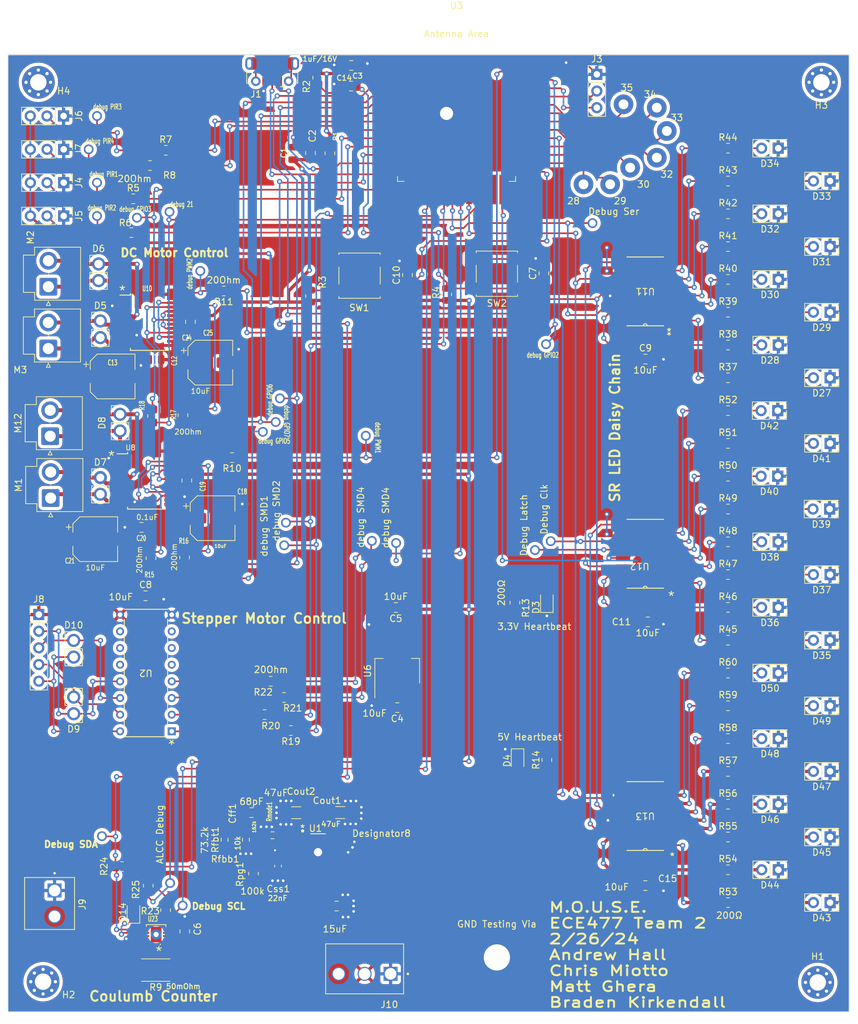
<source format=kicad_pcb>
(kicad_pcb (version 20221018) (generator pcbnew)
  (layers (0 "F.Cu" signal) (31 "B.Cu" signal) (34 "B.Paste" user) (35 "F.Paste" user) (36 "B.SilkS" user "B.Silkscreen") (37 "F.SilkS" user "F.Silkscreen") (38 "B.Mask" user) (39 "F.Mask" user) (44 "Edge.Cuts" user))
  (net 0 "")
  (net 1 "+3.3V")
  (net 2 "GND")
  (net 3 "/ESP_3V3")
  (net 4 "+5V")
  (net 5 "GPIO0")
  (net 6 "CHIP_PU")
  (net 7 "Net-(U1-FB)")
  (net 8 "Net-(U1-SS)")
  (net 9 "Net-(U1-MODE)")
  (net 10 "Net-(U1-PG)")
  (net 11 "Net-(D3-A)")
  (net 12 "Net-(D4-A)")
  (net 13 "Net-(D27-A)")
  (net 14 "Net-(D28-A)")
  (net 15 "Net-(D29-A)")
  (net 16 "Net-(D30-A)")
  (net 17 "Net-(D31-A)")
  (net 18 "Net-(D32-A)")
  (net 19 "Net-(D33-A)")
  (net 20 "Net-(D34-A)")
  (net 21 "Net-(D35-A)")
  (net 22 "Net-(D36-A)")
  (net 23 "Net-(D37-A)")
  (net 24 "Net-(D38-A)")
  (net 25 "Net-(D39-A)")
  (net 26 "Net-(D40-A)")
  (net 27 "Net-(D41-A)")
  (net 28 "Net-(D42-A)")
  (net 29 "Net-(D43-A)")
  (net 30 "Net-(D44-A)")
  (net 31 "Net-(D45-A)")
  (net 32 "Net-(D46-A)")
  (net 33 "Net-(D47-A)")
  (net 34 "Net-(D48-A)")
  (net 35 "Net-(D49-A)")
  (net 36 "Net-(D50-A)")
  (net 37 "GPIO19")
  (net 38 "GPIO20")
  (net 40 "unconnected-(J1-Shield-Pad6)")
  (net 41 "RXD")
  (net 42 "TXD")
  (net 43 "PIR1")
  (net 44 "PIR2")
  (net 45 "PIR3")
  (net 46 "PIR4")
  (net 47 "MD1-1")
  (net 48 "Net-(U8-AIN1)")
  (net 49 "MD1-2")
  (net 50 "Net-(U8-AIN2)")
  (net 51 "MD2-1")
  (net 52 "Net-(U10-AIN1)")
  (net 53 "MD2-2")
  (net 54 "Net-(U10-AIN2)")
  (net 55 "SMD1")
  (net 56 "Net-(J4-Pin_2)")
  (net 57 "SMD2")
  (net 58 "Net-(J5-Pin_2)")
  (net 59 "SMD3")
  (net 60 "Net-(J6-Pin_2)")
  (net 61 "SMD4")
  (net 62 "Net-(J7-Pin_2)")
  (net 63 "CC-2")
  (net 64 "CC-1")
  (net 65 "CC-3")
  (net 66 "Net-(U11-QB)")
  (net 67 "Net-(U11-QA)")
  (net 68 "Net-(U11-QC)")
  (net 69 "Net-(U11-QD)")
  (net 70 "Net-(U11-QE)")
  (net 71 "Net-(U11-QF)")
  (net 72 "Net-(U11-QG)")
  (net 73 "Net-(U11-QH)")
  (net 74 "Net-(U12-QB)")
  (net 75 "Net-(U12-QA)")
  (net 76 "Net-(U12-QC)")
  (net 77 "Net-(U12-QD)")
  (net 78 "Net-(U12-QE)")
  (net 79 "Net-(U12-QF)")
  (net 80 "Net-(U12-QG)")
  (net 81 "Net-(U12-QH)")
  (net 82 "Net-(U13-QB)")
  (net 83 "Net-(U13-QA)")
  (net 84 "Net-(U13-QC)")
  (net 85 "Net-(U13-QD)")
  (net 86 "Net-(U13-QE)")
  (net 87 "Net-(U13-QF)")
  (net 88 "Net-(U13-QG)")
  (net 89 "Net-(U13-QH)")
  (net 96 "LATCH")
  (net 97 "STBY")
  (net 99 "SER")
  (net 100 "CLK")
  (net 103 "unconnected-(U3-SPIIO6{slash}GPIO35{slash}FSPID{slash}SUBSPID-Pad28)")
  (net 104 "unconnected-(U3-SPIIO7{slash}GPIO36{slash}FSPICLK{slash}SUBSPICLK-Pad29)")
  (net 105 "unconnected-(U3-SPIDQS{slash}GPIO37{slash}FSPIQ{slash}SUBSPIQ-Pad30)")
  (net 106 "unconnected-(U3-MTCK{slash}GPIO39{slash}CLK_OUT3{slash}SUBSPICS1-Pad32)")
  (net 107 "unconnected-(U3-MTDO{slash}GPIO40{slash}CLK_OUT2-Pad33)")
  (net 108 "unconnected-(U3-MTDI{slash}GPIO41{slash}CLK_OUT1-Pad34)")
  (net 109 "unconnected-(U3-MTMS{slash}GPIO42-Pad35)")
  (net 110 "MD2")
  (net 111 "MD1")
  (net 112 "Net-(U11-QH')")
  (net 113 "Net-(U12-QH')")
  (net 115 "Volt_Reg_In")
  (net 116 "unconnected-(U23-EXP-Pad9)")
  (net 117 "Net-(D5-A1)")
  (net 118 "Net-(D5-A2)")
  (net 119 "Net-(D6-A1)")
  (net 120 "Net-(D6-A2)")
  (net 121 "Net-(D7-A1)")
  (net 122 "Net-(D7-A2)")
  (net 123 "Net-(D8-A1)")
  (net 124 "Net-(D8-A2)")
  (net 125 "Net-(D9-A1)")
  (net 126 "Net-(D9-A2)")
  (net 127 "Net-(D10-A2)")
  (net 128 "Net-(U2-IN1)")
  (net 129 "Net-(U2-IN2)")
  (net 130 "Net-(U2-IN3)")
  (net 131 "Net-(U2-IN4)")
  (net 132 "Net-(D14-K)")
  (net 133 "Net-(D10-A1)")
  (net 138 "Net-(U8-PWMA)")
  (net 139 "Net-(U10-PWMA)")
  (net 140 "/18V_IN")
  (footprint "Connector_USB:USB_Micro-B_Molex-105017-0001" (layer "F.Cu") (at 67.35 35.14369 180)
    (fp_text reference "J1")
    (fp_text value "USB_B_Micro" hide)
  )
  (footprint "MountingHole:MountingHole_2.5mm_Pad_Via" (layer "F.Cu") (at 31.694175 36.774175 180)
    (fp_text reference "H4")
    (fp_text value "MountingHole" hide)
  )
  (footprint "Resistor_SMD:R_0805_2012Metric_Pad1.20x1.40mm_HandSolder" (layer "F.Cu") (at 136.840901 96.821145)
    (fp_text reference "R50")
    (fp_text value "200Ω" hide)
  )
  (footprint "ULN2003APG:DIP-16L_6P35X19P18_TOS" (layer "F.Cu") (at 52.030198 135.71348 180)
    (fp_text reference "U2")
    (fp_text value "ULN2003APG" hide)
  )
  (footprint "Capacitor_SMD:C_0805_2012Metric" (layer "F.Cu") (at 70.539234 47.613416 90)
    (fp_text reference "C1")
    (fp_text value "10uF/25V")
  )
  (footprint "MountingHole:MountingHole_2.5mm_Pad_Via" (layer "F.Cu") (at 32.415 173.878341 180)
    (fp_text reference "H2")
    (fp_text value "MountingHole" hide)
  )
  (footprint "Capacitor_SMD:C_0805_2012Metric_Pad1.18x1.45mm_HandSolder" (layer "F.Cu") (at 124.233181 159.233624)
    (fp_text reference "C15")
    (fp_text value "10uF")
  )
  (footprint "Resistor_SMD:R_0805_2012Metric_Pad1.20x1.40mm_HandSolder" (layer "F.Cu") (at 66.191637 133.169948 180)
    (fp_text reference "R20")
    (fp_text value "20Ohm" hide)
  )
  (footprint "SN74HC595NSR:NS16" (layer "F.Cu") (at 124.219101 108.646145 180)
    (fp_text reference "U12")
    (fp_text value "74HC595" hide)
  )
  (footprint "Connector_PinHeader_2.54mm:PinHeader_2x01_P2.54mm_Vertical" (layer "F.Cu") (at 152.333109 101.827736 180)
    (fp_text reference "D39")
    (fp_text value "LED" hide)
  )
  (footprint "Capacitor_SMD:CP_Elec_6.3x7.7" (layer "F.Cu") (at 58.26 103.221861)
    (fp_text reference "C18")
    (fp_text value "10uF")
  )
  (footprint "Connector_PinHeader_2.54mm:PinHeader_2x01_P2.54mm_Vertical" (layer "F.Cu") (at 152.4 111.821145 180)
    (fp_text reference "D37")
    (fp_text value "LED" hide)
  )
  (footprint "Capacitor_SMD:C_0805_2012Metric" (layer "F.Cu") (at 48.041471 115.051601)
    (fp_text reference "C8")
    (fp_text value "10uF")
  )
  (footprint "Resistor_SMD:R_0603_1608Metric_Pad0.98x0.95mm_HandSolder" (layer "F.Cu") (at 63.340053 152.239701 -90)
    (fp_text reference "Rfbb1")
    (fp_text value "10k")
  )
  (footprint "Connector_PinHeader_2.54mm:PinHeader_2x01_P2.54mm_Vertical" (layer "F.Cu") (at 152.4 121.821145 180)
    (fp_text reference "D35")
    (fp_text value "LED" hide)
  )
  (footprint "Connector_PinHeader_2.54mm:PinHeader_1x02_P2.54mm_Vertical" (layer "F.Cu") (at 37.083967 121.854431)
    (fp_text reference "D10")
    (fp_text value "D_TVS")
  )
  (footprint "Capacitor_SMD:C_1206_3216Metric_Pad1.33x1.80mm_HandSolder" (layer "F.Cu") (at 71.005653 148.123035 180)
    (fp_text reference "Cout2")
    (fp_text value "47uF")
  )
  (footprint "Resistor_SMD:R_0805_2012Metric_Pad1.20x1.40mm_HandSolder" (layer "F.Cu") (at 136.840901 156.821145)
    (fp_text reference "R54")
    (fp_text value "200Ω")
  )
  (footprint "Connector_PinHeader_2.54mm:PinHeader_1x03_P2.54mm_Vertical" (layer "F.Cu") (at 35.56 52.07 -90)
    (fp_text reference "J4")
    (fp_text value "PIR 1 Header" hide)
  )
  (footprint "Connector_PinHeader_2.54mm:PinHeader_1x03_P2.54mm_Vertical" (layer "F.Cu") (at 35.545 41.91 -90)
    (fp_text reference "J6")
    (fp_text value "PIR 3 Header" hide)
  )
  (footprint "Resistor_SMD:R_2512_6332Metric_Pad1.40x3.35mm_HandSolder" (layer "F.Cu") (at 49.594327 172.107706 180)
    (fp_text reference "R9")
    (fp_text value "50mOhm")
  )
  (footprint "Connector_PinHeader_2.54mm:PinHeader_2x01_P2.54mm_Vertical" (layer "F.Cu") (at 152.4 131.821145 180)
    (fp_text reference "D49")
    (fp_text value "LED" hide)
  )
  (footprint "Connector_PinHeader_2.54mm:PinHeader_2x01_P2.54mm_Vertical" (layer "F.Cu") (at 152.4 71.821145 180)
    (fp_text reference "D29")
    (fp_text value "LED" hide)
  )
  (footprint "MountingHole:MountingHole_2.5mm_Pad_Via" (layer "F.Cu") (at 151.074175 36.774175 180)
    (fp_text reference "H3")
    (fp_text value "MountingHole" hide)
  )
  (footprint "Connector_JST:JST_VH_B2P-VH_1x02_P3.96mm_Vertical" (layer "F.Cu") (at 33.226635 67.93133 90)
    (fp_text reference "M2")
    (fp_text value "Motor_DC" hide)
  )
  (footprint "Capacitor_SMD:C_0805_2012Metric_Pad1.18x1.45mm_HandSolder" (layer "F.Cu") (at 64.194294 148.09555 180)
    (fp_text reference "Cff1")
    (fp_text value "68pF")
  )
  (footprint "Resistor_SMD:R_0805_2012Metric_Pad1.20x1.40mm_HandSolder" (layer "F.Cu") (at 136.840901 81.821145)
    (fp_text reference "R37")
    (fp_text value "200Ω" hide)
  )
  (footprint "LTC2944IDD_PBF:SON300X300X80-9N" (layer "F.Cu") (at 49.650373 166.678885 180)
    (fp_text reference "U23")
    (fp_text value "LTC2944IDD_PBF" hide)
  )
  (footprint "Resistor_SMD:R_0805_2012Metric_Pad1.20x1.40mm_HandSolder" (layer "F.Cu") (at 51.095597 162.970544 90)
    (fp_text reference "R23")
    (fp_text value "2k" hide)
  )
  (footprint "Resistor_SMD:R_0805_2012Metric_Pad1.20x1.40mm_HandSolder" (layer "F.Cu") (at 67.123671 128.084027 180)
    (fp_text reference "R22")
    (fp_text value "20Ohm")
  )
  (footprint "Resistor_SMD:R_0805_2012Metric_Pad1.20x1.40mm_HandSolder" (layer "F.Cu") (at 48.867813 109.322213 90)
    (fp_text reference "R15")
    (fp_text value "20Ohm")
  )
  (footprint "Connector_PinHeader_2.54mm:PinHeader_2x01_P2.54mm_Vertical" (layer "F.Cu") (at 144.424501 86.821145 180)
    (fp_text reference "D42")
    (fp_text value "LED" hide)
  )
  (footprint "Connector_PinHeader_2.54mm:PinHeader_2x01_P2.54mm_Vertical" (layer "F.Cu") (at 144.516193 66.821145 180)
    (fp_text reference "D30")
    (fp_text value "LED" hide)
  )
  (footprint "Connector_PinHeader_2.54mm:PinHeader_1x03_P2.54mm_Vertical" (layer "F.Cu") (at 35.56 57.15 -90)
    (fp_text reference "J5")
    (fp_text value "PIR 2 Header" hide)
  )
  (footprint "Connector_PinHeader_2.54mm:PinHeader_1x02_P2.54mm_Vertical" (layer "F.Cu") (at 37.083967 133.034611 180)
    (fp_text reference "D9")
    (fp_text value "D_TVS")
  )
  (footprint "SN74HC595NSR:NS16" (layer "F.Cu") (at 124.219101 148.626145 180)
    (fp_text reference "U13")
    (fp_text value "74HC595")
  )
  (footprint "Connector_PinHeader_2.54mm:PinHeader_2x01_P2.54mm_Vertical" (layer "F.Cu") (at 152.4 161.821145 180)
    (fp_text reference "D43")
    (fp_text value "LED" hide)
  )
  (footprint "Connector_PinHeader_2.54mm:PinHeader_2x01_P2.54mm_Vertical" (layer "F.Cu") (at 144.516193 146.821145 180)
    (fp_text reference "D46")
    (fp_text value "LED" hide)
  )
  (footprint "Resistor_SMD:R_0805_2012Metric_Pad1.20x1.40mm_HandSolder" (layer "F.Cu") (at 69.155956 130.555396 180)
    (fp_text reference "R21")
    (fp_text value "20Ohm" hide)
  )
  (footprint "Resistor_SMD:R_0805_2012Metric_Pad1.20x1.40mm_HandSolder" (layer "F.Cu") (at 136.840901 121.821145)
    (fp_text reference "R45")
    (fp_text value "200Ω" hide)
  )
  (footprint "Resistor_SMD:R_0805_2012Metric_Pad1.20x1.40mm_HandSolder" (layer "F.Cu") (at 59.96 68.58 180)
    (fp_text reference "R11")
    (fp_text value "20Ohm")
  )
  (footprint "Connector_PinHeader_2.54mm:PinHeader_2x01_P2.54mm_Vertical" (layer "F.Cu") (at 152.4 61.821145 180)
    (fp_text reference "D31")
    (fp_text value "LED" hide)
  )
  (footprint "Connector_PinHeader_2.54mm:PinHeader_1x02_P2.54mm_Vertical" (layer "F.Cu") (at 41.148 73.152)
    (fp_text reference "D5")
    (fp_text value "D_TVS" hide)
  )
  (footprint "Package_TO_SOT_SMD:SOT-223-3_TabPin2" (layer "F.Cu") (at 86.404799 126.511735 90)
    (fp_text reference "U6")
    (fp_text value "LD1117S33TR_SOT223" hide)
  )
  (footprint "Button_Switch_SMD:SW_SPST_B3S-1000" (layer "F.Cu") (at 80.666499 66.244601 180)
    (fp_text reference "SW1")
    (fp_text value "BOOT" hide)
  )
  (footprint "Capacitor_SMD:CP_Elec_6.3x7.7" (layer "F.Cu") (at 43.02 81.612317)
    (fp_text reference "C13")
    (fp_text value "10uF")
  )
  (footprint "Resistor_SMD:R_0805_2012Metric_Pad1.20x1.40mm_HandSolder" (layer "F.Cu") (at 136.840901 71.821145)
    (fp_text reference "R39")
    (fp_text value "200Ω" hide)
  )
  (footprint "Connector_PinHeader_2.54mm:PinHeader_2x01_P2.54mm_Vertical" (layer "F.Cu") (at 152.4 51.821145 180)
    (fp_text reference "D33")
    (fp_text value "LED" hide)
  )
  (footprint "Capacitor_SMD:C_0805_2012Metric" (layer "F.Cu") (at 87.967156 66.161247 90)
    (fp_text reference "C10")
    (fp_text value "0.1uF/50V" hide)
  )
  (footprint "Espressif:ESP32-S3-WROOM-1" (layer "F.Cu") (at 95.455605 42.123638)
    (fp_text reference "U3")
    (fp_text value "ESP32-S3-WROOM-1")
  )
  (footprint "Resistor_SMD:R_0805_2012Metric_Pad1.20x1.40mm_HandSolder" (layer "F.Cu") (at 49.113414 87.637822 90)
    (fp_text reference "R18")
    (fp_text value "20Ohm")
  )
  (footprint "Resistor_SMD:R_0805_2012Metric_Pad1.20x1.40mm_HandSolder" (layer "F.Cu") (at 136.840901 136.821145)
    (fp_text reference "R58")
    (fp_text value "200Ω" hide)
  )
  (footprint "Capacitor_SMD:C_0805_2012Metric" (layer "F.Cu") (at 86.2 116.84 180)
    (fp_text reference "C5")
    (fp_text value "10uF")
  )
  (footprint "Connector_PinHeader_2.54mm:PinHeader_2x01_P2.54mm_Vertical" (layer "F.Cu") (at 152.4 91.821145 180)
    (fp_text reference "D41")
    (fp_text value "LED" hide)
  )
  (footprint "Resistor_SMD:R_0805_2012Metric_Pad1.20x1.40mm_HandSolder" (layer "F.Cu") (at 53.994555 109.214103 90)
    (fp_text reference "R16")
    (fp_text value "20Ohm")
  )
  (footprint "Capacitor_SMD:C_0805_2012Metric" (layer "F.Cu") (at 54.328869 97.466387 -90)
    (fp_text reference "C19")
    (fp_text value "0.1uF")
  )
  (footprint "Connector_PinHeader_2.54mm:PinHeader_2x01_P2.54mm_Vertical" (layer "F.Cu") (at 152.4 151.821145 180)
    (fp_text reference "D45")
    (fp_text value "LED" hide)
  )
  (footprint "Resistor_SMD:R_0805_2012Metric" (layer "F.Cu") (at 73.186614 69.360923 90)
    (fp_text reference "R3")
    (fp_text value "10k" hide)
  )
  (footprint "Resistor_SMD:R_0805_2012Metric_Pad1.20x1.40mm_HandSolder" (layer "F.Cu") (at 44.448573 156.332334)
    (fp_text reference "R24")
    (fp_text value "2k")
  )
  (footprint "LED_SMD:LED_0805_2012Metric" (layer "F.Cu") (at 109.22 115.9025 90)
    (fp_text reference "D3")
    (fp_text value "LED" hide)
  )
  (footprint "Capacitor_SMD:C_0805_2012Metric" (layer "F.Cu") (at 108.765417 65.909091 90)
    (fp_text reference "C7")
    (fp_text value "0.1uF/50V")
  )
  (footprint "Resistor_SMD:R_0805_2012Metric_Pad1.20x1.40mm_HandSolder" (layer "F.Cu") (at 64.497448 157.398908 90)
    (fp_text reference "Rpg1")
    (fp_text value "100k")
  )
  (footprint "MTA_156:MTA_156" (layer "F.Cu") (at 34.170272 159.97868 -90)
    (fp_text reference "J9")
    (fp_text value "640445-2" hide)
  )
  (footprint "MountingHole:MountingHole_2.5mm_Pad_Via" (layer "F.Cu") (at 150.525 173.99 180)
    (fp_text reference "H1")
    (fp_text value "MountingHole" hide)
  )
  (footprint "Capacitor_SMD:C_0805_2012Metric" (layer "F.Cu") (at 54.016772 166.215413 -90)
    (fp_text reference "C6")
    (fp_text value "1uF" hide)
  )
  (footprint "Resistor_SMD:R_0805_2012Metric_Pad1.20x1.40mm_HandSolder" (layer "F.Cu") (at 136.840901 46.821145)
    (fp_text reference "R44")
    (fp_text value "200Ω" hide)
  )
  (footprint "Resistor_SMD:R_0805_2012Metric_Pad1.20x1.40mm_HandSolder" (layer "F.Cu") (at 136.840901 131.821145)
    (fp_text reference "R59")
    (fp_text value "200Ω" hide)
  )
  (footprint "Resistor_SMD:R_0805_2012Metric_Pad1.20x1.40mm_HandSolder" (layer "F.Cu") (at 136.840901 161.821145)
    (fp_text reference "R53")
    (fp_text value "200Ω" hide)
  )
  (footprint "Capacitor_SMD:C_0805_2012Metric" (layer "F.Cu") (at 73.17967 47.561302 90)
    (fp_text reference "C2")
    (fp_text value "1uF/50V")
  )
  (footprint "Capacitor_SMD:C_0805_2012Metric_Pad1.18x1.45mm_HandSolder" (layer "F.Cu") (at 124.252165 78.971032)
    (fp_text reference "C9")
    (fp_text value "10uF")
  )
  (footprint "Resistor_SMD:R_0805_2012Metric_Pad1.20x1.40mm_HandSolder" (layer "F.Cu") (at 48.455987 159.242442 90)
    (fp_text reference "R25")
    (fp_text value "2k" hide)
  )
  (footprint "Capacitor_SMD:C_0805_2012Metric" (layer "F.Cu") (at 79.364306 37.346009 180)
    (fp_text reference "C14")
    (fp_text value "1uf/16V" hide)
  )
  (footprint "Connector_PinHeader_2.54mm:PinHeader_2x01_P2.54mm_Vertical" (layer "F.Cu") (at 144.502713 106.821145 180)
    (fp_text reference "D38")
    (fp_text value "LED" hide)
  )
  (footprint "Capacitor_SMD:C_0805_2012Metric" (layer "F.Cu") (at 54.883303 73.280969 -90)
    (fp_text reference "C24")
    (fp_text value "0.1uF")
  )
  (footprint "Package_SO:SSOP-24_5.3x8.2mm_P0.65mm" (layer "F.Cu") (at 48.604138 73.312879)
    (fp_text reference "U10")
    (fp_text value "TB6612FNG" hide)
  )
  (footprint "Connector_PinHeader_2.54mm:PinHeader_2x01_P2.54mm_Vertical" (layer "F.Cu") (at 144.516193 136.821145 180)
    (fp_text reference "D48")
    (fp_text value "LED" hide)
  )
  (footprint "Resistor_SMD:R_0805_2012Metric_Pad1.20x1.40mm_HandSolder" (layer "F.Cu") (at 136.840901 101.821145)
    (fp_text reference "R49")
    (fp_text value "200Ω" hide)
  )
  (footprint "Button_Switch_SMD:SW_SPST_B3S-1000" (layer "F.Cu") (at 101.600692 65.952711 180)
    (fp_text reference "SW2")
    (fp_text value "RESET" hide)
  )
  (footprint "Capacitor_SMD:C_0805_2012Metric" (layer "F.Cu") (at 79.40173 34.198111 180)
    (fp_text reference "C3")
    (fp_text value "1uF/16V")
  )
  (footprint "Resistor_SMD:R_0805_2012Metric_Pad1.20x1.40mm_HandSolder" (layer "F.Cu") (at 136.840901 51.821145)
    (fp_text reference "R43")
    (fp_text value "200Ω" hide)
  )
  (footprint "Capacitor_SMD:C_0805_2012Metric" (layer "F.Cu") (at 47.427173 104.628539 180)
    (fp_text reference "C20")
    (fp_text value "0.1uF")
  )
  (footprint "Resistor_SMD:R_0805_2012Metric_Pad1.20x1.40mm_HandSolder" (layer "F.Cu") (at 136.840901 61.821145)
    (fp_text reference "R41")
    (fp_text value "200Ω" hide)
  )
  (footprint "Connector_JST:JST_VH_B2P-VH_1x02_P3.96mm_Vertical" (layer "F.Cu") (at 33.49475 90.718578 90)
    (fp_text reference "M12")
    (fp_text value "Motor_DC" hide)
  )
  (footprint "Resistor_SMD:R_0805_2012Metric_Pad1.20x1.40mm_HandSolder" (layer "F.Cu") (at 136.840901 56.821145)
    (fp_text reference "R42")
    (fp_text value "200Ω" hide)
  )
  (footprint "Connector_PinHeader_2.54mm:PinHeader_2x01_P2.54mm_Vertical" (layer "F.Cu") (at 144.49812 46.821145 180)
    (fp_text reference "D34")
    (fp_text value "LED" hide)
  )
  (footprint "Resistor_SMD:R_0805_2012Metric_Pad1.20x1.40mm_HandSolder" (layer "F.Cu") (at 70.201036 135.594908 180)
    (fp_text reference "R19")
    (fp_text value "20Ohm" hide)
  )
  (footprint "Connector_PinHeader_2.54mm:PinHeader_1x02_P2.54mm_Vertical" (layer "F.Cu") (at 44.151554 87.382399)
    (fp_text reference "D8")
    (fp_text value "D_TVS" hide)
  )
  (footprint "Resistor_SMD:R_0805_2012Metric_Pad1.20x1.40mm_HandSolder" (layer "F.Cu") (at 136.840901 151.821145)
    (fp_text reference "R55")
    (fp_text value "200Ω" hide)
  )
  (footprint "Resistor_SMD:R_0805_2012Metric_Pad1.20x1.40mm_HandSolder" (layer "F.Cu") (at 136.840901 111.821145)
    (fp_text reference "R47")
    (fp_text value "200Ω" hide)
  )
  (footprint "Connector_PinHeader_2.54mm:PinHeader_2x01_P2.54mm_Vertical" (layer "F.Cu") (at 144.516193 76.821145 180)
    (fp_text reference "D28")
    (fp_text value "LED" hide)
  )
  (footprint "Resistor_SMD:R_0805_2012Metric_Pad1.20x1.40mm_HandSolder" (layer "F.Cu") (at 136.840901 66.821145)
    (fp_text reference "R40")
    (fp_text value "200Ω" hide)
  )
  (footprint "640445-3:TE_640445-3" (layer "F.Cu") (at 85.400295 172.683852 180)
    (fp_text reference "J10")
    (fp_text value "640445-3" hide)
  )
  (footprint "Resistor_SMD:R_0805_2012Metric_Pad1.20x1.40mm_HandSolder" (layer "F.Cu") (at 45.883902 59.680813)
    (fp_text reference "R6")
    (fp_text value "20Ohm" hide)
  )
  (footprint "Resistor_SMD:R_0603_1608Metric_Pad0.98x0.95mm_HandSolder" (layer "F.Cu") (at 67.390816 151.560151)
    (fp_text reference "Rmode1")
    (fp_text value "162k")
  )
  (footprint "Resistor_SMD:R_0805_2012Metric_Pad1.20x1.40mm_HandSolder" (layer "F.Cu") (at 61.23 93.98 180)
    (fp_text reference "R10")
    (fp_text value "20Ohm")
  )
  (footprint "Connector_PinHeader_2.54mm:PinHeader_1x03_P2.54mm_Vertical" (layer "F.Cu") (at 35.56 46.99 -90)
    (fp_text reference "J7")
    (fp_text value "PIR 4 Header" hide)
  )
  (footprint "Resistor_SMD:R_0805_2012Metric_Pad1.20x1.40mm_HandSolder" (layer "F.Cu") (at 136.840901 116.821145)
    (fp_text reference "R46")
    (fp_text value "200Ω" hide)
  )
  (footprint "Resistor_SMD:R_0805_2012Metric_Pad1.20x1.40mm_HandSolder" (layer "F.Cu") (at 136.840901 91.821145)
    (fp_text reference "R51")
    (fp_text value "200Ω" hide)
  )
  (footprint "Resistor_SMD:R_0805_2012Metric_Pad1.20x1.40mm_HandSolder" (layer "F.Cu") (at 53.742908 87.524064 90)
    (fp_text reference "R17")
    (fp_text value "20Ohm")
  )
  (footprint "Capacitor_SMD:C_0805_2012Metric" (layer "F.Cu") (at 49.476284 79.048129 180)
    (fp_text reference "C12")
    (fp_text value "0.1uF")
  )
  (footprint "Capacitor_SMD:C_0805_2012Metric" (layer "F.Cu") (at 86.419064 132.099243 180)
    (fp_text reference "C4")
    (fp_text value "10uF")
  )
  (footprint "Resistor_SMD:R_0805_2012Metric_Pad1.20x1.40mm_HandSolder" (layer "F.Cu") (at 74.290232 36.051142 -90)
    (fp_text reference "R2")
    (fp_text value "10K" hide)
  )
  (footprint "Resistor_SMD:R_0805_2012Metric_Pad1.20x1.40mm_HandSolder" (layer "F.Cu") (at 136.840901 141.821145)
    (fp_text reference "R57")
    (fp_text value "200Ω" hide)
  )
  (footprint "Connector_PinHeader_2.54mm:PinHeader_1x02_P2.54mm_Vertical" (layer "F.Cu") (at 41.148 97.028)
    (fp_text reference "D7")
    (fp_text value "D_TVS" hide)
  )
  (footprint "Connector_PinHeader_2.54mm:PinHeader_2x01_P2.54mm_Vertical" (layer "F.Cu") (at 144.516193 156.821145 180)
    (fp_text reference "D44")
    (fp_text value "LED" hide)
  )
  (footprint "Connector_JST:JST_VH_B2P-VH_1x02_P3.96mm_Vertical" (layer "F.Cu") (at 33.572928 100.152078 90)
    (fp_text reference "M1")
    (fp_text value "Motor_DC" hide)
  )
  (footprint "Resistor_SMD:R_0805_2012Metric_Pad1.20x1.40mm_HandSolder" (layer "F.Cu") (at 76.150162 47.596045 90)
    (fp_text reference "R1")
    (fp_text value "0")
  )
  (footprint "LED_SMD:LED_0805_2012Metric" (layer "F.Cu") (at 104.75891 140.07252 -90)
    (fp_text reference "D4")
    (fp_text value "LED")
  )
  (footprint "Capacitor_SMD:CP_Elec_6.3x7.7" (layer "F.Cu") (at 57.9114 79.506116)
    (fp_text reference "C25")
    (fp_text value "10uF")
  )
  (footprint "Resistor_SMD:R_0805_2012Metric_Pad1.20x1.40mm_HandSolder" (layer "F.Cu") (at 136.840901 106.821145)
    (fp_text reference "R48")
    (fp_text value "200Ω" hide)
  )
  (footprint "Capacitor_SMD:C_0603_1608Metric_Pad1.08x0.95mm_HandSolder" (layer "F.Cu") (at 68.235161 156.247256 -90)
    (fp_text reference "Css1")
    (fp_text value "22nF")
  )
  (footprint "Connector_JST:JST_VH_B2P-VH_1x02_P3.96mm_Vertical" (layer "F.Cu") (at 33.217507 77.353258 90)
    (fp_text reference "M3")
    (fp_text value "Motor_DC" hide)
  )
  (footprint "Capacitor_SMD:C_0805_2012Metric" (layer "F.Cu") (at 77.157754 162.347012)
    (fp_text reference "Cin1" hide)
    (fp_text value "15uF")
  )
  (footprint "Capacitor_SMD:CP_Elec_6.3x7.7" (layer "F.Cu") (at 40.371769 106.421133)
    (fp_text reference "C21")
    (fp_text value "10uF")
  )
  (footprint "Connector_PinHeader_2.54mm:PinHeader_2x01_P2.54mm_Vertical" (layer "F.Cu") (at 144.502713 116.821145 180)
    (fp_text reference "D36")
    (fp_text value "LED" hide)
  )
  (footprint "Capacitor_SMD:C_1206_3216Metric_Pad1.33x1.80mm_HandSolder" (layer "F.Cu") (at 77.720141 148.099106)
    (fp_text reference "Cout1")
    (fp_text value "47uF")
  )
  (footprint "Connector_PinHeader_2.54mm:PinHeader_2x01_P2.54mm_Vertical" (layer "F.Cu") (at 152.4 81.821145 180)
    (fp_text reference "D27")
    (fp_text value "LED" hide)
  )
  (footprint "PTPSM86838RCGR:RCG0019A-MFG" (layer "F.Cu") (at 74.33601 154.134132)
    (fp_text reference "U1")
    (fp_text value "PTPSM86838RCGR" hide)
  )
  (footprint "Connector_PinHeader_2.54mm:PinHeader_2x01_P2.54mm_Vertical" (layer "F.Cu") (at 152.4 141.821145 180)
    (fp_text reference "D47")
    (fp_text value "LED" hide)
  )
  (footprint "Connector_PinHeader_2.54mm:PinHeader_2x01_P2.54mm_Vertical" (layer "F.Cu") (at 144.424501 96.821145 180)
    (fp_text reference "D40")
    (fp_text value "LED" hide)
  )
  (footprint "Resistor_SMD:R_0805_2012Metric_Pad1.20x1.40mm_HandSolder" (layer "F.Cu") (at 136.840901 86.821145)
    (fp_text reference "R52")
    (fp_text value "200Ω" hide)
  )
  (footprint "Resistor_SMD:R_0805_2012Metric_Pad1.20x1.40mm_HandSolder" (layer "F.Cu") (at 136.840901 76.821145)
    (fp_text reference "R38")
    (fp_text value "200Ω" hide)
  )
  (footprint "Resistor_SMD:R_0805_2012Metric" (layer "F.Cu") (at 93.951208 69.104378 90)
    (fp_text reference "R4")
    (fp_text value "10k" hide)
  )
  (footprint "Resistor_SMD:R_0805_2012Metric_Pad1.20x1.40mm_HandSolder" (layer "F.Cu") (at 109.22 140.08109 90)
    (fp_text reference "R14")
    (fp_text value "333Ω")
  )
  (footprint "Resistor_SMD:R_0603_1608Metric_Pad0.98x0.95mm_HandSolder" (layer "F.Cu") (at 60.091505 152.239476 90)
    (fp_text reference "Rfbt1")
    (fp_text value "73.2k")
  )
  (footprint "Resistor_SMD:R_0805_2012Metric_Pad1.20x1.40mm_HandSolder" (layer "F.Cu") (at 136.840901 146.821145)
    (fp_text reference "R56")
    (fp_text value "200Ω" hide)
  )
  (footprint "Connector_PinHeader_2.54mm:PinHeader_2x01_P2.54mm_Vertical" (layer "F.Cu") (at 144.516193 56.821145 180)
    (fp_text reference "D32")
    (fp_text value "LED" hide)
  )
  (footprint "Connector_PinHeader_2.54mm:PinHeader_1x02_P2.54mm_Vertical" (layer "F.Cu") (at 40.876889 64.464682)
    (fp_text reference "D6")
    (fp_text value "D_TVS" hide)
  )
  (footprint "Package_SO:SSOP-24_5.3x8.2mm_P0.65mm" (layer "F.Cu") (at 48.172359 97.509196)
    (fp_text reference "U8")
    (fp_text value "TB6612FNG" hide)
  )
  (footprint "Capacitor_SMD:C_0805_2012Metric_Pad1.18x1.45mm_HandSolder" (layer "F.Cu") (at 124.615313 119.027634)
    (fp_text reference "C11")
    (fp_text value "10uF")
  )
  (footprint "LED_SMD:LED_0805_2012Metric" (layer "F.Cu") (at 46.199106 163.276161 90)
    (fp_text reference "D14")
    (fp_text value "LED" hide)
  )
  (footprint "Resistor_SMD:R_0805_2012Metric_Pad1.20x1.40mm_HandSolder" (layer "F.Cu") (at 104.351943 116.092835 -90)
    (fp_text reference "R13")
    (fp_text value "200Ω")
  )
  (footprint "Connector_PinHeader_2.54mm:PinHeader_2x01_P2.54mm_Vertical" (layer "F.Cu") (at 144.516193 126.821145 180)
    (fp_text reference "D50")
    (fp_text value "LED" hide)
  )
  (footprint "Connector_PinHeader_2.54mm:PinHeader_1x05_P2.54mm_Vertical" (layer "F.Cu") (at 31.768125 117.909684)
    (fp_text reference "J8")
    (fp_text value "step. mot. con.")
  )
  (footprint "SN74HC595NSR:NS16" (layer "F.Cu") (at 124.219101 68.646145 180)
    (fp_text reference "U11")
    (fp_text value "74HC595")
  )
  (footprint "Resistor_SMD:R_0805_2012Metric_Pad1.20x1.40mm_HandSolder" (layer "F.Cu") (at 136.840901 126.821145)
    (fp_text reference "R60")
    (fp_text value "200Ω" hide)
  )
  (footprint "Resistor_SMD:R_0805_2012Metric_Pad1.20x1.40mm_HandSolder" (layer "F.Cu") (at 46.166165 54.534293)
    (fp_text reference "R5")
    (fp_text value "20Ohm")
  )
  (footprint "Connector_PinHeader_2.54mm:PinHeader_1x03_P2.54mm_Vertical" (layer "F.Cu") (at 116.84 35.56)
    (fp_text reference "J3")
    (fp_text value "TXD/RXD/GND" hide)
  )
  (footprint "Resistor_SMD:R_0805_2012Metric_Pad1.20x1.40mm_HandSolder" (layer "F.Cu") (at 51.120469 47.135555)
    (fp_text reference "R7")
    (fp_text value "20Ohm" hide)
  )
  (footprint "Resistor_SMD:R_0805_2012Metric_Pad1.20x1.40mm_HandSolder" (layer "F.Cu") (at 48.707841 49.456625)
    (fp_text reference "R8")
    (fp_text value "20Ohm" hide)
  )
  (gr_rect (start 27.074562 32.575876) (end 155.299628 178.451121) (stroke (width 0.1)) (fill none) (layer "Edge.Cuts"))
  (gr_text "debug SMD4" (at 85.231398 107.879605 90) (layer "F.SilkS") (effects (font (size 1 1)) (justify left bottom)))
  (gr_text "debug PIR1" (at 39.401837 50.314287) (layer "F.SilkS") (effects (font (size 0.8 0.5) (thickness 0.125) bold) (justify left top)))
  (gr_text "SR LED Daisy Chain" (at 120.469207 100.946539 90) (layer "F.SilkS") (effects (font (size 1.5 1.5) (thickness 0.3) bold) (justify left bottom)))
  (gr_text "Debug SDA" (at 32.429065 153.519366) (layer "F.SilkS") (effects (font (size 1 1) (thickness 0.25) bold) (justify left bottom)))
  (gr_text "*" (at 128.196695 115.17806) (layer "F.SilkS") (effects (font (size 1.5 1.5))))
  (gr_text "*" (at 44.506543 68.594748) (layer "F.SilkS") (effects (font (size 1.5 1.5))))
  (gr_text "33\n" (at 129.032 42.164) (layer "F.SilkS") (effects (font (size 1 1))))
  (gr_text "*" (at 50.077385 169.301471) (layer "F.SilkS") (effects (font (size 1.5 1.5))))
  (gr_text "debug GPIO7" (at 70.041212 85.926834 270) (layer "F.SilkS") (effects (font (size 0.8 0.5) (thickness 0.125) bold) (justify left top)))
  (gr_text "*" (at 71.978111 150.494283) (layer "F.SilkS") (effects (font (size 1 1))))
  (gr_text "debug GPIO5" (at 65.151646 90.989186) (layer "F.SilkS") (effects (font (size 0.8 0.5) (thickness 0.125) bold) (justify left top)))
  (gr_text "debug PWM2" (at 54.297235 68.411821 90) (layer "F.SilkS") (effects (font (size 0.8 0.5) (thickness 0.125) bold) (justify left top)))
  (gr_text "*" (at 42.845913 93.791212) (layer "F.SilkS") (effects (font (size 1.5 1.5))))
  (gr_text "debug SMD4" (at 81.427683 107.812282 90) (layer "F.SilkS") (effects (font (size 1 1)) (justify left bottom)))
  (gr_text "5V Heartbeat" (at 101.6 137.16) (layer "F.SilkS") (effects (font (size 1 1)) (justify left bottom)))
  (gr_text "30" (at 123.952 52.324) (layer "F.SilkS") (effects (font (size 1 1))))
  (gr_text "debug GPIO6" (at 66.52234 87.715502 90) (layer "F.SilkS") (effects (font (size 0.8 0.5) (thickness 0.125) bold) (justify left top)))
  (gr_text "DC Motor Control" (at 44.062828 63.488102) (layer "F.SilkS") (effects (font (size 1.25 1.25) (thickness 0.3) bold) (justify left bottom)))
  (gr_text "debug PIR2" (at 39.1281 55.446583) (layer "F.SilkS") (effects (font (size 0.8 0.5) (thickness 0.125) bold) (justify left top)))
  (gr_text "debug SMD1" (at 66.708391 109.165451 90) (layer "F.SilkS") (effects (font (size 1 1)) (justify left bottom)))
  (gr_text "debug SMD2\n" (at 68.578485 106.852042 90) (layer "F.SilkS") (effects (font (size 1 1)) (justify left bottom)))
  (gr_text "Coulumb Counter" (at 39.291442 176.979231) (layer "F.SilkS") (effects (font (size 1.5 1.5) (thickness 0.3) bold) (justify left bottom)))
  (gr_text "debug 21" (at 51.662138 54.895125) (layer "F.SilkS") (effects (font (size 0.8 0.5) (thickness 0.125) bold) (justify left top)))
  (gr_text "debug PIR4" (at 38.831552 45.272963) (layer "F.SilkS") (effects (font (size 0.8 0.5) (thickness 0.125) bold) (justify left top)))
  (gr_text "28" (at 113.284 54.864) (layer "F.SilkS") (effects (font (size 1 1))))
  (gr_text "Debug Ser" (at 115.448478 57.050092) (layer "F.SilkS") (effects (font (size 1 1)) (justify left bottom)))
  (gr_text "32" (at 127.508 50.8) (layer "F.SilkS") (effects (font (size 1 1))))
  (gr_text "M.O.U.S.E.\nECE477 Team 2\n2/26/24\nAndrew Hall\nChris Miotto\nMatt Ghera\nBraden Kirkendall" (at 109.363184 177.916718) (layer "F.SilkS") (effects (font (size 1.5 2) (thickness 0.3) bold) (justify left bottom)))
  (gr_text "debug GPIO2" (at 106.080827 77.889621) (layer "F.SilkS") (effects (font (size 0.8 0.5) (thickness 0.125) bold) (justify left top)))
  (gr_text "debug PWM1" (at 83.922073 88.508628 270) (layer "F.SilkS") (effects (font (size 0.8 0.5) (thickness 0.125) bold) (justify left top)))
  (gr_text "ALCC Debug" (at 50.806177 156.020345 90) (layer "F.SilkS") (effects (font (size 1 1)) (justify left bottom)))
  (gr_text "Stepper Motor Control" (at 53.34 119.38) (layer "F.SilkS") (effects (font (size 1.5 1.5) (thickness 0.3) bold) (justify left bottom)))
  (gr_text "3.3V Heartbeat" (at 101.6 120.323286) (layer "F.SilkS") (effects (font (size 1 1)) (justify left bottom)))
  (gr_text "Debug Latch" (at 106.308694 109.065897 90) (layer "F.SilkS") (effects (font (size 1 1)) (justify left bottom)))
  (gr_text "debug PIR3" (at 39.972123 40.038928) (layer "F.SilkS") (effects (font (size 0.8 0.5) (thickness 0.125) bold) (justify left top)))
  (gr_text "GND Testing Via\n" (at 101.6 165.1) (layer "F.SilkS") (effects (font (size 1 1))))
  (gr_text "Debug Clk" (at 109.401502 105.779789 90) (layer "F.SilkS") (effects (font (size 1 1)) (justify left bottom)))
  (gr_text "29" (at 120.396 54.864) (layer "F.SilkS") (effects (font (size 1 1))))
  (gr_text "34" (at 124.968 38.608) (layer "F.SilkS") (effects (font (size 1 1))))
  (gr_text "debug GPIO3" (at 43.96677 55.643821) (layer "F.SilkS") (effects (font (size 0.8 0.5) (thickness 0.125) bold) (justify left top)))
  (gr_text "Debug SCL" (at 54.975269 162.956792) (layer "F.SilkS") (effects (font (size 1 1) (thickness 0.25) bold) (justify left bottom)))
  (gr_text "35" (at 121.412 37.592) (layer "F.SilkS") (effects (font (size 1 1))))
  (segment (start 97.375496 70.024461) (end 97.367913 70.016878) (width 0.25) (layer "F.Cu") (net 1))
  (segment (start 51.095597 160.882052) (end 48.455987 158.242442) (width 0.25) (layer "F.Cu") (net 1))
  (segment (start 88.9 116.84) (end 87.15 116.84) (width 2) (layer "F.Cu") (net 1))
  (segment (start 58.341135 72.330969) (end 55.88 72.330969) (width 0.5) (layer "F.Cu") (net 1))
  (segment (start 55.642791 97.830309) (end 55.642791 102.421861) (width 0.5) (layer "F.Cu") (net 1))
  (segment (start 70.539234 48.563416) (end 76.117533 48.563416) (width 0.5) (layer "F.Cu") (net 1))
  (segment (start 62.340897 62.8824) (end 60.685467 61.22697) (width 0.4) (layer "F.Cu") (net 1))
  (segment (start 97.264928 96.795403) (end 96.985912 96.516387) (width 0.5) (layer "F.Cu") (net 1))
  (segment (start 86.404799 123.361735) (end 86.404799 129.661735) (width 2) (layer "F.Cu") (net 1))
  (segment (start 93.951208 70.016878) (end 73.443159 70.016878) (width 0.5) (layer "F.Cu") (net 1))
  (segment (start 67.118635 70.273423) (end 67.139225 70.294013) (width 0.4) (layer "F.Cu") (net 1))
  (segment (start 60.398681 70.273423) (end 58.341135 72.330969) (width 0.5) (layer "F.Cu") (net 1))
  (segment (start 55.642791 102.421861) (end 54.842791 103.221861) (width 0.4) (layer "F.Cu") (net 1))
  (segment (start 54.328869 96.516387) (end 51.790168 96.516387) (width 0.4) (layer "F.Cu") (net 1))
  (segment (start 104.351943 117.092835) (end 89.152835 117.092835) (width 0.5) (layer "F.Cu") (net 1))
  (segment (start 80.482737 140.289577) (end 97.338859 140.289577) (width 0.25) (layer "F.Cu") (net 1))
  (segment (start 86.404799 119.335201) (end 88.9 116.84) (width 2) (layer "F.Cu") (net 1))
  (segment (start 73.443159 70.016878) (end 73.186614 70.273423) (width 0.25) (layer "F.Cu") (net 1))
  (segment (start 80.386492 140.385822) (end 80.482737 140.289577) (width 0.25) (layer "F.Cu") (net 1))
  (segment (start 55.017375 156.332334) (end 55.070543 156.385502) (width 0.25) (layer "F.Cu") (net 1))
  (segment (start 97.367913 70.016878) (end 93.951208 70.016878) (width 0.5) (layer "F.Cu") (net 1))
  (segment (start 96.985912 96.516387) (end 54.328869 96.516387) (width 0.5) (layer "F.Cu") (net 1))
  (segment (start 51.095597 161.970544) (end 51.095597 160.882052) (width 0.25) (layer "F.Cu") (net 1))
  (segment (start 69.85 68.579352) (end 73.011056 65.418296) (width 0.5) (layer "F.Cu") (net 1))
  (segment (start 47.358681 158.242442) (end 45.448573 156.332334) (width 0.25) (layer "F.Cu") (net 1))
  (segment (start 71.883945 49.970218) (end 71.883945 49.908127) (width 0.4) (layer "F.Cu") (net 1))
  (segment (start 76.117533 48.563416) (end 76.150162 48.596045) (width 0.25) (layer "F.Cu") (net 1))
  (segment (start 54.876393 72.337879) (end 54.883303 72.330969) (width 0.25) (layer "F.Cu") (net 1))
  (segment (start 45.448573 156.332334) (end 55.017375 156.332334) (width 0.25) (layer "F.Cu") (net 1))
  (segment (start 55.171807 140.385822) (end 80.386492 140.385822) (width 0.25) (layer "F.Cu") (net 1))
  (segment (start 67.159815 70.273423) (end 69.85 70.273423) (width 0.5) (layer "F.Cu") (net 1))
  (segment (start 71.883945 49.908127) (end 70.539234 48.563416) (width 0.5) (layer "F.Cu") (net 1))
  (segment (start 52.204138 72.337879) (end 54.876393 72.337879) (width 0.4) (layer "F.Cu") (net 1))
  (segment (start 54.328869 96.516387) (end 55.642791 97.830309) (width 0.5) (layer "F.Cu") (net 1))
  (segment (start 56.058303 72.509272) (end 56.058303 78.216621) (width 0.5) (layer "F.Cu") (net 1))
  (segment (start 67.139225 70.294013) (end 67.159815 70.273423) (width 0.4) (layer "F.Cu") (net 1))
  (segment (start 89.152835 117.092835) (end 88.9 116.84) (width 0.25) (layer "F.Cu") (net 1))
  (segment (start 55.88 72.330969) (end 56.058303 72.509272) (width 0.5) (layer "F.Cu") (net 1))
  (segment (start 56.058303 78.216621) (end 54.773284 79.50164) (width 0.5) (layer "F.Cu") (net 1))
  (segment (start 69.85 70.273423) (end 69.85 68.579352) (width 0.5) (layer "F.Cu") (net 1))
  (segment (start 66.797676 62.8824) (end 62.340897 62.8824) (width 0.4) (layer "F.Cu") (net 1))
  (segment (start 34.55697 61.22697) (end 30.48 57.15) (width 0.4) (layer "F.Cu") (net 1))
  (segment (start 48.455987 158.242442) (end 47.358681 158.242442) (width 0.25) (layer "F.Cu") (net 1))
  (segment (start 60.398681 70.273423) (end 67.118635 70.273423) (width 0.5) (layer "F.Cu") (net 1))
  (segment (start 69.85 70.273423) (end 73.186614 70.273423) (width 0.5) (layer "F.Cu") (net 1))
  (segment (start 51.790168 96.516387) (end 51.772359 96.534196) (width 0.25) (layer "F.Cu") (net 1))
  (segment (start 86.404799 123.361735) (end 86.404799 119.335201) (width 2) (layer "F.Cu") (net 1))
  (segment (start 60.685467 61.22697) (end 34.55697 61.22697) (width 0.4) (layer "F.Cu") (net 1))
  (segment (start 55.88 72.330969) (end 54.883303 72.330969) (width 0.5) (layer "F.Cu") (net 1))
  (via (at 97.340542 117.130638) (size 0.8) (drill 0.4) (layers "F.Cu" "B.Cu") (net 1))
  (via (at 55.171807 140.385822) (size 0.8) (drill 0.4) (layers "F.Cu" "B.Cu") (net 1))
  (via (at 97.375496 70.024461) (size 0.8) (drill 0.4) (layers "F.Cu" "B.Cu") (net 1))
  (via (at 73.011056 65.418296) (size 0.8) (drill 0.4) (layers "F.Cu" "B.Cu") (net 1))
  (via (at 97.338859 140.289577) (size 0.8) (drill 0.4) (layers "F.Cu" "B.Cu") (net 1))
  (via (at 97.264928 96.795403) (size 0.8) (drill 0.4) (layers "F.Cu" "B.Cu") (net 1))
  (via (at 66.797676 62.8824) (size 0.8) (drill 0.4) (layers "F.Cu" "B.Cu") (net 1))
  (via (at 71.883945 49.970218) (size 0.8) (drill 0.4) (layers "F.Cu" "B.Cu") (net 1))
  (via (at 55.070543 156.385502) (size 0.8) (drill 0.4) (layers "F.Cu" "B.Cu") (net 1))
  (via (at 67.139225 70.294013) (size 0.8) (drill 0.4) (layers "F.Cu" "B.Cu") (net 1))
  (segment (start 97.264928 96.795403) (end 97.340542 96.719789) (width 0.5) (layer "B.Cu") (net 1))
  (segment (start 97.333781 117.137399) (end 97.340542 117.130638) (width 0.25) (layer "B.Cu") (net 1))
  (segment (start 97.338859 117.132321) (end 97.340542 117.130638) (width 0.25) (layer "B.Cu") (net 1))
  (segment (start 73.011056 65.418296) (end 73.011056 51.097329) (width 0.5) (layer "B.Cu") (net 1))
  (segment (start 67.139225 70.294013) (end 67.139225 63.223949) (width 0.4) (layer "B.Cu") (net 1))
  (segment (start 30.48 52.07) (end 30.48 46.99) (width 0.25) (layer "B.Cu") (net 1))
  (segment (start 30.48 52.07) (end 30.48 57.15) (width 0.25) (layer "B.Cu") (net 1))
  (segment (start 97.340542 117.130638) (end 97.340542 96.871017) (width 0.5) (layer "B.Cu") (net 1))
  (segment (start 30.48 46.99) (end 30.48 41.925) (width 0.25) (layer "B.Cu") (net 1))
  (segment (start 73.011056 51.097329) (end 71.883945 49.970218) (width 0.5) (layer "B.Cu") (net 1))
  (segment (start 55.070543 140.487086) (end 55.171807 140.385822) (width 0.25) (layer "B.Cu") (net 1))
  (segment (start 97.340542 96.871017) (end 97.264928 96.795403) (width 0.5) (layer "B.Cu") (net 1))
  (segment (start 97.340542 96.719789) (end 97.340542 70.059415) (width 0.5) (layer "B.Cu") (net 1))
  (segment (start 67.139225 63.223949) (end 66.797676 62.8824) (width 0.4) (layer "B.Cu") (net 1))
  (segment (start 30.48 41.925) (end 30.465 41.91) (width 0.25) (layer "B.Cu") (net 1))
  (segment (start 97.340542 70.059415) (end 97.375496 70.024461) (width 0.25) (layer "B.Cu") (net 1))
  (segment (start 55.070543 156.385502) (end 55.070543 140.487086) (width 0.25) (layer "B.Cu") (net 1))
  (segment (start 97.338859 140.289577) (end 97.338859 117.132321) (width 0.25) (layer "B.Cu") (net 1))
  (segment (start 86.75051 63.994601) (end 86.756847 64.000938) (width 0.25) (layer "F.Cu") (net 2))
  (segment (start 78.498332 147.314797) (end 79.282641 148.099106) (width 1) (layer "F.Cu") (net 2))
  (segment (start 118.918162 69.281145) (end 118.867506 69.331801) (width 0.25) (layer "F.Cu") (net 2))
  (segment (start 122.911001 68.011145) (end 121.641001 69.281145) (width 0.25) (layer "F.Cu") (net 2))
  (segment (start 125.652813 119.027634) (end 126.647634 119.027634) (width 0.25) (layer "F.Cu") (net 2))
  (segment (start 78.65654 153.886634) (end 78.928007 154.158101) (width 0.25) (layer "F.Cu") (net 2))
  (segment (start 70.267324 149.896756) (end 70.267324 148.947206) (width 1) (layer "F.Cu") (net 2))
  (segment (start 44.572359 99.784196) (end 44.572359 99.134196) (width 0.25) (layer "F.Cu") (net 2))
  (segment (start 122.911001 104.201145) (end 127.597301 104.201145) (width 0.25) (layer "F.Cu") (net 2))
  (segment (start 52.204138 73.637879) (end 54.290213 73.637879) (width 0.25) (layer "F.Cu") (net 2))
  (segment (start 54.016772 163.93584) (end 54.018914 163.933698) (width 0.25) (layer "F.Cu") (net 2))
  (segment (start 66.05 36.60619) (end 66.05 38.09) (width 0.25) (layer "F.Cu") (net 2))
  (segment (start 82.089485 118.250515) (end 83.460662 116.879337) (width 0.25) (layer "F.Cu") (net 2))
  (segment (start 67.298817 150.276039) (end 67.298817 150.73965) (width 0.25) (layer "F.Cu") (net 2))
  (segment (start 84.321476 33.148111) (end 72.536023 33.148111) (width 0.25) (layer "F.Cu") (net 2))
  (segment (start 73.17967 46.611302) (end 70.591348 46.611302) (width 0.25) (layer "F.Cu") (net 2))
  (segment (start 60.96 103.221861) (end 62.781931 101.39993) (width 0.25) (layer "F.Cu") (net 2))
  (segment (start 62.51217 154.366728) (end 62.506853 154.372045) (width 0.25) (layer "F.Cu") (net 2))
  (segment (start 66.476471 150.256859) (end 66.476471 151.558306) (width 0.25) (layer "F.Cu") (net 2))
  (segment (start 65.62904 150.710875) (end 66.478316 151.560151) (width 0.25) (layer "F.Cu") (net 2))
  (segment (start 79.328478 148.053269) (end 79.282641 148.099106) (width 0.25) (layer "F.Cu") (net 2))
  (segment (start 54.883303 75.334045) (end 54.468384 75.748964) (width 0.25) (layer "F.Cu") (net 2))
  (segment (start 45.004138 71.687879) (end 45.004138 71.037879) (width 0.25) (layer "F.Cu") (net 2))
  (segment (start 80.130884 146.335188) (end 80.130884 147.250863) (width 1) (layer "F.Cu") (net 2))
  (segment (start 78.896241 160.638563) (end 78.908649 160.626155) (width 1) (layer "F.Cu") (net 2))
  (segment (start 120.840901 149.261145) (end 118.541819 149.261145) (width 0.25) (layer "F.Cu") (net 2))
  (segment (start 45.004138 71.037879) (end 43.148592 71.037879) (width 0.25) (layer "F.Cu") (net 2))
  (segment (start 69.622921 153.848758) (end 67.778074 153.848758) (width 0.25) (layer "F.Cu") (net 2))
  (segment (start 54.290213 73.637879) (end 54.883303 74.230969) (width 0.25) (layer "F.Cu") (net 2))
  (segment (start 48.284188 79.048129) (end 48.526284 79.048129) (width 0.25) (layer "F.Cu") (net 2))
  (segment (start 68.00342 148.935963) (end 68.630225 148.935963) (width 1) (layer "F.Cu") (net 2))
  (segment (start 45.72 81.612317) (end 47.336069 79.996248) (width 0.25) (layer "F.Cu") (net 2))
  (segment (start 85.082499 33.909134) (end 84.321476 33.148111) (width 0.25) (layer "F.Cu") (net 2))
  (segment (start 80.079614 148.896079) (end 79.282641 148.099106) (width 1) (layer "F.Cu") (net 2))
  (segment (start 126.213624 159.233624) (end 127 160.02) (width 0.25) (layer "F.Cu") (net 2))
  (segment (start 86.759626 64.000938) (end 86.759626 64.003717) (width 0.25) (layer "F.Cu") (net 2))
  (segment (start 68.220457 158.482672) (end 68.220029 158.4831) (width 0.25) (layer "F.Cu") (net 2))
  (segment (start 66.05 38.09) (end 66.04 38.1) (width 0.25) (layer "F.Cu") (net 2))
  (segment (start 44.572359 95.234196) (end 43.577842 95.234196) (width 0.25) (layer "F.Cu") (net 2))
  (segment (start 78.450472 149.834273) (end 78.450472 148.931275) (width 1) (layer "F.Cu") (net 2))
  (segment (start 103.57502 139.13502) (end 102.87 138.43) (width 0.25) (layer "F.Cu") (net 2))
  (segment (start 76.792018 34.115261) (end 78.36888 34.115261) (width 0.25) (layer "F.Cu") (net 2))
  (segment (start 63.336999 154.367156) (end 63.336999 153.155255) (width 0.25) (layer "F.Cu") (net 2))
  (segment (start 121.641001 149.261145) (end 120.840901 149.261145) (width 0.25) (layer "F.Cu") (net 2))
  (segment (start 78.089714 160.638563) (end 78.896241 160.638563) (width 1) (layer "F.Cu") (net 2))
  (segment (start 63.336999 153.155255) (end 63.340053 153.152201) (width 0.25) (layer "F.Cu") (net 2))
  (segment (start 47.39454 79.937777) (end 48.284188 79.048129) (width 0.25) (layer "F.Cu") (net 2))
  (segment (start 121.641001 69.281145) (end 120.840901 69.281145) (width 0.25) (layer "F.Cu") (net 2))
  (segment (start 79.763152 161.540804) (end 79.757835 161.535487) (width 0.25) (layer "F.Cu") (net 2))
  (segment (start 79.757835 161.535487) (end 78.919279 161.535487) (width 1) (layer "F.Cu") (net 2))
  (segment (start 80.130884 147.250863) (end 79.282641 148.099106) (width 1) (layer "F.Cu") (net 2))
  (segment (start 112.0959 33.837663) (end 112.164798 33.768765) (width 0.25) (layer "F.Cu") (net 2))
  (segment (start 78.919279 161.535487) (end 78.107754 162.347012) (width 1) (layer "F.Cu") (net 2))
  (segment (start 54.016772 165.265413) (end 54.016772 163.93584) (width 0.25) (layer "F.Cu") (net 2))
  (segment (start 51.100373 166.428885) (end 52.8533 166.428885) (width 0.25) (layer "F.Cu") (net 2))
  (segment (start 78.414306 37.346009) (end 77.108214 37.346009) (width 0.25) (layer "F.Cu") (net 2))
  (segment (start 70.591348 46.611302) (end 70.539234 46.663416) (width 0.25) (layer "F.Cu") (net 2))
  (segment (start 85.25 116.84) (end 83.499999 116.84) (width 0.25) (layer "F.Cu") (net 2))
  (segment (start 68.634772 149.902073) (end 68.634772 148.931416) (width 1) (layer "F.Cu") (net 2))
  (segment (start 84.641499 63.994601) (end 86.75051 63.994601) (width 0.25) (layer "F.Cu") (net 2))
  (segment (start 122.936 147.966146) (end 121.641001 149.261145) (width 0.25) (layer "F.Cu") (net 2))
  (segment (start 46.411865 75.587879) (end 46.684053 75.315691) (width 0.25) (layer "F.Cu") (net 2))
  (segment (start 121.641001 109.281145) (end 120.840901 109.281145) (width 0.25) (layer "F.Cu") (net 2))
  (segment (start 44.995726 167.232269) (end 45.096046 167.332589) (width 0.25) (layer "F.Cu") (net 2))
  (segment (start 68.629455 146.321892) (end 68.629455 147.309337) (width 1) (layer "F.Cu") (net 2))
  (segment (start 45.29911 166.928885) (end 44.995726 167.232269) (width 0.25) (layer "F.Cu") (net 2))
  (segment (start 62.23 77.887516) (end 62.23 77.47) (width 0.25) (layer "F.Cu") (net 2))
  (segment (start 50.8 115.57) (end 49.50987 115.57) (width 0.25) (layer "F.Cu") (net 2))
  (segment (start 67.298817 150.73965) (end 66.478316 151.560151) (width 0.25) (layer "F.Cu") (net 2))
  (segment (start 48.200373 166.928885) (end 45.29911 166.928885) (width 0.25) (layer "F.Cu") (net 2))
  (segment (start 122.911001 64.201145) (end 127.597301 64.201145) (width 0.25) (layer "F.Cu") (net 2))
  (segment (start 69.022435 157.89703) (end 68.235161 157.109756) (width 0.25) (layer "F.Cu") (net 2))
  (segment (start 51.772359 97.834196) (end 53.746678 97.834196) (width 0.25) (layer "F.Cu") (net 2))
  (segment (start 79.750744 162.346445) (end 78.108321 162.346445) (width 1) (layer "F.Cu") (net 2))
  (segment (start 64.139405 153.951553) (end 63.340053 153.152201) (width 0.25) (layer "F.Cu") (net 2))
  (segment (start 115.117663 33.837663) (end 116.84 35.56) (width 0.25) (layer "F.Cu") (net 2))
  (segment (start 52.8533 166.428885) (end 54.016772 165.265413) (width 0.25) (layer "F.Cu") (net 2))
  (segment (start 70.539234 46.663416) (end 70.539234 45.195945) (width 0.25) (layer "F.Cu") (net 2))
  (segment (start 72.536023 33.148111) (end 71.775 33.909134) (width 0.25) (layer "F.Cu") (net 2))
  (segment (start 78.107754 162.347012) (end 78.107754 164.01908) (width 1) (layer "F.Cu") (net 2))
  (segment (start 125.289665 78.971032) (end 126.974497 78.971032) (width 0.25) (layer "F.Cu") (net 2))
  (segment (start 76.691499 63.994601) (end 84.641499 63.994601) (width 0.25) (layer "F.Cu") (net 2))
  (segment (start 68.220029 158.4831) (end 68.220029 157.124888) (width 0.25) (layer "F.Cu") (net 2))
  (segment (start 112.233696 33.837663) (end 115.117663 33.837663) (width 0.25) (layer "F.Cu") (net 2))
  (segment (start 67.998103 147.303411) (end 68.623529 147.303411) (width 1) (layer "F.Cu") (net 2))
  (segment (start 122.911001 144.247001) (end 122.936 144.272) (width 0.25) (layer "F.Cu") (net 2))
  (segment (start 45.697359 99.784196) (end 46.387206 100.474043) (width 0.25) (layer "F.Cu") (net 2))
  (segment (start 69.459601 146.317003) (end 69.459601 148.106587) (width 1) (layer "F.Cu") (net 2))
  (segment (start 43.071769 106.421133) (end 44.864363 104.628539) (width 0.25) (layer "F.Cu") (net 2))
  (segment (start 126.974497 78.971032) (end 127.005131 79.001666) (width 0.25) (layer "F.Cu") (net 2))
  (segment (start 107.427765 63.621439) (end 108.765417 64.959091) (width 0.25) (layer "F.Cu") (net 2))
  (segment (start 70.262007 147.304181) (end 69.443153 148.123035) (width 1) (layer "F.Cu") (net 2))
  (segment (start 126.647634 119.027634) (end 127 119.38) (width 0.25) (layer "F.Cu") (net 2))
  (segment (start 69.022435 158.482672) (end 69.022435 157.89703) (width 0.25) (layer "F.Cu") (net 2))
  (segment (start 43.577842 95.234196) (end 42.413432 94.069786) (width 0.25) (layer "F.Cu") (net 2))
  (segment (start 67.389883 158.487989) (end 67.389883 157.955034) (width 0.25) (layer "F.Cu") (net 2))
  (segment (start 79.328478 146.335616) (end 79.328478 148.053269) (width 1) (layer "F.Cu") (net 2))
  (segment (start 44.869922 104.605406) (end 46.477173 104.628539) (width 0.25) (layer "F.Cu") (net 2))
  (segment (start 78.947408 164.027391) (end 78.947408 163.186666) (width 1) (layer "F.Cu") (net 2))
  (segment (start 68.634772 148.931416) (end 69.443153 148.123035) (width 1) (layer "F.Cu") (net 2))
  (segment (start 118.541819 149.261145) (end 118.52981 149.273154) (width 0.25) (layer "F.Cu") (net 2))
  (segment (start 107.510624 63.704298) (end 107.510624 63.621439) (width 0.25) (layer "F.Cu") (net 2))
  (segment (start 46.387206 100.474043) (end 46.387206 100.735473) (width 0.25) (layer "F.Cu") (net 2))
  (segment (start 79.763152 163.16538) (end 79.763152 161.540804) (width 1) (layer "F.Cu") (net 2))
  (segment (start 97.625692 63.702711) (end 105.575692 63.702711) (width 0.25) (layer "F.Cu") (net 2))
  (segment (start 70.160795 154.386632) (end 69.622921 153.848758) (width 0.25) (layer "F.Cu") (net 2))
  (segment (start 45.004138 74.937879) (end 45.004138 75.587879) (width 0.25) (layer "F.Cu") (net 2))
  (segment (start 62.781931 101.39993) (end 62.781931 101.058637) (width 0.25) (layer "F.Cu") (net 2))
  (segment (start 78.498332 146.340505) (end 78.498332 147.314797) (width 1) (layer "F.Cu") (net 2))
  (segment (start 53.746678 97.834196) (end 54.328869 98.416387) (width 0.25) (layer "F.Cu") (net 2))
  (segment (start 51.100373 166.428885) (end 51.100373 166.928885) (width 0.25) (layer "F.Cu") (net 2))
  (segment (start 45.004138 75.587879) (end 46.411865 75.587879) (width 0.25) (layer "F.Cu") (net 2))
  (segment (start 78.954596 152.626586) (end 79.801861 152.626586) (width 0.25) (layer "F.Cu") (net 2))
  (segment (start 80.083024 148.899489) (end 79.282641 148.099106) (width 1) (layer "F.Cu") (net 2))
  (segment (start 78.36888 34.115261) (end 78.45173 34.198111) (width 0.25) (layer "F.Cu") (net 2))
  (segment (start 78.926122 163.16538) (end 78.107754 162.347012) (width 1) (layer "F.Cu") (net 2))
  (segment (start 78.935 164.039799) (end 78.947408 164.027391) (width 0.25) (layer "F.Cu") (net 2))
  (segment (start 78.450472 148.931275) (end 79.282641 148.099106) (width 1) (layer "F.Cu") (net 2))
  (segment (start 84.171141 131.796528) (end 84.473856 132.099243) (width 0.25) (layer "F.Cu") (net 2))
  (segment (start 68.220029 157.124888) (end 68.235161 157.109756) (width 0.25) (layer "F.Cu") (net 2))
  (segment (start 54.328869 98.416387) (end 54.328869 99.597503) (width 0.25) (layer "F.Cu") (net 2))
  (segment (start 84.104799 129.661735) (end 82.514523 131.252011) (width 0.25) (layer "F.Cu") (net 2))
  (segment (start 62.506853 153.985401) (end 63.340053 153.152201) (width 0.25) (layer "F.Cu") (net 2))
  (segment (start 80.083024 149.828956) (end 80.083024 148.899489) (width 1) (layer "F.Cu") (net 2))
  (segment (start 80.11822 147.263527) (end 79.282641 148.099106) (width 1) (layer "F.Cu") (net 2))
  (segment (start 104.75891 139.13502) (end 103.57502 139.13502) (width 0.25) (layer "F.Cu") (net 2))
  (segment (start 86.759626 64.003717) (end 87.967156 65.211247) (width 0.25) (layer "F.Cu") (net 2))
  (segment (start 82.089485 118.250515) (end 82.089485 119.424865) (width 0.25) (layer "F.Cu") (net 2))
  (segment (start 105.837807 33.837663) (end 112.0959 33.837663) (width 0.25) (layer "F.Cu") (net 2))
  (segment (start 122.911001 104.201145) (end 122.911001 108.011145) (width 0.25) (layer "F.Cu") (net 2))
  (segment (start 109.22 116.84) (end 109.22 118.11) (width 0.25) (layer "F.Cu") (net 2))
  (segment (start 122.936 144.272) (end 122.936 147.966146) (width 0.25) (layer "F.Cu") (net 2))
  (segment (start 79.801861 152.626586) (end 79.872425 152.556022) (width 0.25) (layer "F.Cu") (net 2))
  (segment (start 122.911001 144.181145) (end 122.911001 144.247001) (width 0.25) (layer "F.Cu") (net 2))
  (segment (start 71.68601 154.386632) (end 70.160795 154.386632) (width 0.25) (layer "F.Cu") (net 2))
  (segment (start 80.887024 147.263527) (end 80.11822 147.263527) (width 1) (layer "F.Cu") (net 2))
  (segment (start 49.50987 115.57) (end 48.991471 115.051601) (width 0.25) (layer "F.Cu") (net 2))
  (segment (start 54.883303 74.230969) (end 54.883303 75.334045) (width 0.25) (layer "F.Cu") (net 2))
  (segment (start 78.089714 160.638563) (end 78.089714 162.327838) (width 1) (layer "F.Cu") (net 2))
  (segment (start 120.840901 69.281145) (end 118.918162 69.281145) (width 0.25) (layer "F.Cu") (net 2))
  (segment (start 78.908649 161.546117) (end 78.107754 162.347012) (width 1) (layer "F.Cu") (net 2))
  (segment (start 84.171141 131.796528) (end 82.514523 131.796528) (width 0.25) (layer "F.Cu") (net 2))
  (segment (start 69.432631 148.133557) (end 69.443153 148.123035) (width 0.25) (layer "F.Cu") (net 2))
  (segment (start 78.107754 164.01908) (end 78.128473 164.039799) (width 0.25) (layer "F.Cu") (net 2))
  (segment (start 78.947408 163.186666) (end 78.107754 162.347012) (width 1) (layer "F.Cu") (net 2))
  (segment (start 45.096046 167.332589) (end 45.104964 167.332589) (width 0.25) (layer "F.Cu") (net 2))
  (segment (start 80.891913 148.093673) (end 79.288074 148.093673) (width 1) (layer "F.Cu") (net 2))
  (segment (start 107.509037 63.702711) (end 107.510624 63.704298) (width 0.25) (layer "F.Cu") (net 2))
  (segment (start 70.262007 146.316575) (end 70.262007 147.304181) (width 1) (layer "F.Cu") (net 2))
  (segment (start 79.568561 153.384131) (end 79.592727 153.408297) (width 0.25) (layer "F.Cu") (net 2))
  (segment (start 77.108214 37.346009) (end 76.792018 37.029813) (width 0.25) (layer "F.Cu") (net 2))
  (segment (start 120.840901 109.281145) (end 118.696419 109.281145) (width 0.25) (layer "F.Cu") (net 2))
  (segment (start 105.575692 63.702711) (end 107.509037 63.702711) (width 0.25) (layer "F.Cu") (net 2))
  (segment (start 122.911001 108.011145) (end 121.641001 109.281145) (width 0.25) (layer "F.Cu") (net 2))
  (segment (start 78.697047 152.884135) (end 78.954596 152.626586) (width 0.25) (layer "F.Cu") (net 2))
  (segment (start 78.108321 162.346445) (end 78.107754 162.347012) (width 0.25) (layer "F.Cu") (net 2))
  (segment (start 44.572359 99.784196) (end 45.697359 99.784196) (width 0.25) (layer "F.Cu") (net 2))
  (segment (start 125.270681 159.233624) (end 126.213624 159.233624) (width 0.25) (layer "F.Cu") (net 2))
  (segment (start 68.002992 148.133557) (end 69.432631 148.133557) (width 1) (layer "F.Cu") (net 2))
  (segment (start 81.858148 33.909134) (end 81.855095 33.912187) (width 0.25) (layer "F.Cu") (net 2))
  (segment (start 79.280618 149.829384) (end 79.280618 148.101129) (width 1) (layer "F.Cu") (net 2))
  (segment (start 79.763152 163.16538) (end 78.926122 163.16538) (width 1) (layer "F.Cu") (net 2))
  (segment (start 67.389883 157.955034) (end 68.235161 157.109756) (width 0.25) (layer "F.Cu") (net 2))
  (segment (start 47.336069 79.996248) (end 47.336069 79.937777) (width 0.25) (layer "F.Cu") (net 2))
  (segment (start 44.572359 95.884196) (end 44.572359 95.234196) (width 0.25) (layer "F.Cu") (net 2))
  (segment (start 78.908649 160.626155) (end 78.908649 161.546117) (width 1) (layer "F.Cu") (net 2))
  (segment (start 122.911001 144.181145) (end 127.597301 144.181145) (width 0.25) (layer "F.Cu") (net 2))
  (segment (start 47.336069 79.937777) (end 47.39454 79.937777) (width 0.25) (layer "F.Cu") (net 2))
  (segment (start 68.630225 148.935963) (end 69.443153 148.123035) (width 1) (layer "F.Cu") (net 2))
  (segment (start 68.623529 147.303411) (end 69.443153 148.123035) (width 1) (layer "F.Cu") (net 2))
  (segment (start 82.514523 131.252011) (end 82.514523 131.796528) (width 0.25) (layer "F.Cu") (net 2))
  (segment (start 80.892341 148.896079) (end 80.079614 148.896079) (width 1) (layer "F.Cu") (net 2))
  (segment (start 43.148592 71.037879) (end 42.958991 70.848278) (width 0.25) (layer "F.Cu") (net 2))
  (segment (start 76.98601 153.886634) (end 78.65654 153.886634) (width 0.25) (layer "F.Cu") (net 2))
  (segment (start 85.082499 33.909134) (end 81.858148 33.909134) (width 0.25) (layer "F.Cu") (net 2))
  (segment (start 122.911001 64.201145) (end 122.911001 68.011145) (width 0.25) (layer "F.Cu") (net 2))
  (segment (start 86.756847 64.000938) (end 86.759626 64.000938) (width 0.25) (layer "F.Cu") (net 2))
  (segment (start 69.022435 158.482672) (end 68.220457 158.482672) (width 0.25) (layer "F.Cu") (net 2))
  (segment (start 83.499999 116.84) (end 83.460662 116.879337) (width 0.25) (layer "F.Cu") (net 2))
  (segment (start 107.510624 63.621439) (end 107.427765 63.621439) (width 0.25) (layer "F.Cu") (net 2))
  (segment (start 69.464918 148.1448) (end 69.443153 148.123035) (width 0.25) (layer "F.Cu") (net 2))
  (segment (start 118.696419 109.281145) (end 118.686725 109.290839) (width 0.25) (layer "F.Cu") (net 2))
  (segment (start 76.98601 152.884135) (end 78.697047 152.884135) (width 0.25) (layer "F.Cu") (net 2))
  (segment (start 69.464918 149.897184) (end 69.464918 148.1448) (width 1) (layer "F.Cu") (net 2))
  (segment (start 64.139405 154.366728) (end 62.51217 154.366728) (width 0.25) (layer "F.Cu") (net 2))
  (segment (start 44.864363 104.628539) (end 44.869922 104.605406) (width 0.25) (layer "F.Cu") (net 2))
  (segment (start 68.629455 147.309337) (end 69.443153 148.123035) (width 1) (layer "F.Cu") (net 2))
  (segment (start 66.476471 151.558306) (end 66.478316 151.560151) (width 0.25) (layer "F.Cu") (net 2))
  (segment (start 62.506853 154.372045) (end 62.506853 153.985401) (width 0.25) (layer "F.Cu") (net 2))
  (segment (start 69.459601 148.106587) (end 69.443153 148.123035) (width 0.25) (layer "F.Cu") (net 2))
  (segment (start 70.267324 148.947206) (end 69.443153 148.123035) (width 1) (layer "F.Cu") (net 2))
  (segment (start 54.328869 99.597503) (end 53.989308 99.937064) (width 0.25) (layer "F.Cu") (net 2))
  (segment (start 70.539234 45.195945) (end 70.568405 45.166774) (width 0.25) (layer "F.Cu") (net 2))
  (segment (start 60.6114 79.506116) (end 62.23 77.887516) (width 0.25) (layer "F.Cu") (net 2))
  (segment (start 65.62904 150.265403) (end 65.62904 150.710875) (width 0.25) (layer "F.Cu") (net 2))
  (segment (start 112.164798 33.768765) (end 112.233696 33.837663) (width 0.25) (layer "F.Cu") (net 2))
  (segment (start 79.288074 148.093673) (end 79.282641 148.099106) (width 0.25) (layer "F.Cu") (net 2))
  (segment (start 84.473856 132.099243) (end 85.469064 132.099243) (width 0.25) (layer "F.Cu") (net 2))
  (segment (start 78.128473 164.039799) (end 78.935 164.039799) (width 1) (layer "F.Cu") (net 2))
  (segment (start 64.139405 154.366728) (end 64.139405 153.951553) (width 0.25) (layer "F.Cu") (net 2))
  (segment (start 79.280618 148.101129) (end 79.282641 148.099106) (width 0.25) (layer "F.Cu") (net 2))
  (segment (start 78.089714 162.327838) (end 78.108321 162.346445) (width 0.25) (layer "F.Cu") (net 2))
  (segment (start 76.98601 153.384131) (end 79.568561 153.384131) (width 0.25) (layer "F.Cu") (net 2))
  (via (at 65.62904 150.265403) (size 0.8) (drill 0.4) (layers "F.Cu" "B.Cu") (net 2))
  (via (at 76.792018 34.115261) (size 0.8) (drill 0.4) (layers "F.Cu" "B.Cu") (net 2))
  (via (at 79.328478 146.335616) (size 0.8) (drill 0.4) (layers "F.Cu" "B.Cu") (net 2))
  (via (at 118.867506 69.331801) (size 0.8) (drill 0.4) (layers "F.Cu" "B.Cu") (net 2))
  (via (at 78.928007 154.158101) (size 0.8) (drill 0.4) (layers "F.Cu" "B.Cu") (net 2))
  (via (at 67.998103 147.303411) (size 0.8) (drill 0.4) (layers "F.Cu" "B.Cu") (net 2))
  (via (at 78.128473 164.039799) (size 0.8) (drill 0.4) (layers "F.Cu" "B.Cu") (net 2))
  (via (at 79.280618 149.829384) (size 0.8) (drill 0.4) (layers "F.Cu" "B.Cu") (net 2))
  (via (at 70.267324 149.896756) (size 0.8) (drill 0.4) (layers "F.Cu" "B.Cu") (net 2))
  (via (at 78.908649 160.626155) (size 0.8) (drill 0.4) (layers "F.Cu" "B.Cu") (net 2))
  (via (at 78.089714 160.638563) (size 0.8) (drill 0.4) (layers "F.Cu" "B.Cu") (net 2))
  (via (at 127 119.38) (size 0.8) (drill 0.4) (layers "F.Cu" "B.Cu") (net 2))
  (via (at 102.87 138.43) (size 0.8) (drill 0.4) (layers "F.Cu" "B.Cu") (net 2))
  (via (at 80.927314 149.01391) (size 0.8) (drill 0.4) (layers "F.Cu" "B.Cu") (net 2))
  (via (at 79.872425 152.556022) (size 0.8) (drill 0.4) (layers "F.Cu" "B.Cu") (net 2))
  (via (at 46.387206 100.735473) (size 0.8) (drill 0.4) (layers "F.Cu" "B.Cu") (net 2))
  (via (at 68.002992 148.133557) (size 0.8) (drill 0.4) (layers "F.Cu" "B.Cu") (net 2))
  (via (at 46.684053 75.315691) (size 0.8) (drill 0.4) (layers "F.Cu" "B.Cu") (net 2))
  (via (at 42.413432 94.069786) (size 0.8) (drill 0.4) (layers "F.Cu" "B.Cu") (net 2))
  (via (at 47.336069 79.937777) (size 0.8) (drill 0.4) (layers "F.Cu" "B.Cu") (net 2))
  (via (at 63.336999 154.367156) (size 0.8) (drill 0.4) (layers "F.Cu" "B.Cu") (net 2))
  (via (at 64.139405 154.366728) (size 0.8) (drill 0.4) (layers "F.Cu" "B.Cu") (net 2))
  (via (at 68.00342 148.935963) (size 0.8) (drill 0.4) (layers "F.Cu" "B.Cu") (net 2))
  (via (at 62.506853 154.372045) (size 0.8) (drill 0.4) (layers "F.Cu" "B.Cu") (net 2))
  (via (at 118.686725 109.290839) (size 0.8) (drill 0.4) (layers "F.Cu" "B.Cu") (net 2))
  (via (at 82.089485 119.424865) (size 0.8) (drill 0.4) (layers "F.Cu" "B.Cu") (net 2))
  (via (at 93.929441 41.516414) (size 4) (drill 2) (layers "F.Cu" "B.Cu") (net 2))
  (via (at 79.757835 161.535487) (size 0.8) (drill 0.4) (layers "F.Cu" "B.Cu") (net 2))
  (via (at 101.6 170.18) (size 6) (drill 4) (layers "F.Cu" "B.Cu") (net 2))
  (via (at 50.8 115.57) (size 0.8) (drill 0.4) (layers "F.Cu" "B.Cu") (net 2))
  (via (at 81.855095 33.912187) (size 0.8) (drill 0.4) (layers "F.Cu" "B.Cu") (net 2))
  (via (at 66.476471 150.256859) (size 0.8) (drill 0.4) (layers "F.Cu" "B.Cu") (net 2))
  (via (at 118.52981 149.273154) (size 0.8) (drill 0.4) (layers "F.Cu" "B.Cu") (net 2))
  (via (at 80.083024 149.828956) (size 0.8) (drill 0.4) (layers "F.Cu" "B.Cu") (net 2))
  (via (at 44.869922 104.605406) (size 0.8) (drill 0.4) (layers "F.Cu" "B.Cu") (net 2))
  (via (at 68.629455 146.321892) (size 0.8) (drill 0.4) (layers "F.Cu" "B.Cu") (net 2))
  (via (at 79.592727 153.408297) (size 0.8) (drill 0.4) (layers "F.Cu" "B.Cu") (net 2))
  (via (at 67.389883 158.487989) (size 0.8) (drill 0.4) (layers "F.Cu" "B.Cu") (net 2))
  (via (at 69.464918 149.897184) (size 0.8) (drill 0.4) (layers "F.Cu" "B.Cu") (net 2))
  (via (at 54.468384 75.748964) (size 0.8) (drill 0.4) (layers "F.Cu" "B.Cu") (net 2))
  (via (at 68.634772 149.902073) (size 0.8) (drill 0.4) (layers "F.Cu" "B.Cu") (net 2))
  (via (at 54.018914 163.933698) (size 0.8) (drill 0.4) (layers "F.Cu" "B.Cu") (net 2))
  (via (at 78.498332 146.340505) (size 0.8) (drill 0.4) (layers "F.Cu" "B.Cu") (net 2))
  (via (at 67.778074 153.848758) (size 0.6) (drill 0.3) (layers "F.Cu" "B.Cu") (net 2))
  (via (at 79.763152 163.16538) (size 0.8) (drill 0.4) (layers "F.Cu" "B.Cu") (net 2))
  (via (at 67.298817 150.276039) (size 0.8) (drill 0.4) (layers "F.Cu" "B.Cu") (net 2))
  (via (at 80.940046 148.160909) (size 0.8) (drill 0.4) (layers "F.Cu" "B.Cu") (net 2))
  (via (at 68.220029 158.4831) (size 0.8) (drill 0.4) (layers "F.Cu" "B.Cu") (net 2))
  (via (at 66.04 38.1) (size 0.8) (drill 0.4) (layers "F.Cu" "B.Cu") (net 2))
  (via (at 45.104964 167.332589) (size 0.8) (drill 0.4) (layers "F.Cu" "B.Cu") (net 2))
  (via (at 78.450472 149.834273) (size 0.8) (drill 0.4) (layers "F.Cu" "B.Cu") (net 2))
  (via (at 82.514523 131.796528) (size 0.8) (drill 0.4) (layers "F.Cu" "B.Cu") (net 2))
  (via (at 70.262007 146.316575) (size 0.8) (drill 0.4) (layers "F.Cu" "B.Cu") (net 2))
  (via (at 107.510624 63.621439) (size 0.8) (drill 0.4) (layers "F.Cu" "B.Cu") (net 2))
  (via (at 74.33601 154.134132) (size 2.5) (drill 1.25) (layers "F.Cu" "B.Cu") (net 2))
  (via (at 112.164798 33.768765) (size 0.8) (drill 0.4) (layers "F.Cu" "B.Cu") (net 2))
  (via (at 78.947408 164.027391) (size 0.8) (drill 0.4) (layers "F.Cu" "B.Cu") (net 2))
  (via (at 53.989308 99.937064) (size 0.8) (drill 0.4) (layers "F.Cu" "B.Cu") (net 2))
  (via (at 76.792018 37.029813) (size 0.8) (drill 0.4) (layers "F.Cu" "B.Cu") (net 2))
  (via (at 127 160.02) (size 0.8) (drill 0.4) (layers "F.Cu" "B.Cu") (net 2))
  (via (at 69.022435 158.482672) (size 0.8) (drill 0.4) (layers "F.Cu" "B.Cu") (net 2))
  (via (at 70.568405 45.166774) (size 0.8) (drill 0.4) (layers "F.Cu" "B.Cu") (net 2))
  (via (at 62.23 77.47) (size 0.8) (drill 0.4) (layers "F.Cu" "B.Cu") (net 2))
  (via (at 109.22 118.11) (size 0.8) (drill 0.4) (layers "F.Cu" "B.Cu") (net 2))
  (via (at 86.759626 64.000938) (size 0.8) (drill 0.4) (layers "F.Cu" "B.Cu") (net 2))
  (via (at 42.958991 70.848278) (size 0.8) (drill 0.4) (layers "F.Cu" "B.Cu") (net 2))
  (via (at 80.940046 147.282445) (size 0.8) (drill 0.4) (layers "F.Cu" "B.Cu") (net 2))
  (via (at 127.005131 79.001666) (size 0.8) (drill 0.4) (layers "F.Cu" "B.Cu") (net 2))
  (via (at 79.750744 162.346445) (size 0.8) (drill 0.4) (layers "F.Cu" "B.Cu") (net 2))
  (via (at 69.459601 146.317003) (size 0.8) (drill 0.4) (layers "F.Cu" "B.Cu") (net 2))
  (via (at 62.781931 101.058637) (size 0.8) (drill 0.4) (layers "F.Cu" "B.Cu") (net 2))
  (via (at 80.130884 146.335188) (size 0.8) (drill 0.4) (layers "F.Cu" "B.Cu") (net 2))
  (segment (start 76.792018 37.029813) (end 76.792018 34.115261) (width 0.25) (layer "B.Cu") (net 2))
  (segment (start 80.35173 34.198111) (end 79.111833 35.438008) (width 0.5) (layer "F.Cu") (net 3))
  (segment (start 81.312398 35.158779) (end 80.35173 34.198111) (width 0.5) (layer "F.Cu") (net 3))
  (segment (start 76.150162 44.705364) (end 75.628733 44.183935) (width 0.5) (layer "F.Cu") (net 3))
  (segment (start 79.111833 35.438008) (end 74.677098 35.438008) (width 0.5) (layer "F.Cu") (net 3))
  (segment (start 85.087301 35.158779) (end 81.312398 35.158779) (width 0.5) (layer "F.Cu") (net 3))
  (segment (start 74.677098 35.438008) (end 74.290232 35.051142) (width 0.5) (layer "F.Cu") (net 3))
  (segment (start 76.150162 46.596045) (end 76.150162 44.705364) (width 0.5) (layer "F.Cu") (net 3))
  (via (at 75.63815 35.493393) (size 0.8) (drill 0.4) (layers "F.Cu" "B.Cu") (net 3))
  (via (at 75.628733 44.183935) (size 0.8) (drill 0.4) (layers "F.Cu" "B.Cu") (net 3))
  (segment (start 75.628733 35.50281) (end 75.63815 35.493393) (width 0.25) (layer "B.Cu") (net 3))
  (segment (start 75.628733 44.183935) (end 75.628733 35.50281) (width 0.5) (layer "B.Cu") (net 3))
  (segment (start 120.840901 105.471145) (end 118.556855 105.471145) (width 0.25) (layer "F.Cu") (net 4))
  (segment (start 120.840901 65.471145) (end 118.424855 65.471145) (width 0.25) (layer "F.Cu") (net 4))
  (segment (start 118.556855 105.471145) (end 118.364 105.664) (width 0.25) (layer "F.Cu") (net 4))
  (segment (start 120.843831 113.088215) (end 120.840901 113.091145) (width 0.25) (layer "F.Cu") (net 4))
  (segment (start 31.791921 117.93348) (end 31.768125 117.909684) (width 0.25) (layer "F.Cu") (net 4))
  (segment (start 120.840901 65.471145) (end 121.641001 65.471145) (width 0.25) (layer "F.Cu") (net 4))
  (segment (start 118.424855 65.471145) (end 118.364 65.532) (width 0.25) (layer "F.Cu") (net 4))
  (via (at 118.364 102.616) (size 0.8) (drill 0.4) (layers "F.Cu" "B.Cu") (net 4))
  (via (at 118.364 61.976) (size 0.8) (drill 0.4) (layers "F.Cu" "B.Cu") (net 4))
  (via (at 118.364 65.532) (size 0.8) (drill 0.4) (layers "F.Cu" "B.Cu") (net 4))
  (via (at 118.364 105.664) (size 0.8) (drill 0.4) (layers "F.Cu" "B.Cu") (net 4))
  (segment (start 118.364 65.532) (end 118.364 61.976) (width 0.25) (layer "B.Cu") (net 4))
  (segment (start 118.364 105.664) (end 118.364 102.616) (width 0.25) (layer "B.Cu") (net 4))
  (segment (start 90.17 62.23) (end 91.44 60.96) (width 0.25) (layer "F.Cu") (net 5))
  (segment (start 84.641499 68.494601) (end 86.583802 68.494601) (width 0.25) (layer "F.Cu") (net 5))
  (segment (start 76.691499 68.494601) (end 84.641499 68.494601) (width 0.25) (layer "F.Cu") (net 5))
  (segment (start 109.22 50.8) (end 108.834768 50.414768) (width 0.25) (layer "F.Cu") (net 5))
  (segment (start 86.583802 68.494601) (end 87.967156 67.111247) (width 0.25) (layer "F.Cu") (net 5))
  (segment (start 76.691499 68.494601) (end 73.232792 68.494601) (width 0.25) (layer "F.Cu") (net 5))
  (segment (start 73.232792 68.494601) (end 73.186614 68.448423) (width 0.25) (layer "F.Cu") (net 5))
  (segment (start 89.098753 67.111247) (end 90.17 66.04) (width 0.25) (layer "F.Cu") (net 5))
  (segment (start 87.967156 67.111247) (end 89.098753 67.111247) (width 0.25) (layer "F.Cu") (net 5))
  (segment (start 108.834768 50.414768) (end 105.807839 50.414768) (width 0.25) (layer "F.Cu") (net 5))
  (segment (start 91.44 60.96) (end 109.22 60.96) (width 0.25) (layer "F.Cu") (net 5))
  (via (at 109.22 60.96) (size 0.8) (drill 0.4) (layers "F.Cu" "B.Cu") (net 5))
  (via (at 90.17 62.23) (size 0.8) (drill 0.4) (layers "F.Cu" "B.Cu") (net 5))
  (via (at 90.17 66.04) (size 0.8) (drill 0.4) (layers "F.Cu" "B.Cu") (net 5))
  (via (at 109.22 50.8) (size 0.8) (drill 0.4) (layers "F.Cu" "B.Cu") (net 5))
  (segment (start 90.17 66.04) (end 90.17 62.23) (width 0.25) (layer "B.Cu") (net 5))
  (segment (start 109.22 60.96) (end 109.22 50.8) (width 0.25) (layer "B.Cu") (net 5))
  (segment (start 92.71 59.69) (end 81.28 59.69) (width 0.25) (layer "F.Cu") (net 6))
  (segment (start 105.575692 68.202711) (end 107.421797 68.202711) (width 0.25) (layer "F.Cu") (net 6))
  (segment (start 85.096382 36.382622) (end 81.277693 36.382622) (width 0.25) (layer "F.Cu") (net 6))
  (segment (start 93.962041 68.202711) (end 93.951208 68.191878) (width 0.25) (layer "F.Cu") (net 6))
  (segment (start 93.951208 68.191878) (end 93.951208 67.281208) (width 0.25) (layer "F.Cu") (net 6))
  (segment (start 86.705605 36.403638) (end 82.859342 36.403638) (width 0.25) (layer "F.Cu") (net 6))
  (segment (start 97.625692 68.202711) (end 93.962041 68.202711) (width 0.25) (layer "F.Cu") (net 6))
  (segment (start 79.264306 38.396009) (end 75.635099 38.396009) (width 0.25) (layer "F.Cu") (net 6))
  (segment (start 80.314306 37.346009) (end 79.264306 38.396009) (width 0.25) (layer "F.Cu") (net 6))
  (segment (start 81.277693 36.382622) (end 80.314306 37.346009) (width 0.25) (layer "F.Cu") (net 6))
  (segment (start 97.625692 68.202711) (end 105.575692 68.202711) (width 0.25) (layer "F.Cu") (net 6))
  (segment (start 93.951208 67.281208) (end 92.71 66.04) (width 0.25) (layer "F.Cu") (net 6))
  (segment (start 80.526009 37.346009) (end 81.030397 37.850397) (width 0.25) (layer "F.Cu") (net 6))
  (segment (start 107.421797 68.202711) (end 108.765417 66.859091) (width 0.25) (layer "F.Cu") (net 6))
  (segment (start 75.635099 38.396009) (end 74.290232 37.051142) (width 0.25) (layer "F.Cu") (net 6))
  (segment (start 80.314306 37.346009) (end 80.526009 37.346009) (width 0.25) (layer "F.Cu") (net 6))
  (via (at 92.71 59.69) (size 0.8) (drill 0.4) (layers "F.Cu" "B.Cu") (net 6))
  (via (at 92.71 66.04) (size 0.8) (drill 0.4) (layers "F.Cu" "B.Cu") (net 6))
  (via (at 81.030397 37.850397) (size 0.8) (drill 0.4) (layers "F.Cu" "B.Cu") (net 6))
  (via (at 81.28 59.69) (size 0.8) (drill 0.4) (layers "F.Cu" "B.Cu") (net 6))
  (segment (start 92.71 66.04) (end 92.71 59.69) (width 0.25) (layer "B.Cu") (net 6))
  (segment (start 81.969147 38.789147) (end 81.969147 55.190853) (width 0.25) (layer "B.Cu") (net 6))
  (segment (start 81.969147 55.190853) (end 81.28 55.88) (width 0.25) (layer "B.Cu") (net 6))
  (segment (start 81.030397 37.850397) (end 81.969147 38.789147) (width 0.25) (layer "B.Cu") (net 6))
  (segment (start 81.28 59.69) (end 81.28 55.88) (width 0.25) (layer "B.Cu") (net 6))
  (segment (start 66.31492 153.223758) (end 64.803233 151.712071) (width 0.25) (layer "F.Cu") (net 7))
  (segment (start 63.156794 151.143942) (end 63.340053 151.327201) (width 0.25) (layer "F.Cu") (net 7))
  (segment (start 71.68601 153.884137) (end 70.551809 153.884137) (width 0.25) (layer "F.Cu") (net 7))
  (segment (start 63.340053 148.103809) (end 63.331794 148.09555) (width 0.25) (layer "F.Cu") (net 7))
  (segment (start 63.156794 148.09555) (end 63.156794 151.143942) (width 0.25) (layer "F.Cu") (net 7))
  (segment (start 63.340053 151.327201) (end 60.09173 151.327201) (width 0.25) (layer "F.Cu") (net 7))
  (segment (start 64.803233 151.705472) (end 64.424962 151.327201) (width 0.25) (layer "F.Cu") (net 7))
  (segment (start 70.551809 153.884137) (end 69.89143 153.223758) (width 0.25) (layer "F.Cu") (net 7))
  (segment (start 69.89143 153.223758) (end 66.31492 153.223758) (width 0.25) (layer "F.Cu") (net 7))
  (segment (start 60.09173 151.327201) (end 60.091505 151.326976) (width 0.25) (layer "F.Cu") (net 7))
  (segment (start 64.424962 151.327201) (end 63.340053 151.327201) (width 0.25) (layer "F.Cu") (net 7))
  (segment (start 64.803233 151.712071) (end 64.803233 151.705472) (width 0.25) (layer "F.Cu") (net 7))
  (segment (start 68.235161 155.384756) (end 71.685386 155.384756) (width 0.25) (layer "F.Cu") (net 8))
  (segment (start 71.685386 155.384756) (end 71.68601 155.384132) (width 0.25) (layer "F.Cu") (net 8))
  (segment (start 68.303316 152.423812) (end 68.303316 151.560151) (width 0.25) (layer "F.Cu") (net 9))
  (segment (start 71.68601 152.884136) (end 71.575632 152.773758) (width 0.25) (layer "F.Cu") (net 9))
  (segment (start 68.653262 152.773758) (end 68.303316 152.423812) (width 0.25) (layer "F.Cu") (net 9))
  (segment (start 71.575632 152.773758) (end 68.653262 152.773758) (width 0.25) (layer "F.Cu") (net 9))
  (segment (start 69.8168 154.886633) (end 71.68601 154.886633) (width 0.25) (layer "F.Cu") (net 10))
  (segment (start 69.452423 154.522256) (end 65.531498 154.522256) (width 0.25) (layer "F.Cu") (net 10))
  (segment (start 65.531498 154.522256) (end 65.460961 154.592793) (width 0.25) (layer "F.Cu") (net 10))
  (segment (start 64.497448 155.556307) (end 65.460961 154.592793) (width 0.25) (layer "F.Cu") (net 10))
  (segment (start 64.497448 156.398908) (end 64.497448 155.556307) (width 0.25) (layer "F.Cu") (net 10))
  (segment (start 69.8168 154.886633) (end 69.452423 154.522256) (width 0.25) (layer "F.Cu") (net 10))
  (segment (start 109.092165 115.092835) (end 109.22 114.965) (width 0.25) (layer "F.Cu") (net 11))
  (segment (start 104.351943 115.092835) (end 109.092165 115.092835) (width 0.25) (layer "F.Cu") (net 11))
  (segment (start 109.14893 141.01002) (end 109.22 141.08109) (width 0.25) (layer "F.Cu") (net 12))
  (segment (start 104.75891 141.01002) (end 109.14893 141.01002) (width 0.25) (layer "F.Cu") (net 12))
  (segment (start 137.840901 81.821145) (end 149.86 81.821145) (width 0.25) (layer "F.Cu") (net 13))
  (segment (start 137.840901 76.821145) (end 141.976193 76.821145) (width 0.25) (layer "F.Cu") (net 14))
  (segment (start 137.840901 71.821145) (end 149.86 71.821145) (width 0.25) (layer "F.Cu") (net 15))
  (segment (start 137.840901 66.821145) (end 141.976193 66.821145) (width 0.25) (layer "F.Cu") (net 16))
  (segment (start 137.840901 61.821145) (end 149.86 61.821145) (width 0.25) (layer "F.Cu") (net 17))
  (segment (start 137.840901 56.821145) (end 141.976193 56.821145) (width 0.25) (layer "F.Cu") (net 18))
  (segment (start 137.840901 51.821145) (end 149.86 51.821145) (width 0.25) (layer "F.Cu") (net 19))
  (segment (start 137.840901 46.821145) (end 141.95812 46.821145) (width 0.25) (layer "F.Cu") (net 20))
  (segment (start 137.840901 121.821145) (end 149.86 121.821145) (width 0.25) (layer "F.Cu") (net 21))
  (segment (start 137.840901 116.821145) (end 141.962713 116.821145) (width 0.25) (layer "F.Cu") (net 22))
  (segment (start 137.840901 111.821145) (end 149.86 111.821145) (width 0.25) (layer "F.Cu") (net 23))
  (segment (start 137.840901 106.821145) (end 141.962713 106.821145) (width 0.25) (layer "F.Cu") (net 24))
  (segment (start 137.840901 101.821145) (end 141.884501 101.821145) (width 0.25) (layer "F.Cu") (net 25))
  (segment (start 141.891092 101.827736) (end 149.793109 101.827736) (width 0.25) (layer "F.Cu") (net 25))
  (segment (start 141.884501 101.821145) (end 141.891092 101.827736) (width 0.25) (layer "F.Cu") (net 25))
  (segment (start 137.840901 96.821145) (end 141.884501 96.821145) (width 0.25) (layer "F.Cu") (net 26))
  (segment (start 137.840901 91.821145) (end 149.86 91.821145) (width 0.25) (layer "F.Cu") (net 27))
  (segment (start 137.840901 86.821145) (end 141.884501 86.821145) (width 0.25) (layer "F.Cu") (net 28))
  (segment (start 137.840901 161.821145) (end 149.86 161.821145) (width 0.5) (layer "F.Cu") (net 29))
  (segment (start 137.840901 156.821145) (end 141.976193 156.821145) (width 0.5) (layer "F.Cu") (net 30))
  (segment (start 137.840901 151.821145) (end 149.86 151.821145) (width 0.5) (layer "F.Cu") (net 31))
  (segment (start 137.840901 146.821145) (end 141.976193 146.821145) (width 0.5) (layer "F.Cu") (net 32))
  (segment (start 137.840901 141.821145) (end 149.86 141.821145) (width 0.5) (layer "F.Cu") (net 33))
  (segment (start 137.840901 136.821145) (end 141.976193 136.821145) (width 0.25) (layer "F.Cu") (net 34))
  (segment (start 137.840901 131.821145) (end 149.86 131.821145) (width 0.25) (layer "F.Cu") (net 35))
  (segment (start 137.840901 126.821145) (end 141.976193 126.821145) (width 0.25) (layer "F.Cu") (net 36))
  (segment (start 77.630569 49.124641) (end 76.788215 49.966995) (width 0.25) (layer "F.Cu") (net 37))
  (segment (start 77.630569 49.124641) (end 85.089473 49.124641) (width 0.25) (layer "F.Cu") (net 37))
  (segment (start 76.788215 49.966995) (end 73.602977 49.966995) (width 0.25) (layer "F.Cu") (net 37))
  (segment (start 68.56881 38.1) (end 69.85 38.1) (width 0.25) (layer "F.Cu") (net 37))
  (segment (start 68 36.60619) (end 68 37.53119) (width 0.25) (layer "F.Cu") (net 37))
  (segment (start 68 37.53119) (end 68.56881 38.1) (width 0.25) (layer "F.Cu") (net 37))
  (via (at 69.85 38.1) (size 0.8) (drill 0.4) (layers "F.Cu" "B.Cu") (net 37))
  (via (at 73.602977 49.966995) (size 0.8) (drill 0.4) (layers "F.Cu" "B.Cu") (net 37))
  (segment (start 72.906027 49.966995) (end 69.843405 46.904373) (width 0.25) (layer "B.Cu") (net 37))
  (segment (start 73.602977 49.966995) (end 72.906027 49.966995) (width 0.25) (layer "B.Cu") (net 37))
  (segment (start 69.843405 38.106595) (end 69.85 38.1) (width 0.25) (layer "B.Cu") (net 37))
  (segment (start 69.843405 46.904373) (end 69.843405 38.106595) (width 0.25) (layer "B.Cu") (net 37))
  (segment (start 67.35 36.60619) (end 67.35 38.06) (width 0.25) (layer "F.Cu") (net 38))
  (segment (start 67.31 50.8) (end 84.713788 50.8) (width 0.25) (layer "F.Cu") (net 38))
  (segment (start 67.35 38.06) (end 67.31 38.1) (width 0.25) (layer "F.Cu") (net 38))
  (segment (start 84.713788 50.8) (end 85.112392 50.401396) (width 0.25) (layer "F.Cu") (net 38))
  (via (at 67.31 50.8) (size 0.8) (drill 0.4) (layers "F.Cu" "B.Cu") (net 38))
  (via (at 67.31 38.1) (size 0.8) (drill 0.4) (layers "F.Cu" "B.Cu") (net 38))
  (segment (start 67.101999 38.308001) (end 67.101999 50.591999) (width 0.25) (layer "B.Cu") (net 38))
  (segment (start 67.31 38.1) (end 67.101999 38.308001) (width 0.25) (layer "B.Cu") (net 38))
  (segment (start 67.101999 50.591999) (end 67.31 50.8) (width 0.25) (layer "B.Cu") (net 38))
  (segment (start 64.85 36.60619) (end 64.85 34.90619) (width 0.25) (layer "F.Cu") (net 40))
  (segment (start 64.85 34.90619) (end 63.85 33.90619) (width 0.25) (layer "F.Cu") (net 40))
  (segment (start 63.519058 34.237132) (end 63.85 33.90619) (width 0.25) (layer "F.Cu") (net 40))
  (segment (start 70.25 33.90619) (end 70.25 36.20619) (width 0.25) (layer "F.Cu") (net 40))
  (segment (start 64.45 33.90619) (end 70.25 33.90619) (width 0.25) (layer "F.Cu") (net 40))
  (segment (start 70.25 36.20619) (end 69.85 36.60619) (width 0.25) (layer "F.Cu") (net 40))
  (segment (start 115.996362 38.943638) (end 104.205605 38.943638) (width 0.25) (layer "F.Cu") (net 41))
  (segment (start 116.84 38.1) (end 115.996362 38.943638) (width 0.25) (layer "F.Cu") (net 41))
  (segment (start 111.333638 37.673638) (end 104.205605 37.673638) (width 0.25) (layer "F.Cu") (net 42))
  (segment (start 111.76 38.1) (end 111.333638 37.673638) (width 0.25) (layer "F.Cu") (net 42))
  (segment (start 116.84 40.64) (end 111.76 40.64) (width 0.25) (layer "F.Cu") (net 42))
  (via (at 111.76 40.64) (size 0.8) (drill 0.4) (layers "F.Cu" "B.Cu") (net 42))
  (via (at 111.76 38.1) (size 0.8) (drill 0.4) (layers "F.Cu" "B.Cu") (net 42))
  (segment (start 111.76 40.64) (end 111.76 38.1) (width 0.25) (layer "B.Cu") (net 42))
  (segment (start 85.118932 45.305743) (end 77.935125 45.305743) (width 0.25) (layer "F.Cu") (net 43))
  (segment (start 47.166165 54.534293) (end 77.926898 54.534293) (width 0.25) (layer "F.Cu") (net 43))
  (segment (start 77.903731 54.601934) (end 77.949135 54.55653) (width 0.25) (layer "F.Cu") (net 43))
  (segment (start 77.935125 45.305743) (end 77.927317 45.297935) (width 0.25) (layer "F.Cu") (net 43))
  (segment (start 77.926898 54.534293) (end 77.949135 54.55653) (width 0.25) (layer "F.Cu") (net 43))
  (via (at 77.949135 54.55653) (size 0.8) (drill 0.4) (layers "F.Cu" "B.Cu") (net 43))
  (via (at 77.927317 45.297935) (size 0.8) (drill 0.4) (layers "F.Cu" "B.Cu") (net 43))
  (segment (start 77.927317 45.297935) (end 77.927317 54.534712) (width 0.25) (layer "B.Cu") (net 43))
  (segment (start 77.927317 54.534712) (end 77.949135 54.55653) (width 0.25) (layer "B.Cu") (net 43))
  (segment (start 78.892295 46.580298) (end 78.864494 46.608099) (width 0.25) (layer "F.Cu") (net 44))
  (segment (start 46.883902 59.680813) (end 78.903179 59.680813) (width 0.25) (layer "F.Cu") (net 44))
  (segment (start 85.127626 46.580298) (end 78.892295 46.580298) (width 0.25) (layer "F.Cu") (net 44))
  (segment (start 78.903179 59.680813) (end 78.918716 59.69635) (width 0.25) (layer "F.Cu") (net 44))
  (via (at 78.918716 59.69635) (size 0.8) (drill 0.4) (layers "F.Cu" "B.Cu") (net 44))
  (via (at 78.864494 46.608099) (size 0.8) (drill 0.4) (layers "F.Cu" "B.Cu") (net 44))
  (segment (start 78.864494 59.642128) (end 78.918716 59.69635) (width 0.25) (layer "B.Cu") (net 44))
  (segment (start 78.864494 46.608099) (end 78.864494 59.642128) (width 0.25) (layer "B.Cu") (net 44))
  (segment (start 58.57236 47.122848) (end 58.559653 47.135555) (width 0.25) (layer "F.Cu") (net 45))
  (segment (start 58.559653 47.135555) (end 52.120469 47.135555) (width 0.25) (layer "F.Cu") (net 45))
  (segment (start 85.109605 42.76222) (end 58.687478 42.76222) (width 0.25) (layer "F.Cu") (net 45))
  (segment (start 58.687478 42.76222) (end 58.616674 42.691416) (width 0.25) (layer "F.Cu") (net 45))
  (via (at 58.57236 47.122848) (size 0.8) (drill 0.4) (layers "F.Cu" "B.Cu") (net 45))
  (via (at 58.616674 42.691416) (size 0.8) (drill 0.4) (layers "F.Cu" "B.Cu") (net 45))
  (segment (start 58.616674 42.691416) (end 58.616674 47.078534) (width 0.25) (layer "B.Cu") (net 45))
  (segment (start 58.616674 47.078534) (end 58.57236 47.122848) (width 0.25) (layer "B.Cu") (net 45))
  (segment (start 76.449675 43.418132) (end 60.905796 43.418132) (width 0.25) (layer "F.Cu") (net 46))
  (segment (start 60.907938 49.456625) (end 49.707841 49.456625) (width 0.25) (layer "F.Cu") (net 46))
  (segment (start 77.078977 44.047434) (end 76.449675 43.418132) (width 0.25) (layer "F.Cu") (net 46))
  (segment (start 60.933034 49.481721) (end 60.907938 49.456625) (width 0.25) (layer "F.Cu") (net 46))
  (segment (start 60.863955 43.459973) (end 60.863955 43.48722) (width 0.25) (layer "F.Cu") (net 46))
  (segment (start 85.096443 44.047434) (end 77.078977 44.047434) (width 0.25) (layer "F.Cu") (net 46))
  (segment (start 60.905796 43.418132) (end 60.863955 43.459973) (width 0.25) (layer "F.Cu") (net 46))
  (via (at 60.933034 49.481721) (size 0.8) (drill 0.4) (layers "F.Cu" "B.Cu") (net 46))
  (via (at 60.863955 43.48722) (size 0.8) (drill 0.4) (layers "F.Cu" "B.Cu") (net 46))
  (segment (start 60.863955 43.48722) (end 60.863955 49.412642) (width 0.25) (layer "B.Cu") (net 46))
  (segment (start 60.863955 49.412642) (end 60.933034 49.481721) (width 0.25) (layer "B.Cu") (net 46))
  (segment (start 81.626114 39.825398) (end 82.484603 38.966909) (width 0.25) (layer "F.Cu") (net 47))
  (segment (start 63.423763 39.825398) (end 81.626114 39.825398) (width 0.25) (layer "F.Cu") (net 47))
  (segment (start 82.484603 38.966909) (end 85.095104 38.966909) (width 0.25) (layer "F.Cu") (net 47))
  (segment (start 63.271963 39.977198) (end 63.423763 39.825398) (width 0.25) (layer "F.Cu") (net 47))
  (segment (start 63.698456 112.384508) (end 50.930108 112.384508) (width 0.25) (layer "F.Cu") (net 47))
  (segment (start 50.930108 112.384508) (end 48.867813 110.322213) (width 0.25) (layer "F.Cu") (net 47))
  (via (at 63.271963 39.977198) (size 0.8) (drill 0.4) (layers "F.Cu" "B.Cu") (net 47))
  (via (at 65.925338 90.056978) (size 1.5) (drill 1) (layers "F.Cu" "B.Cu") (net 47))
  (via (at 63.698456 112.384508) (size 0.8) (drill 0.4) (layers "F.Cu" "B.Cu") (net 47))
  (segment (start 64.307133 111.775831) (end 63.698456 112.384508) (width 0.25) (layer "B.Cu") (net 47))
  (segment (start 65.868653 90.000293) (end 65.925338 90.056978) (width 0.25) (layer "B.Cu") (net 47))
  (segment (start 64.307133 90.000293) (end 65.868653 90.000293) (width 0.25) (layer "B.Cu") (net 47))
  (segment (start 62.978484 65.405015) (end 64.307133 66.733664) (width 0.25) (layer "B.Cu") (net 47))
  (segment (start 62.978484 40.270677) (end 62.978484 65.405015) (width 0.25) (layer "B.Cu") (net 47))
  (segment (start 64.307133 66.733664) (end 64.307133 90.000293) (width 0.25) (layer "B.Cu") (net 47))
  (segment (start 64.307133 90.000293) (end 64.307133 111.775831) (width 0.25) (layer "B.Cu") (net 47))
  (segment (start 63.271963 39.977198) (end 62.978484 40.270677) (width 0.25) (layer "B.Cu") (net 47))
  (segment (start 49.158566 98.484196) (end 51.772359 98.484196) (width 0.25) (layer "F.Cu") (net 48))
  (segment (start 49.153664 98.479294) (end 49.158566 98.484196) (width 0.25) (layer "F.Cu") (net 48))
  (segment (start 49.15568 96.452611) (end 50.002029 96.452611) (width 0.25) (layer "F.Cu") (net 48))
  (segment (start 50.570444 95.884196) (end 51.772359 95.884196) (width 0.25) (layer "F.Cu") (net 48))
  (segment (start 50.002029 96.452611) (end 50.570444 95.884196) (width 0.25) (layer "F.Cu") (net 48))
  (segment (start 48.908811 108.363211) (end 48.867813 108.322213) (width 0.25) (layer "F.Cu") (net 48))
  (segment (start 50.38119 108.363211) (end 48.908811 108.363211) (width 0.25) (layer "F.Cu") (net 48))
  (via (at 49.153664 98.479294) (size 0.8) (drill 0.4) (layers "F.Cu" "B.Cu") (net 48))
  (via (at 49.15568 96.452611) (size 0.8) (drill 0.4) (layers "F.Cu" "B.Cu") (net 48))
  (via (at 50.38119 108.363211) (size 0.8) (drill 0.4) (layers "F.Cu" "B.Cu") (net 48))
  (segment (start 49.153664 98.479294) (end 50.364658 99.690288) (width 0.25) (layer "B.Cu") (net 48))
  (segment (start 50.364658 99.690288) (end 50.364658 108.346679) (width 0.25) (layer "B.Cu") (net 48))
  (segment (start 48.846902 96.761389) (end 49.15568 96.452611) (width 0.25) (layer "B.Cu") (net 48))
  (segment (start 50.364658 108.346679) (end 50.38119 108.363211) (width 0.25) (layer "B.Cu") (net 48))
  (segment (start 48.846902 98.172532) (end 48.846902 96.761389) (width 0.25) (layer "B.Cu") (net 48))
  (segment (start 49.153664 98.479294) (end 48.846902 98.172532) (width 0.25) (layer "B.Cu") (net 48))
  (segment (start 82.511459 40.223133) (end 82.094592 40.64) (width 0.25) (layer "F.Cu") (net 49))
  (segment (start 70.916434 110.214103) (end 53.994555 110.214103) (width 0.25) (layer "F.Cu") (net 49))
  (segment (start 71.119999 110.010538) (end 70.916434 110.214103) (width 0.25) (layer "F.Cu") (net 49))
  (segment (start 71.119999 84.925705) (end 71.089799 84.955905) (width 0.25) (layer "F.Cu") (net 49))
  (segment (start 82.094592 40.64) (end 68.58 40.64) (width 0.25) (layer "F.Cu") (net 49))
  (segment (start 85.108532 40.223133) (end 82.511459 40.223133) (width 0.25) (layer "F.Cu") (net 49))
  (segment (start 71.089799 84.955905) (end 68.527051 84.955905) (width 0.25) (layer "F.Cu") (net 49))
  (via (at 71.119999 110.010538) (size 0.8) (drill 0.4) (layers "F.Cu" "B.Cu") (net 49))
  (via (at 68.58 40.64) (size 0.8) (drill 0.4) (layers "F.Cu" "B.Cu") (net 49))
  (via (at 71.119999 84.925705) (size 0.8) (drill 0.4) (layers "F.Cu" "B.Cu") (net 49))
  (via (at 68.527051 84.955905) (size 1.5) (drill 1) (layers "F.Cu" "B.Cu") (net 49))
  (segment (start 68.58 40.64) (end 68.58 49.175801) (width 0.25) (layer "B.Cu") (net 49))
  (segment (start 68.58 49.175801) (end 71.119999 51.7158) (width 0.25) (layer "B.Cu") (net 49))
  (segment (start 71.119999 51.7158) (end 71.119999 110.010538) (width 0.25) (layer "B.Cu") (net 49))
  (segment (start 51.702261 99.204294) (end 51.772359 99.134196) (width 0.25) (layer "F.Cu") (net 50))
  (segment (start 48.26 99.06) (end 48.404294 99.204294) (width 0.25) (layer "F.Cu") (net 50))
  (segment (start 49.089327 95.454813) (end 49.309944 95.234196) (width 0.25) (layer "F.Cu") (net 50))
  (segment (start 49.309944 95.234196) (end 51.772359 95.234196) (width 0.25) (layer "F.Cu") (net 50))
  (segment (start 57.570519 108.214103) (end 53.994555 108.214103) (width 0.25) (layer "F.Cu") (net 50))
  (segment (start 57.582131 108.202491) (end 57.570519 108.214103) (width 0.25) (layer "F.Cu") (net 50))
  (segment (start 48.404294 99.204294) (end 51.702261 99.204294) (width 0.25) (layer "F.Cu") (net 50))
  (segment (start 57.572151 95.234196) (end 57.582131 95.244176) (width 0.25) (layer "F.Cu") (net 50))
  (segment (start 51.772359 95.234196) (end 57.572151 95.234196) (width 0.25) (layer "F.Cu") (net 50))
  (via (at 57.582131 108.202491) (size 0.8) (drill 0.4) (layers "F.Cu" "B.Cu") (net 50))
  (via (at 49.089327 95.454813) (size 0.8) (drill 0.4) (layers "F.Cu" "B.Cu") (net 50))
  (via (at 48.26 99.06) (size 0.8) (drill 0.4) (layers "F.Cu" "B.Cu") (net 50))
  (via (at 57.582131 95.244176) (size 0.8) (drill 0.4) (layers "F.Cu" "B.Cu") (net 50))
  (segment (start 47.44 98.24) (end 48.26 99.06) (width 0.25) (layer "B.Cu") (net 50))
  (segment (start 49.089327 95.454813) (end 47.44 97.10414) (width 0.25) (layer "B.Cu") (net 50))
  (segment (start 47.44 97.10414) (end 47.44 98.24) (width 0.25) (layer "B.Cu") (net 50))
  (segment (start 57.582131 95.244176) (end 57.582131 108.202491) (width 0.25) (layer "B.Cu") (net 50))
  (segment (start 82.099625 41.492595) (end 85.112154 41.492595) (width 0.25) (layer "F.Cu") (net 51))
  (segment (start 81.68222 41.91) (end 82.099625 41.492595) (width 0.25) (layer "F.Cu") (net 51))
  (segment (start 53.742908 88.524064) (end 65.534988 88.524064) (width 0.25) (layer "F.Cu") (net 51))
  (segment (start 65.552732 88.541808) (end 65.576156 88.565232) (width 0.25) (layer "F.Cu") (net 51))
  (segment (start 65.576156 88.565232) (end 67.884927 88.565232) (width 0.25) (layer "F.Cu") (net 51))
  (segment (start 65.534988 88.524064) (end 65.552732 88.541808) (width 0.25) (layer "F.Cu") (net 51))
  (segment (start 65.652095 41.91) (end 81.68222 41.91) (width 0.25) (layer "F.Cu") (net 51))
  (via (at 67.884927 88.565232) (size 1.5) (drill 1) (layers "F.Cu" "B.Cu") (net 51))
  (via (at 65.652095 41.91) (size 0.8) (drill 0.4) (layers "F.Cu" "B.Cu") (net 51))
  (via (at 65.552732 88.541808) (size 0.8) (drill 0.4) (layers "F.Cu" "B.Cu") (net 51))
  (segment (start 65.652095 88.442445) (end 65.552732 88.541808) (width 0.25) (layer "B.Cu") (net 51))
  (segment (start 65.652095 41.91) (end 65.652095 88.442445) (width 0.25) (layer "B.Cu") (net 51))
  (segment (start 58.60577 86.524064) (end 53.742908 86.524064) (width 0.25) (layer "F.Cu") (net 52))
  (segment (start 52.204138 71.687879) (end 53.981293 71.687879) (width 0.25) (layer "F.Cu") (net 52))
  (segment (start 50.729136 73.937877) (end 51.079138 74.287879) (width 0.25) (layer "F.Cu") (net 52))
  (segment (start 54.873607 70.795565) (end 58.615582 70.795565) (width 0.25) (layer "F.Cu") (net 52))
  (segment (start 52.204138 71.687879) (end 51.079138 71.687879) (width 0.25) (layer "F.Cu") (net 52))
  (segment (start 51.079138 71.687879) (end 50.729136 72.037881) (width 0.25) (layer "F.Cu") (net 52))
  (segment (start 51.079138 74.287879) (end 52.204138 74.287879) (width 0.25) (layer "F.Cu") (net 52))
  (segment (start 58.607065 86.522769) (end 58.60577 86.524064) (width 0.25) (layer "F.Cu") (net 52))
  (segment (start 53.981293 71.687879) (end 54.873607 70.795565) (width 0.25) (layer "F.Cu") (net 52))
  (segment (start 50.729136 72.037881) (end 50.729136 72.262879) (width 0.25) (layer "F.Cu") (net 52))
  (segment (start 50.729136 73.712879) (end 50.729136 73.937877) (width 0.25) (layer "F.Cu") (net 52))
  (via (at 58.615582 70.795565) (size 0.8) (drill 0.4) (layers "F.Cu" "B.Cu") (net 52))
  (via (at 50.729136 73.712879) (size 0.8) (drill 0.4) (layers "F.Cu" "B.Cu") (net 52))
  (via (at 58.607065 86.522769) (size 0.8) (drill 0.4) (layers "F.Cu" "B.Cu") (net 52))
  (via (at 50.729136 72.262879) (size 0.8) (drill 0.4) (layers "F.Cu" "B.Cu") (net 52))
  (segment (start 58.615582 86.514252) (end 58.607065 86.522769) (width 0.25) (layer "B.Cu") (net 52))
  (segment (start 50.729136 72.262879) (end 50.729136 73.712879) (width 0.25) (layer "B.Cu") (net 52))
  (segment (start 58.615582 70.795565) (end 58.615582 86.514252) (width 0.25) (layer "B.Cu") (net 52))
  (segment (start 49.113414 88.637822) (end 51.494875 88.637822) (width 0.25) (layer "F.Cu") (net 53))
  (segment (start 96.527618 57.723015) (end 98.641713 55.60892) (width 0.25) (layer "F.Cu") (net 53))
  (segment (start 51.494875 88.637822) (end 51.601039 88.743986) (width 0.25) (layer "F.Cu") (net 53))
  (segment (start 51.616553 57.723015) (end 96.527618 57.723015) (width 0.25) (layer "F.Cu") (net 53))
  (segment (start 98.641713 55.60892) (end 98.641713 53.116279) (width 0.25) (layer "F.Cu") (net 53))
  (via (at 51.693046 56.517614) (size 1.5) (drill 1) (layers "F.Cu" "B.Cu") (net 53))
  (via (at 51.601039 88.743986) (size 0.8) (drill 0.4) (layers "F.Cu" "B.Cu") (net 53))
  (via (at 51.616553 57.723015) (size 0.8) (drill 0.4) (layers "F.Cu" "B.Cu") (net 53))
  (segment (start 51.616553 57.723015) (end 51.693046 57.646522) (width 0.25) (layer "B.Cu") (net 53))
  (segment (start 51.601039 57.738529) (end 51.616553 57.723015) (width 0.25) (layer "B.Cu") (net 53))
  (segment (start 51.693046 57.646522) (end 51.693046 56.517614) (width 0.25) (layer "B.Cu") (net 53))
  (segment (start 51.601039 88.743986) (end 51.601039 57.738529) (width 0.25) (layer "B.Cu") (net 53))
  (segment (start 48.26 71.12) (end 48.342121 71.037879) (width 0.25) (layer "F.Cu") (net 54))
  (segment (start 52.204138 74.937879) (end 48.26 74.937879) (width 0.25) (layer "F.Cu") (net 54))
  (segment (start 48.342121 71.037879) (end 52.204138 71.037879) (width 0.25) (layer "F.Cu") (net 54))
  (segment (start 49.084025 86.608433) (end 49.113414 86.637822) (width 0.25) (layer "F.Cu") (net 54))
  (segment (start 49.084025 84.997087) (end 49.084025 86.608433) (width 0.25) (layer "F.Cu") (net 54))
  (via (at 48.26 74.937879) (size 0.8) (drill 0.4) (layers "F.Cu" "B.Cu") (net 54))
  (via (at 48.26 71.12) (size 0.8) (drill 0.4) (layers "F.Cu" "B.Cu") (net 54))
  (via (at 49.084025 84.997087) (size 0.8) (drill 0.4) (layers "F.Cu" "B.Cu") (net 54))
  (segment (start 49.415535 84.665577) (end 49.084025 84.997087) (width 0.25) (layer "B.Cu") (net 54))
  (segment (start 48.26 76.2) (end 49.415535 77.355535) (width 0.25) (layer "B.Cu") (net 54))
  (segment (start 48.26 74.937879) (end 48.26 71.12) (width 0.25) (layer "B.Cu") (net 54))
  (segment (start 49.415535 77.355535) (end 49.415535 84.665577) (width 0.25) (layer "B.Cu") (net 54))
  (segment (start 48.26 74.937879) (end 48.26 76.2) (width 0.25) (layer "B.Cu") (net 54))
  (segment (start 74.054046 135.594908) (end 74.061252 135.587702) (width 0.25) (layer "F.Cu") (net 55))
  (segment (start 92.291173 56.964016) (end 92.109227 57.145962) (width 0.25) (layer "F.Cu") (net 55))
  (segment (start 76.131347 57.145962) (end 75.75065 56.765265) (width 0.25) (layer "F.Cu") (net 55))
  (segment (start 92.289967 53.121303) (end 92.289967 56.96281) (width 0.25) (layer "F.Cu") (net 55))
  (segment (start 73.946337 107.35553) (end 69.179076 107.35553) (width 0.25) (layer "F.Cu") (net 55))
  (segment (start 71.201036 135.594908) (end 74.054046 135.594908) (width 0.25) (layer "F.Cu") (net 55))
  (segment (start 92.109227 57.145962) (end 76.131347 57.145962) (width 0.25) (layer "F.Cu") (net 55))
  (segment (start 92.289967 56.96281) (end 92.291173 56.964016) (width 0.25) (layer "F.Cu") (net 55))
  (segment (start 74.061252 107.240615) (end 73.946337 107.35553) (width 0.25) (layer "F.Cu") (net 55))
  (via (at 75.75065 56.765265) (size 0.8) (drill 0.4) (layers "F.Cu" "B.Cu") (net 55))
  (via (at 69.179076 107.35553) (size 1.5) (drill 1) (layers "F.Cu" "B.Cu") (net 55))
  (via (at 74.061252 135.587702) (size 0.8) (drill 0.4) (layers "F.Cu" "B.Cu") (net 55))
  (via (at 74.061252 107.240615) (size 0.8) (drill 0.4) (layers "F.Cu" "B.Cu") (net 55))
  (segment (start 74.648056 56.765265) (end 74.061252 57.352069) (width 0.25) (layer "B.Cu") (net 55))
  (segment (start 75.75065 56.765265) (end 74.648056 56.765265) (width 0.25) (layer "B.Cu") (net 55))
  (segment (start 74.061252 57.352069) (end 74.061252 135.587702) (width 0.25) (layer "B.Cu") (net 55))
  (segment (start 35.609348 54.560652) (end 40.64 54.560652) (width 0.25) (layer "F.Cu") (net 56))
  (segment (start 41.314584 54.560652) (end 41.340943 54.534293) (width 0.25) (layer "F.Cu") (net 56))
  (segment (start 40.64 54.560652) (end 41.314584 54.560652) (width 0.25) (layer "F.Cu") (net 56))
  (segment (start 40.64 54.560652) (end 40.64 52.07) (width 0.25) (layer "F.Cu") (net 56))
  (segment (start 41.340943 54.534293) (end 45.166165 54.534293) (width 0.25) (layer "F.Cu") (net 56))
  (segment (start 35.56 54.61) (end 35.609348 54.560652) (width 0.25) (layer "F.Cu") (net 56))
  (segment (start 33.02 52.07) (end 35.56 54.61) (width 0.25) (layer "F.Cu") (net 56))
  (via (at 40.64 52.07) (size 1.5) (drill 1) (layers "F.Cu" "B.Cu") (net 56))
  (segment (start 73.242522 76.964333) (end 73.549411 76.657444) (width 0.25) (layer "F.Cu") (net 57))
  (segment (start 73.549411 76.657444) (end 93.482169 76.657444) (width 0.25) (layer "F.Cu") (net 57))
  (segment (start 73.180413 133.242581) (end 73.10778 133.169948) (width 0.25) (layer "F.Cu") (net 57))
  (segment (start 69.621906 103.721778) (end 69.440442 103.903242) (width 0.25) (layer "F.Cu") (net 57))
  (segment (start 73.10778 133.169948) (end 67.191637 133.169948) (width 0.25) (layer "F.Cu") (net 57))
  (segment (start 93.552997 56.207622) (end 93.352238 56.408381) (width 0.25) (layer "F.Cu") (net 57))
  (segment (start 73.180413 103.721778) (end 69.621906 103.721778) (width 0.25) (layer "F.Cu") (net 57))
  (segment (start 93.552997 53.115794) (end 93.552997 56.207622) (width 0.25) (layer "F.Cu") (net 57))
  (via (at 93.482169 76.657444) (size 0.8) (drill 0.4) (layers "F.Cu" "B.Cu") (net 57))
  (via (at 69.440442 103.903242) (size 1.5) (drill 1) (layers "F.Cu" "B.Cu") (net 57))
  (via (at 73.242522 76.964333) (size 0.8) (drill 0.4) (layers "F.Cu" "B.Cu") (net 57))
  (via (at 93.352238 56.408381) (size 0.8) (drill 0.4) (layers "F.Cu" "B.Cu") (net 57))
  (via (at 73.180413 103.721778) (size 0.8) (drill 0.4) (layers "F.Cu" "B.Cu") (net 57))
  (via (at 73.180413 133.242581) (size 0.8) (drill 0.4) (layers "F.Cu" "B.Cu") (net 57))
  (segment (start 73.180413 77.026442) (end 73.242522 76.964333) (width 0.25) (layer "B.Cu") (net 57))
  (segment (start 73.180413 133.242581) (end 73.180413 77.026442) (width 0.25) (layer "B.Cu") (net 57))
  (segment (start 93.482169 76.657444) (end 93.482169 56.538312) (width 0.25) (layer "B.Cu") (net 57))
  (segment (start 93.482169 56.538312) (end 93.352238 56.408381) (width 0.25) (layer "B.Cu") (net 57))
  (segment (start 35.562766 59.687234) (end 40.705784 59.687234) (width 0.25) (layer "F.Cu") (net 58))
  (segment (start 33.02 57.15) (end 35.56 59.69) (width 0.25) (layer "F.Cu") (net 58))
  (segment (start 40.705784 59.687234) (end 40.705784 57.215784) (width 0.25) (layer "F.Cu") (net 58))
  (segment (start 40.705784 59.687234) (end 40.712205 59.680813) (width 0.25) (layer "F.Cu") (net 58))
  (segment (start 40.712205 59.680813) (end 44.883902 59.680813) (width 0.25) (layer "F.Cu") (net 58))
  (segment (start 40.705784 57.215784) (end 40.64 57.15) (width 0.25) (layer "F.Cu") (net 58))
  (via (at 40.64 57.15) (size 1.5) (drill 1) (layers "F.Cu" "B.Cu") (net 58))
  (segment (start 102.439463 53.116279) (end 102.439463 56.928463) (width 0.25) (layer "F.Cu") (net 59))
  (segment (start 70.155956 130.555396) (end 80.987476 130.555396) (width 0.25) (layer "F.Cu") (net 59))
  (segment (start 102.439463 56.928463) (end 102.5823 57.0713) (width 0.25) (layer "F.Cu") (net 59))
  (segment (start 81.857904 109.667938) (end 80.989416 110.536426) (width 0.25) (layer "F.Cu") (net 59))
  (via (at 80.989416 110.536426) (size 0.8) (drill 0.4) (layers "F.Cu" "B.Cu") (net 59))
  (via (at 102.4373 109.667938) (size 0.8) (drill 0.4) (layers "F.Cu" "B.Cu") (net 59))
  (via (at 86.241233 109.667938) (size 0.8) (drill 0.4) (layers "F.Cu" "B.Cu") (net 59))
  (via (at 81.026232 130.51664) (size 0.8) (drill 0.4) (layers "F.Cu" "B.Cu") (net 59))
  (via (at 86.241233 107.004414) (size 1.5) (drill 1) (layers "F.Cu" "B.Cu") (net 59))
  (via (at 102.5823 57.0713) (size 0.8) (drill 0.4) (layers "F.Cu" "B.Cu") (net 59))
  (segment (start 80.989416 130.479824) (end 81.026232 130.51664) (width 0.25) (layer "B.Cu") (net 59))
  (segment (start 102.5823 57.0713) (end 102.4373 57.2163) (width 0.25) (layer "B.Cu") (net 59))
  (segment (start 102.4373 57.2163) (end 102.4373 109.667938) (width 0.25) (layer "B.Cu") (net 59))
  (segment (start 102.4373 109.667938) (end 123.016696 109.667938) (width 0.25) (layer "B.Cu") (net 59))
  (segment (start 80.989416 110.536426) (end 80.989416 130.479824) (width 0.25) (layer "B.Cu") (net 59))
  (segment (start 86.241233 109.667938) (end 86.241233 107.004414) (width 0.25) (layer "B.Cu") (net 59))
  (segment (start 43.638431 47.211477) (end 43.714353 47.135555) (width 0.25) (layer "F.Cu") (net 60))
  (segment (start 50.120469 47.135555) (end 43.714353 47.135555) (width 0.25) (layer "F.Cu") (net 60))
  (segment (start 43.727059 44.464936) (end 41.91 44.464936) (width 0.25) (layer "F.Cu") (net 60))
  (segment (start 41.904737 44.459673) (end 41.91 44.464936) (width 0.25) (layer "F.Cu") (net 60))
  (segment (start 41.91 44.464936) (end 41.270418 44.464936) (width 0.25) (layer "F.Cu") (net 60))
  (segment (start 41.270418 44.464936) (end 41.265155 44.459673) (width 0.25) (layer "F.Cu") (net 60))
  (segment (start 35.554673 44.459673) (end 40.64 44.459673) (width 0.25) (layer "F.Cu") (net 60))
  (segment (start 33.005 41.91) (end 35.554673 44.459673) (width 0.25) (layer "F.Cu") (net 60))
  (segment (start 40.64 44.459673) (end 41.904737 44.459673) (width 0.25) (layer "F.Cu") (net 60))
  (segment (start 40.64 44.459673) (end 40.64 41.91) (width 0.25) (layer "F.Cu") (net 60))
  (via (at 43.638431 47.211477) (size 0.8) (drill 0.4) (layers "F.Cu" "B.Cu") (net 60))
  (via (at 40.64 41.91) (size 1.5) (drill 1) (layers "F.Cu" "B.Cu") (net 60))
  (via (at 43.727059 44.464936) (size 0.8) (drill 0.4) (layers "F.Cu" "B.Cu") (net 60))
  (segment (start 43.638431 47.211477) (end 43.638431 44.553564) (width 0.25) (layer "B.Cu") (net 60))
  (segment (start 43.638431 44.553564) (end 43.727059 44.464936) (width 0.25) (layer "B.Cu") (net 60))
  (segment (start 80.03804 128.25252) (end 79.869547 128.084027) (width 0.25) (layer "F.Cu") (net 61))
  (segment (start 82.439718 108.601856) (end 82.439718 106.77969) (width 0.25) (layer "F.Cu") (net 61))
  (segment (start 82.439718 106.77969) (end 82.540427 106.678981) (width 0.25) (layer "F.Cu") (net 61))
  (segment (start 79.869547 128.084027) (end 68.123671 128.084027) (width 0.25) (layer "F.Cu") (net 61))
  (segment (start 82.439718 108.601856) (end 80.743023 108.601856) (width 0.25) (layer "F.Cu") (net 61))
  (segment (start 96.072403 56.511085) (end 96.092297 56.530979) (width 0.25) (layer "F.Cu") (net 61))
  (segment (start 95.985371 108.601856) (end 82.439718 108.601856) (width 0.25) (layer "F.Cu") (net 61))
  (segment (start 96.072403 53.122526) (end 96.072403 56.511085) (width 0.25) (layer "F.Cu") (net 61))
  (segment (start 80.743023 108.601856) (end 80.03804 109.306839) (width 0.25) (layer "F.Cu") (net 61))
  (via (at 80.03804 109.306839) (size 0.8) (drill 0.4) (layers "F.Cu" "B.Cu") (net 61))
  (via (at 95.985371 108.601856) (size 0.8) (drill 0.4) (layers "F.Cu" "B.Cu") (net 61))
  (via (at 96.092297 56.530979) (size 0.8) (drill 0.4) (layers "F.Cu" "B.Cu") (net 61))
  (via (at 82.540427 106.678981) (size 1.5) (drill 1) (layers "F.Cu" "B.Cu") (net 61))
  (via (at 80.03804 128.25252) (size 0.8) (drill 0.4) (layers "F.Cu" "B.Cu") (net 61))
  (segment (start 96.092297 108.49493) (end 95.985371 108.601856) (width 0.25) (layer "B.Cu") (net 61))
  (segment (start 96.092297 56.530979) (end 96.092297 108.49493) (width 0.25) (layer "B.Cu") (net 61))
  (segment (start 80.03804 109.306839) (end 80.03804 128.25252) (width 0.25) (layer "B.Cu") (net 61))
  (segment (start 42.07498 49.456625) (end 47.707841 49.456625) (width 0.25) (layer "F.Cu") (net 62))
  (segment (start 39.37 49.458537) (end 42.073068 49.458537) (width 0.25) (layer "F.Cu") (net 62))
  (segment (start 33.02 46.99) (end 35.56 49.53) (width 0.25) (layer "F.Cu") (net 62))
  (segment (start 35.56 49.53) (end 35.631463 49.458537) (width 0.25) (layer "F.Cu") (net 62))
  (segment (start 42.073068 49.458537) (end 42.07498 49.456625) (width 0.25) (layer "F.Cu") (net 62))
  (segment (start 35.631463 49.458537) (end 39.37 49.458537) (width 0.25) (layer "F.Cu") (net 62))
  (segment (start 39.37 49.458537) (end 39.37 46.99) (width 0.25) (layer "F.Cu") (net 62))
  (via (at 39.37 46.99) (size 1.5) (drill 1) (layers "F.Cu" "B.Cu") (net 62))
  (segment (start 51.095597 163.970544) (end 51.994668 163.970544) (width 0.25) (layer "F.Cu") (net 63))
  (segment (start 51.100373 165.928885) (end 51.100373 163.97532) (width 0.25) (layer "F.Cu") (net 63))
  (segment (start 53.698668 141.40128) (end 90.629925 141.40128) (width 0.25) (layer "F.Cu") (net 63))
  (segment (start 91.010409 55.982497) (end 90.571944 56.420962) (width 0.25) (layer "F.Cu") (net 63))
  (segment (start 51.100373 163.97532) (end 51.095597 163.970544) (width 0.25) (layer "F.Cu") (net 63))
  (segment (start 91.010409 53.115794) (end 91.010409 55.982497) (width 0.25) (layer "F.Cu") (net 63))
  (segment (start 90.629925 141.40128) (end 90.712045 141.4834) (width 0.25) (layer "F.Cu") (net 63))
  (segment (start 51.994668 163.970544) (end 53.696945 162.268267) (width 0.25) (layer "F.Cu") (net 63))
  (via (at 53.698668 141.40128) (size 0.8) (drill 0.4) (layers "F.Cu" "B.Cu") (net 63))
  (via (at 53.696945 162.268267) (size 1.5) (drill 1) (layers "F.Cu" "B.Cu") (net 63))
  (via (at 90.571944 56.420962) (size 0.8) (drill 0.4) (layers "F.Cu" "B.Cu") (net 63))
  (via (at 90.712045 141.4834) (size 0.8) (drill 0.4) (layers "F.Cu" "B.Cu") (net 63))
  (segment (start 90.895 141.300445) (end 90.895 56.744018) (width 0.25) (layer "B.Cu") (net 63))
  (segment (start 53.696945 141.403003) (end 53.698668 141.40128) (width 0.25) (layer "B.Cu") (net 63))
  (segment (start 53.696945 162.268267) (end 53.696945 141.403003) (width 0.25) (layer "B.Cu") (net 63))
  (segment (start 90.895 56.744018) (end 90.571944 56.420962) (width 0.25) (layer "B.Cu") (net 63))
  (segment (start 90.712045 141.4834) (end 90.895 141.300445) (width 0.25) (layer "B.Cu") (net 63))
  (segment (start 81.141254 52.07) (end 81.244147 51.967107) (width 0.25) (layer "F.Cu") (net 64))
  (segment (start 81.197702 47.85667) (end 81.217946 47.836426) (width 0.25) (layer "F.Cu") (net 64))
  (segment (start 43.451087 156.334174) (end 43.451087 154.626238) (width 0.25) (layer "F.Cu") (net 64))
  (segment (start 81.217946 47.836426) (end 85.106663 47.836426) (width 0.25) (layer "F.Cu") (net 64))
  (segment (start 43.62187 157.659168) (end 43.62187 156.504957) (width 0.25) (layer "F.Cu") (net 64))
  (segment (start 43.621944 165.928885) (end 43.451087 165.758028) (width 0.25) (layer "F.Cu") (net 64))
  (segment (start 43.62187 156.504957) (end 43.451087 156.334174) (width 0.25) (layer "F.Cu") (net 64))
  (segment (start 68.471601 51.897439) (end 68.644162 52.07) (width 0.25) (layer "F.Cu") (net 64))
  (segment (start 68.644162 52.07) (end 81.141254 52.07) (width 0.25) (layer "F.Cu") (net 64))
  (segment (start 41.426273 151.728002) (end 41.393388 151.695117) (width 0.25) (layer "F.Cu") (net 64))
  (segment (start 78.75774 142.62936) (end 78.812261 142.683881) (width 0.25) (layer "F.Cu") (net 64))
  (segment (start 48.200373 165.928885) (end 43.621944 165.928885) (width 0.25) (layer "F.Cu") (net 64))
  (segment (start 43.621944 142.62936) (end 78.75774 142.62936) (width 0.25) (layer "F.Cu") (net 64))
  (segment (start 68.556099 73.572796) (end 68.478962 73.649933) (width 0.25) (layer "F.Cu") (net 64))
  (segment (start 78.815324 73.572796) (end 68.556099 73.572796) (width 0.25) (layer "F.Cu") (net 64))
  (segment (start 43.472715 151.728002) (end 41.426273 151.728002) (width 0.25) (layer "F.Cu") (net 64))
  (via (at 43.451087 154.626238) (size 0.8) (drill 0.4) (layers "F.Cu" "B.Cu") (net 64))
  (via (at 68.478962 73.649933) (size 0.8) (drill 0.4) (layers "F.Cu" "B.Cu") (net 64))
  (via (at 78.812261 142.683881) (size 0.8) (drill 0.4) (layers "F.Cu" "B.Cu") (net 64))
  (via (at 41.393388 151.695117) (size 1.5) (drill 1) (layers "F.Cu" "B.Cu") (net 64))
  (via (at 43.621944 142.62936) (size 0.8) (drill 0.4) (layers "F.Cu" "B.Cu") (net 64))
  (via (at 81.244147 51.967107) (size 0.8) (drill 0.4) (layers "F.Cu" "B.Cu") (net 64))
  (via (at 43.62187 157.659168) (size 0.8) (drill 0.4) (layers "F.Cu" "B.Cu") (net 64))
  (via (at 81.197702 47.85667) (size 0.8) (drill 0.4) (layers "F.Cu" "B.Cu") (net 64))
  (via (at 68.471601 51.897439) (size 0.8) (drill 0.4) (layers "F.Cu" "B.Cu") (net 64))
  (via (at 43.621944 165.928885) (size 0.8) (drill 0.4) (layers "F.Cu" "B.Cu") (net 64))
  (via (at 43.472715 151.728002) (size 0.8) (drill 0.4) (layers "F.Cu" "B.Cu") (net 64))
  (via (at 78.815324 73.572796) (size 0.8) (drill 0.4) (layers "F.Cu" "B.Cu") (net 64))
  (segment (start 43.451087 151.74963) (end 43.472715 151.728002) (width 0.25) (layer "B.Cu") (net 64))
  (segment (start 43.621944 142.62936) (end 43.618265 142.625681) (width 0.25) (layer "B.Cu") (net 64))
  (segment (start 81.244147 47.903115) (end 81.197702 47.85667) (width 0.25) (layer "B.Cu") (net 64))
  (segment (start 43.451087 154.626238) (end 43.451087 151.74963) (width 0.25) (layer "B.Cu") (net 64))
  (segment (start 68.478962 73.649933) (end 68.478962 51.9048) (width 0.25) (layer "B.Cu") (net 64))
  (segment (start 43.621944 165.928885) (end 43.621944 157.659242) (width 0.25) (layer "B.Cu") (net 64))
  (segment (start 43.621944 157.659242) (end 43.62187 157.659168) (width 0.25) (layer "B.Cu") (net 64))
  (segment (start 78.812261 142.683881) (end 78.812261 134.609366) (width 0.25) (layer "B.Cu") (net 64))
  (segment (start 78.791499 134.588604) (end 78.791499 73.596621) (width 0.25) (layer "B.Cu") (net 64))
  (segment (start 78.812261 134.609366) (end 78.791499 134.588604) (width 0.25) (layer "B.Cu") (net 64))
  (segment (start 78.791499 73.596621) (end 78.815324 73.572796) (width 0.25) (layer "B.Cu") (net 64))
  (segment (start 43.472715 142.778589) (end 43.621944 142.62936) (width 0.25) (layer "B.Cu") (net 64))
  (segment (start 43.472715 151.728002) (end 43.472715 142.778589) (width 0.25) (layer "B.Cu") (net 64))
  (segment (start 68.478962 51.9048) (end 68.471601 51.897439) (width 0.25) (layer "B.Cu") (net 64))
  (segment (start 81.244147 51.967107) (end 81.244147 47.903115) (width 0.25) (layer "B.Cu") (net 64))
  (segment (start 111.087373 45.297669) (end 105.825476 45.297669) (width 0.25) (layer "F.Cu") (net 65))
  (segment (start 95.862281 145.319358) (end 111.645553 145.319358) (width 0.25) (layer "F.Cu") (net 65))
  (segment (start 51.783063 143.654433) (end 94.197356 143.654433) (width 0.25) (layer "F.Cu") (net 65))
  (segment (start 46.199106 162.338661) (end 48.295325 160.242442) (width 0.25) (layer "F.Cu") (net 65))
  (segment (start 48.295325 160.242442) (end 48.455987 160.242442) (width 0.25) (layer "F.Cu") (net 65))
  (segment (start 111.09588 45.306176) (end 111.087373 45.297669) (width 0.25) (layer "F.Cu") (net 65))
  (segment (start 94.197356 143.654433) (end 95.862281 145.319358) (width 0.25) (layer "F.Cu") (net 65))
  (segment (start 48.455987 160.242442) (end 48.455987 160.972055) (width 0.25) (layer "F.Cu") (net 65))
  (segment (start 48.455987 160.972055) (end 49.176554 161.692622) (width 0.25) (layer "F.Cu") (net 65))
  (segment (start 111.645553 145.319358) (end 111.647199 145.317712) (width 0.25) (layer "F.Cu") (net 65))
  (via (at 111.09588 45.306176) (size 0.8) (drill 0.4) (layers "F.Cu" "B.Cu") (net 65))
  (via (at 51.783063 143.654433) (size 0.8) (drill 0.4) (layers "F.Cu" "B.Cu") (net 65))
  (via (at 51.780404 158.837891) (size 1.5) (drill 1) (layers "F.Cu" "B.Cu") (net 65))
  (via (at 111.647199 145.317712) (size 0.8) (drill 0.4) (layers "F.Cu" "B.Cu") (net 65))
  (via (at 49.176554 161.692622) (size 0.8) (drill 0.4) (layers "F.Cu" "B.Cu") (net 65))
  (segment (start 51.780404 143.657092) (end 51.783063 143.654433) (width 0.25) (layer "B.Cu") (net 65))
  (segment (start 111.090205 45.311851) (end 111.09588 45.306176) (width 0.25) (layer "B.Cu") (net 65))
  (segment (start 111.647199 144.79878) (end 111.637272 144.788853) (width 0.25) (layer "B.Cu") (net 65))
  (segment (start 51.145708 159.768778) (end 51.780404 159.134082) (width 0.25) (layer "B.Cu") (net 65))
  (segment (start 111.647199 145.317712) (end 111.647199 144.79878) (width 0.25) (layer "B.Cu") (net 65))
  (segment (start 111.090205 72.886464) (end 111.090205 45.311851) (width 0.25) (layer "B.Cu") (net 65))
  (segment (start 49.176554 161.692622) (end 51.100398 159.768778) (width 0.25) (layer "B.Cu") (net 65))
  (segment (start 51.780404 158.837891) (end 51.780404 143.657092) (width 0.25) (layer "B.Cu") (net 65))
  (segment (start 111.637272 144.788853) (end 111.637272 73.433531) (width 0.25) (layer "B.Cu") (net 65))
  (segment (start 51.100398 159.768778) (end 51.145708 159.768778) (width 0.25) (layer "B.Cu") (net 65))
  (segment (start 51.780404 159.134082) (end 51.780404 158.837891) (width 0.25) (layer "B.Cu") (net 65))
  (segment (start 111.637272 73.433531) (end 111.090205 72.886464) (width 0.25) (layer "B.Cu") (net 65))
  (segment (start 132.25066 73.091145) (end 132.287738 73.054067) (width 0.25) (layer "F.Cu") (net 66))
  (segment (start 132.340048 81.821145) (end 135.840901 81.821145) (width 0.25) (layer "F.Cu") (net 66))
  (segment (start 132.313227 81.847966) (end 132.340048 81.821145) (width 0.25) (layer "F.Cu") (net 66))
  (segment (start 127.597301 73.091145) (end 132.25066 73.091145) (width 0.25) (layer "F.Cu") (net 66))
  (via (at 132.313227 81.847966) (size 0.8) (drill 0.4) (layers "F.Cu" "B.Cu") (net 66))
  (via (at 132.287738 73.054067) (size 0.8) (drill 0.4) (layers "F.Cu" "B.Cu") (net 66))
  (segment (start 132.287738 81.822477) (end 132.313227 81.847966) (width 0.25) (layer "B.Cu") (net 66))
  (segment (start 132.287738 73.054067) (end 132.287738 81.822477) (width 0.25) (layer "B.Cu") (net 66))
  (segment (start 120.840901 71.821145) (end 118.840901 71.821145) (width 0.25) (layer "F.Cu") (net 67))
  (segment (start 117.840901 75.821145) (end 117.794901 75.775145) (width 0.25) (layer "F.Cu") (net 67))
  (segment (start 118.840901 76.821145) (end 135.840901 76.821145) (width 0.25) (layer "F.Cu") (net 67))
  (segment (start 117.934901 72.727145) (end 117.906901 72.727145) (width 0.25) (layer "F.Cu") (net 67))
  (segment (start 117.906901 75.775145) (end 117.906901 75.887145) (width 0.25) (layer "F.Cu") (net 67))
  (segment (start 118.840901 71.821145) (end 117.934901 72.727145) (width 0.25) (layer "F.Cu") (net 67))
  (segment (start 117.906901 75.887145) (end 118.840901 76.821145) (width 0.25) (layer "F.Cu") (net 67))
  (segment (start 117.794901 75.775145) (end 117.906901 75.775145) (width 0.25) (layer "F.Cu") (net 67))
  (via (at 117.906901 75.775145) (size 0.8) (drill 0.4) (layers "F.Cu" "B.Cu") (net 67))
  (via (at 117.906901 72.727145) (size 0.8) (drill 0.4) (layers "F.Cu" "B.Cu") (net 67))
  (segment (start 117.906901 75.775145) (end 117.906901 72.727145) (width 0.25) (layer "B.Cu") (net 67))
  (segment (start 135.840901 71.821145) (end 127.597301 71.821145) (width 0.25) (layer "F.Cu") (net 68))
  (segment (start 135.778667 66.883379) (end 135.840901 66.821145) (width 0.25) (layer "F.Cu") (net 69))
  (segment (start 134.180528 70.551145) (end 134.212933 70.58355) (width 0.25) (layer "F.Cu") (net 69))
  (segment (start 134.212933 66.883379) (end 135.778667 66.883379) (width 0.25) (layer "F.Cu") (net 69))
  (segment (start 127.597301 70.551145) (end 134.180528 70.551145) (width 0.25) (layer "F.Cu") (net 69))
  (via (at 134.212933 70.58355) (size 0.8) (drill 0.4) (layers "F.Cu" "B.Cu") (net 69))
  (via (at 134.212933 66.883379) (size 0.8) (drill 0.4) (layers "F.Cu" "B.Cu") (net 69))
  (segment (start 134.212933 70.58355) (end 134.212933 66.883379) (width 0.25) (layer "B.Cu") (net 69))
  (segment (start 127.597301 69.281145) (end 132.818024 69.281145) (width 0.25) (layer "F.Cu") (net 70))
  (segment (start 132.818024 69.281145) (end 132.856204 69.319325) (width 0.25) (layer "F.Cu") (net 70))
  (segment (start 132.954041 61.821145) (end 135.840901 61.821145) (width 0.25) (layer "F.Cu") (net 70))
  (segment (start 132.917873 61.857313) (end 132.954041 61.821145) (width 0.25) (layer "F.Cu") (net 70))
  (via (at 132.856204 69.319325) (size 0.8) (drill 0.4) (layers "F.Cu" "B.Cu") (net 70))
  (via (at 132.917873 61.857313) (size 0.8) (drill 0.4) (layers "F.Cu" "B.Cu") (net 70))
  (segment (start 132.856204 69.319325) (end 132.856204 61.918982) (width 0.25) (layer "B.Cu") (net 70))
  (segment (start 132.856204 61.918982) (end 132.917873 61.857313) (width 0.25) (layer "B.Cu") (net 70))
  (segment (start 127.597301 68.011145) (end 131.671363 68.011145) (width 0.25) (layer "F.Cu") (net 71))
  (segment (start 131.651502 56.821145) (end 135.840901 56.821145) (width 0.25) (layer "F.Cu") (net 71))
  (segment (start 131.671363 68.011145) (end 131.684483 68.024265) (width 0.25) (layer "F.Cu") (net 71))
  (segment (start 131.650346 56.819989) (end 131.651502 56.821145) (width 0.25) (layer "F.Cu") (net 71))
  (via (at 131.650346 56.819989) (size 0.8) (drill 0.4) (layers "F.Cu" "B.Cu") (net 71))
  (via (at 131.684483 68.024265) (size 0.8) (drill 0.4) (layers "F.Cu" "B.Cu") (net 71))
  (segment (start 131.684483 68.024265) (end 131.684483 56.854126) (width 0.25) (layer "B.Cu") (net 71))
  (segment (start 131.684483 56.854126) (end 131.650346 56.819989) (width 0.25) (layer "B.Cu") (net 71))
  (segment (start 130.83915 66.741145) (end 130.859455 66.76145) (width 0.25) (layer "F.Cu") (net 72))
  (segment (start 130.870219 51.821145) (end 130.86883 51.822534) (width 0.25) (layer "F.Cu") (net 72))
  (segment (start 127.597301 66.741145) (end 130.83915 66.741145) (width 0.25) (layer "F.Cu") (net 72))
  (segment (start 135.840901 51.821145) (end 130.870219 51.821145) (width 0.25) (layer "F.Cu") (net 72))
  (via (at 130.859455 66.76145) (size 0.8) (drill 0.4) (layers "F.Cu" "B.Cu") (net 72))
  (via (at 130.86883 51.822534) (size 0.8) (drill 0.4) (layers "F.Cu" "B.Cu") (net 72))
  (segment (start 130.859455 66.76145) (end 130.859455 51.831909) (width 0.25) (layer "B.Cu") (net 72))
  (segment (start 130.859455 51.831909) (end 130.86883 51.822534) (width 0.25) (layer "B.Cu") (net 72))
  (segment (start 129.836655 46.810971) (end 129.846829 46.821145) (width 0.25) (layer "F.Cu") (net 73))
  (segment (start 127.597301 65.471145) (end 129.833922 65.471145) (width 0.25) (layer "F.Cu") (net 73))
  (segment (start 129.846829 46.821145) (end 135.840901 46.821145) (width 0.25) (layer "F.Cu") (net 73))
  (via (at 129.836655 46.810971) (size 0.8) (drill 0.4) (layers "F.Cu" "B.Cu") (net 73))
  (via (at 129.833922 65.471145) (size 0.8) (drill 0.4) (layers "F.Cu" "B.Cu") (net 73))
  (segment (start 129.833922 65.471145) (end 129.833922 46.813704) (width 0.25) (layer "B.Cu") (net 73))
  (segment (start 129.833922 46.813704) (end 129.836655 46.810971) (width 0.25) (layer "B.Cu") (net 73))
  (segment (start 132.497023 113.091145) (end 132.537356 113.131478) (width 0.25) (layer "F.Cu") (net 74))
  (segment (start 132.593919 121.821145) (end 135.840901 121.821145) (width 0.25) (layer "F.Cu") (net 74))
  (segment (start 127.597301 113.091145) (end 132.497023 113.091145) (width 0.25) (layer "F.Cu") (net 74))
  (segment (start 132.591996 121.819222) (end 132.593919 121.821145) (width 0.25) (layer "F.Cu") (net 74))
  (via (at 132.591996 121.819222) (size 0.8) (drill 0.4) (layers "F.Cu" "B.Cu") (net 74))
  (via (at 132.537356 113.131478) (size 0.8) (drill 0.4) (layers "F.Cu" "B.Cu") (net 74))
  (segment (start 132.537356 121.764582) (end 132.591996 121.819222) (width 0.25) (layer "B.Cu") (net 74))
  (segment (start 132.537356 113.131478) (end 132.537356 121.764582) (width 0.25) (layer "B.Cu") (net 74))
  (segment (start 117.926901 115.907145) (end 117.906901 115.907145) (width 0.25) (layer "F.Cu") (net 75))
  (segment (start 117.840901 112.821145) (end 117.802901 112.859145) (width 0.25) (layer "F.Cu") (net 75))
  (segment (start 117.802901 112.859145) (end 117.906901 112.859145) (width 0.25) (layer "F.Cu") (net 75))
  (segment (start 135.840901 116.821145) (end 118.840901 116.821145) (width 0.25) (layer "F.Cu") (net 75))
  (segment (start 118.840901 116.821145) (end 117.926901 115.907145) (width 0.25) (layer "F.Cu") (net 75))
  (segment (start 117.906901 112.755145) (end 118.840901 111.821145) (width 0.25) (layer "F.Cu") (net 75))
  (segment (start 117.906901 112.859145) (end 117.906901 112.755145) (width 0.25) (layer "F.Cu") (net 75))
  (segment (start 118.840901 111.821145) (end 120.840901 111.821145) (width 0.25) (layer "F.Cu") (net 75))
  (via (at 117.906901 115.907145) (size 0.8) (drill 0.4) (layers "F.Cu" "B.Cu") (net 75))
  (via (at 117.906901 112.859145) (size 0.8) (drill 0.4) (layers "F.Cu" "B.Cu") (net 75))
  (segment (start 117.906901 115.907145) (end 117.906901 112.859145) (width 0.25) (layer "B.Cu") (net 75))
  (segment (start 127.597301 111.821145) (end 135.840901 111.821145) (width 0.25) (layer "F.Cu") (net 76))
  (segment (start 134.028374 106.908617) (end 135.753429 106.908617) (width 0.25) (layer "F.Cu") (net 77))
  (segment (start 133.977524 110.551145) (end 134.005715 110.579336) (width 0.25) (layer "F.Cu") (net 77))
  (segment (start 127.597301 110.551145) (end 133.977524 110.551145) (width 0.25) (layer "F.Cu") (net 77))
  (segment (start 135.753429 106.908617) (end 135.840901 106.821145) (width 0.25) (layer "F.Cu") (net 77))
  (via (at 134.028374 106.908617) (size 0.8) (drill 0.4) (layers "F.Cu" "B.Cu") (net 77))
  (via (at 134.005715 110.579336) (size 0.8) (drill 0.4) (layers "F.Cu" "B.Cu") (net 77))
  (segment (start 134.005715 110.579336) (end 134.005715 106.931276) (width 0.25) (layer "B.Cu") (net 77))
  (segment (start 134.005715 106.931276) (end 134.028374 106.908617) (width 0.25) (layer "B.Cu") (net 77))
  (segment (start 132.59423 109.281145) (end 132.600872 109.287787) (width 0.25) (layer "F.Cu") (net 78))
  (segment (start 132.703417 101.821145) (end 135.840901 101.821145) (width 0.25) (layer "F.Cu") (net 78))
  (segment (start 127.597301 109.281145) (end 132.59423 109.281145) (width 0.25) (layer "F.Cu") (net 78))
  (segment (start 132.691507 101.833055) (end 132.703417 101.821145) (width 0.25) (layer "F.Cu") (net 78))
  (via (at 132.600872 109.287787) (size 0.8) (drill 0.4) (layers "F.Cu" "B.Cu") (net 78))
  (via (at 132.691507 101.833055) (size 0.8) (drill 0.4) (layers "F.Cu" "B.Cu") (net 78))
  (segment (start 132.600872 109.287787) (end 132.600872 101.92369) (width 0.25) (layer "B.Cu") (net 78))
  (segment (start 132.600872 101.92369) (end 132.691507 101.833055) (width 0.25) (layer "B.Cu") (net 78))
  (segment (start 131.706303 96.821145) (end 135.840901 96.821145) (width 0.25) (layer "F.Cu") (net 79))
  (segment (start 131.732774 108.011145) (end 131.737252 108.006667) (width 0.25) (layer "F.Cu") (net 79))
  (segment (start 131.737252 108.006667) (end 131.683663 107.953077) (width 0.25) (layer "F.Cu") (net 79))
  (segment (start 127.597301 108.011145) (end 131.732774 108.011145) (width 0.25) (layer "F.Cu") (net 79))
  (segment (start 131.690124 96.837324) (end 131.706303 96.821145) (width 0.25) (layer "F.Cu") (net 79))
  (via (at 131.683663 107.953077) (size 0.8) (drill 0.4) (layers "F.Cu" "B.Cu") (net 79))
  (via (at 131.690124 96.837324) (size 0.8) (drill 0.4) (layers "F.Cu" "B.Cu") (net 79))
  (segment (start 131.683663 96.843785) (end 131.690124 96.837324) (width 0.25) (layer "B.Cu") (net 79))
  (segment (start 131.683663 107.953077) (end 131.683663 96.843785) (width 0.25) (layer "B.Cu") (net 79))
  (segment (start 130.872524 106.741145) (end 130.87368 106.742301) (width 0.25) (layer "F.Cu") (net 80))
  (segment (start 127.597301 106.741145) (end 130.872524 106.741145) (width 0.25) (layer "F.Cu") (net 80))
  (segment (start 130.841494 91.840544) (end 130.860893 91.821145) (width 0.25) (layer "F.Cu") (net 80))
  (segment (start 130.860893 91.821145) (end 135.840901 91.821145) (width 0.25) (layer "F.Cu") (net 80))
  (via (at 130.841494 91.840544) (size 0.8) (drill 0.4) (layers "F.Cu" "B.Cu") (net 80))
  (via (at 130.87368 106.742301) (size 0.8) (drill 0.4) (layers "F.Cu" "B.Cu") (net 80))
  (segment (start 130.87368 106.742301) (end 130.87368 91.87273) (width 0.25) (layer "B.Cu") (net 80))
  (segment (start 130.87368 91.87273) (end 130.841494 91.840544) (width 0.25) (layer "B.Cu") (net 80))
  (segment (start 129.994134 86.821145) (end 135.840901 86.821145) (width 0.25) (layer "F.Cu") (net 81))
  (segment (start 127.597301 105.471145) (end 129.85309 105.471145) (width 0.25) (layer "F.Cu") (net 81))
  (segment (start 129.932905 86.882374) (end 129.994134 86.821145) (width 0.25) (layer "F.Cu") (net 81))
  (segment (start 129.85309 105.471145) (end 129.890309 105.508364) (width 0.25) (layer "F.Cu") (net 81))
  (via (at 129.890309 105.508364) (size 0.8) (drill 0.4) (layers "F.Cu" "B.Cu") (net 81))
  (via (at 129.932905 86.882374) (size 0.8) (drill 0.4) (layers "F.Cu" "B.Cu") (net 81))
  (segment (start 129.932905 105.465768) (end 129.932905 86.882374) (width 0.25) (layer "B.Cu") (net 81))
  (segment (start 129.890309 105.508364) (end 129.932905 105.465768) (width 0.25) (layer "B.Cu") (net 81))
  (segment (start 130.095315 161.809283) (end 130.107177 161.821145) (width 0.25) (layer "F.Cu") (net 82))
  (segment (start 127.597301 153.071145) (end 129.879842 153.071145) (width 0.25) (layer "F.Cu") (net 82))
  (segment (start 130.107177 161.821145) (end 135.840901 161.821145) (width 0.5) (layer "F.Cu") (net 82))
  (segment (start 129.879842 153.071145) (end 129.92314 153.114443) (width 0.25) (layer "F.Cu") (net 82))
  (via (at 129.92314 153.114443) (size 0.8) (drill 0.4) (layers "F.Cu" "B.Cu") (net 82))
  (via (at 130.095315 161.809283) (size 0.8) (drill 0.4) (layers "F.Cu" "B.Cu") (net 82))
  (segment (start 129.92314 161.637108) (end 130.095315 161.809283) (width 0.25) (layer "B.Cu") (net 82))
  (segment (start 129.92314 153.114443) (end 129.92314 161.637108) (width 0.5) (layer "B.Cu") (net 82))
  (segment (start 118.840901 156.821145) (end 117.840901 155.821145) (width 0.5) (layer "F.Cu") (net 83))
  (segment (start 117.840901 152.821145) (end 118.860901 151.801145) (width 0.5) (layer "F.Cu") (net 83))
  (segment (start 135.840901 156.821145) (end 118.840901 156.821145) (width 0.5) (layer "F.Cu") (net 83))
  (segment (start 118.860901 151.801145) (end 120.840901 151.801145) (width 0.5) (layer "F.Cu") (net 83))
  (via (at 117.840901 155.821145) (size 0.8) (drill 0.4) (layers "F.Cu" "B.Cu") (net 83))
  (via (at 117.840901 152.821145) (size 0.8) (drill 0.4) (layers "F.Cu" "B.Cu") (net 83))
  (segment (start 117.840901 155.821145) (end 117.840901 152.821145) (width 0.5) (layer "B.Cu") (net 83))
  (segment (start 127.597301 151.801145) (end 135.820901 151.801145) (width 0.5) (layer "F.Cu") (net 84))
  (segment (start 135.820901 151.801145) (end 135.840901 151.821145) (width 0.25) (layer "F.Cu") (net 84))
  (segment (start 135.81389 146.848156) (end 135.840901 146.821145) (width 0.25) (layer "F.Cu") (net 85))
  (segment (start 134.10048 150.531145) (end 134.12738 150.558045) (width 0.25) (layer "F.Cu") (net 85))
  (segment (start 127.597301 150.531145) (end 134.10048 150.531145) (width 0.5) (layer "F.Cu") (net 85))
  (segment (start 134.146405 146.848156) (end 135.81389 146.848156) (width 0.5) (layer "F.Cu") (net 85))
  (via (at 134.146405 146.848156) (size 0.8) (drill 0.4) (layers "F.Cu" "B.Cu") (net 85))
  (via (at 134.12738 150.558045) (size 0.8) (drill 0.4) (layers "F.Cu" "B.Cu") (net 85))
  (segment (start 134.12738 146.867181) (end 134.146405 146.848156) (width 0.25) (layer "B.Cu") (net 85))
  (segment (start 134.12738 150.558045) (end 134.12738 146.867181) (width 0.5) (layer "B.Cu") (net 85))
  (segment (start 133.121456 141.840264) (end 133.140575 141.821145) (width 0.25) (layer "F.Cu") (net 86))
  (segment (start 127.597301 149.261145) (end 133.153907 149.261145) (width 0.5) (layer "F.Cu") (net 86))
  (segment (start 133.140575 141.821145) (end 135.840901 141.821145) (width 0.5) (layer "F.Cu") (net 86))
  (segment (start 133.153907 149.261145) (end 133.157102 149.26434) (width 0.25) (layer "F.Cu") (net 86))
  (via (at 133.157102 149.26434) (size 0.8) (drill 0.4) (layers "F.Cu" "B.Cu") (net 86))
  (via (at 133.121456 141.840264) (size 0.8) (drill 0.4) (layers "F.Cu" "B.Cu") (net 86))
  (segment (start 133.157102 141.87591) (end 133.121456 141.840264) (width 0.25) (layer "B.Cu") (net 86))
  (segment (start 133.157102 149.26434) (end 133.157102 141.87591) (width 0.5) (layer "B.Cu") (net 86))
  (segment (start 127.597301 147.991145) (end 131.890127 147.991145) (width 0.5) (layer "F.Cu") (net 87))
  (segment (start 131.890127 147.991145) (end 131.891568 147.989704) (width 0.25) (layer "F.Cu") (net 87))
  (segment (start 131.896532 136.821145) (end 135.840901 136.821145) (width 0.25) (layer "F.Cu") (net 87))
  (segment (start 131.891567 136.82611) (end 131.896532 136.821145) (width 0.25) (layer "F.Cu") (net 87))
  (via (at 131.891567 136.82611) (size 0.8) (drill 0.4) (layers "F.Cu" "B.Cu") (net 87))
  (via (at 131.891568 147.989704) (size 0.8) (drill 0.4) (layers "F.Cu" "B.Cu") (net 87))
  (segment (start 131.891568 147.989704) (end 131.891568 136.826111) (width 0.25) (layer "B.Cu") (net 87))
  (segment (start 131.891568 136.826111) (end 131.891567 136.82611) (width 0.25) (layer "B.Cu") (net 87))
  (segment (start 127.597301 146.721145) (end 130.916276 146.721145) (width 0.5) (layer "F.Cu") (net 88))
  (segment (start 130.994292 131.821145) (end 135.840901 131.821145) (width 0.25) (layer "F.Cu") (net 88))
  (segment (start 130.916276 146.721145) (end 130.918911 146.72378) (width 0.25) (layer "F.Cu") (net 88))
  (segment (start 130.987342 131.814195) (end 130.994292 131.821145) (width 0.25) (layer "F.Cu") (net 88))
  (via (at 130.918911 146.72378) (size 0.8) (drill 0.4) (layers "F.Cu" "B.Cu") (net 88))
  (via (at 130.987342 131.814195) (size 0.8) (drill 0.4) (layers "F.Cu" "B.Cu") (net 88))
  (segment (start 130.918911 131.882626) (end 130.987342 131.814195) (width 0.25) (layer "B.Cu") (net 88))
  (segment (start 130.918911 146.72378) (end 130.918911 131.882626) (width 0.25) (layer "B.Cu") (net 88))
  (segment (start 130.154273 126.854965) (end 130.188093 126.821145) (width 0.25) (layer "F.Cu") (net 89))
  (segment (start 127.597301 145.451145) (end 130.12319 145.451145) (width 0.5) (layer "F.Cu") (net 89))
  (segment (start 130.188093 126.821145) (end 135.840901 126.821145) (width 0.25) (layer "F.Cu") (net 89))
  (segment (start 130.12319 145.451145) (end 130.156251 145.484206) (width 0.25) (layer "F.Cu") (net 89))
  (via (at 130.154273 126.854965) (size 0.8) (drill 0.4) (layers "F.Cu" "B.Cu") (net 89))
  (via (at 130.156251 145.484206) (size 0.8) (drill 0.4) (layers "F.Cu" "B.Cu") (net 89))
  (segment (start 130.156251 145.484206) (end 130.156251 126.856943) (width 0.25) (layer "B.Cu") (net 89))
  (segment (start 130.156251 126.856943) (end 130.154273 126.854965) (width 0.25) (layer "B.Cu") (net 89))
  (segment (start 120.840901 108.011145) (end 117.928901 108.011145) (width 0.25) (layer "F.Cu") (net 96))
  (segment (start 117.906901 108.033145) (end 107.457368 108.033145) (width 0.25) (layer "F.Cu") (net 96))
  (segment (start 107.457368 108.033145) (end 107.409368 108.081145) (width 0.25) (layer "F.Cu") (net 96))
  (segment (start 118.010901 147.991145) (end 116.840901 146.821145) (width 0.25) (layer "F.Cu") (net 96))
  (segment (start 120.840901 68.011145) (end 118.650901 68.011145) (width 0.25) (layer "F.Cu") (net 96))
  (segment (start 120.840901 147.991145) (end 118.010901 147.991145) (width 0.25) (layer "F.Cu") (net 96))
  (segment (start 116.840901 69.821145) (end 108.656601 69.821145) (width 0.25) (layer "F.Cu") (net 96))
  (segment (start 117.928901 108.011145) (end 117.906901 108.033145) (width 0.25) (layer "F.Cu") (net 96))
  (segment (start 81.060091 38.846009) (end 82.203902 37.702198) (width 0.25) (layer "F.Cu") (net 96))
  (segment (start 75.448703 38.846009) (end 81.060091 38.846009) (width 0.25) (layer "F.Cu") (net 96))
  (segment (start 106.442404 72.035342) (end 69.899546 72.035342) (width 0.25) (layer "F.Cu") (net 96))
  (segment (start 69.899546 72.035342) (end 69.727322 72.207566) (width 0.25) (layer "F.Cu") (net 96))
  (segment (start 82.203902 37.702198) (end 85.10066 37.702198) (width 0.25) (layer "F.Cu") (net 96))
  (segment (start 118.650901 68.011145) (end 116.840901 69.821145) (width 0.25) (layer "F.Cu") (net 96))
  (segment (start 108.656601 69.821145) (end 106.442404 72.035342) (width 0.25) (layer "F.Cu") (net 96))
  (segment (start 75.448703 38.846009) (end 68.124712 38.846009) (width 0.25) (layer "F.Cu") (net 96))
  (segment (start 68.124712 38.846009) (end 68.119701 38.85102) (width 0.25) (layer "F.Cu") (net 96))
  (via (at 68.119701 38.85102) (size 0.8) (drill 0.4) (layers "F.Cu" "B.Cu") (net 96))
  (via (at 116.840901 146.821145) (size 0.8) (drill 0.4) (layers "F.Cu" "B.Cu") (net 96))
  (via (at 117.906901 108.033145) (size 0.8) (drill 0.4) (layers "F.Cu" "B.Cu") (net 96))
  (via (at 116.840901 69.821145) (size 0.8) (drill 0.4) (layers "F.Cu" "B.Cu") (net 96))
  (via (at 107.409368 108.081145) (size 1.5) (drill 1) (layers "F.Cu" "B.Cu") (net 96))
  (via (at 69.727322 72.207566) (size 0.8) (drill 0.4) (layers "F.Cu" "B.Cu") (net 96))
  (segment (start 116.840901 107.779145) (end 116.840901 69.821145) (width 0.25) (layer "B.Cu") (net 96))
  (segment (start 116.840901 146.821145) (end 116.840901 108.287145) (width 0.25) (layer "B.Cu") (net 96))
  (segment (start 116.840901 108.287145) (end 116.840901 107.779145) (width 0.25) (layer "B.Cu") (net 96))
  (segment (start 67.551999 39.418722) (end 68.119701 38.85102) (width 0.25) (layer "B.Cu") (net 96))
  (segment (start 69.727322 72.207566) (end 69.727322 51.508794) (width 0.25) (layer "B.Cu") (net 96))
  (segment (start 117.094901 108.033145) (end 117.906901 108.033145) (width 0.25) (layer "B.Cu") (net 96))
  (segment (start 117.094901 108.033145) (end 116.840901 108.287145) (width 0.25) (layer "B.Cu") (net 96))
  (segment (start 67.551999 49.333471) (end 67.551999 39.418722) (width 0.25) (layer "B.Cu") (net 96))
  (segment (start 117.094901 108.033145) (end 116.840901 107.779145) (width 0.25) (layer "B.Cu") (net 96))
  (segment (start 69.727322 51.508794) (end 67.551999 49.333471) (width 0.25) (layer "B.Cu") (net 96))
  (segment (start 50.132081 97.258701) (end 51.697854 97.258701) (width 0.25) (layer "F.Cu") (net 97))
  (segment (start 49.32857 57.362063) (end 46.780702 57.362063) (width 0.25) (layer "F.Cu") (net 97))
  (segment (start 49.710286 53.089249) (end 49.764376 53.143339) (width 0.25) (layer "F.Cu") (net 97))
  (segment (start 51.697854 97.258701) (end 51.772359 97.184196) (width 0.25) (layer "F.Cu") (net 97))
  (segment (start 49.32857 72.994827) (end 49.335518 72.987879) (width 0.25) (layer "F.Cu") (net 97))
  (segment (start 49.764376 53.143339) (end 88.478839 53.143339) (width 0.25) (layer "F.Cu") (net 97))
  (segment (start 49.335518 72.987879) (end 52.204138 72.987879) (width 0.25) (layer "F.Cu") (net 97))
  (segment (start 46.780702 57.362063) (end 46.730898 57.411867) (width 0.25) (layer "F.Cu") (net 97))
  (via (at 49.710286 53.089249) (size 0.8) (drill 0.4) (layers "F.Cu" "B.Cu") (net 97))
  (via (at 49.32857 72.994827) (size 0.8) (drill 0.4) (layers "F.Cu" "B.Cu") (net 97))
  (via (at 50.132081 97.258701) (size 0.8) (drill 0.4) (layers "F.Cu" "B.Cu") (net 97))
  (via (at 49.32857 57.362063) (size 0.8) (drill 0.4) (layers "F.Cu" "B.Cu") (net 97))
  (via (at 46.730898 57.411867) (size 1.5) (drill 1) (layers "F.Cu" "B.Cu") (net 97))
  (segment (start 49.32857 72.994827) (end 49.32857 76.632174) (width 0.25) (layer "B.Cu") (net 97))
  (segment (start 49.32857 76.632174) (end 50.132081 77.435685) (width 0.25) (layer "B.Cu") (net 97))
  (segment (start 49.32857 72.994827) (end 49.32857 53.470965) (width 0.25) (layer "B.Cu") (net 97))
  (segment (start 49.32857 53.470965) (end 49.710286 53.089249) (width 0.25) (layer "B.Cu") (net 97))
  (segment (start 50.132081 77.435685) (end 50.132081 97.258701) (width 0.25) (layer "B.Cu") (net 97))
  (segment (start 118.413997 70.551145) (end 116.715165 72.249977) (width 0.25) (layer "F.Cu") (net 99))
  (segment (start 97.278102 58.234611) (end 96.500552 59.012161) (width 0.25) (layer "F.Cu") (net 99))
  (segment (start 112.58943 72.249977) (end 112.407412 72.067959) (width 0.25) (layer "F.Cu") (net 99))
  (segment (start 96.480667 58.992276) (end 94.790444 58.992276) (width 0.25) (layer "F.Cu") (net 99))
  (segment (start 116.715165 72.249977) (end 112.58943 72.249977) (width 0.25) (layer "F.Cu") (net 99))
  (segment (start 120.840901 70.551145) (end 118.413997 70.551145) (width 0.25) (layer "F.Cu") (net 99))
  (segment (start 96.500552 59.012161) (end 96.480667 58.992276) (width 0.25) (layer "F.Cu") (net 99))
  (segment (start 116.174696 58.234611) (end 116.181758 58.241673) (width 0.25) (layer "F.Cu") (net 99))
  (segment (start 94.830214 56.347574) (end 94.816028 56.333388) (width 0.25) (layer "F.Cu") (net 99))
  (segment (start 112.407412 58.234611) (end 116.174696 58.234611) (width 0.25) (layer "F.Cu") (net 99))
  (segment (start 94.816028 56.333388) (end 94.816028 53.121303) (width 0.25) (layer "F.Cu") (net 99))
  (segment (start 112.407412 58.234611) (end 97.278102 58.234611) (width 0.25) (layer "F.Cu") (net 99))
  (via (at 94.790444 58.992276) (size 0.8) (drill 0.4) (layers "F.Cu" "B.Cu") (net 99))
  (via (at 112.407412 58.234611) (size 0.8) (drill 0.4) (layers "F.Cu" "B.Cu") (net 99))
  (via (at 112.407412 72.067959) (size 0.8) (drill 0.4) (layers "F.Cu" "B.Cu") (net 99))
  (via (at 116.181758 58.241673) (size 1.5) (drill 1) (layers "F.Cu" "B.Cu") (net 99))
  (via (at 94.830214 56.347574) (size 0.8) (drill 0.4) (layers "F.Cu" "B.Cu") (net 99))
  (segment (start 112.407412 72.067959) (end 112.407412 58.234611) (width 0.25) (layer "B.Cu") (net 99))
  (segment (start 94.830214 58.952506) (end 94.830214 56.347574) (width 0.25) (layer "B.Cu") (net 99))
  (segment (start 94.790444 58.992276) (end 94.830214 58.952506) (width 0.25) (layer "B.Cu") (net 99))
  (segment (start 114.350901 145.879145) (end 113.588901 145.117145) (width 0.25) (layer "F.Cu") (net 100))
  (segment (start 114.560901 106.741145) (end 114.582901 106.741145) (width 0.25) (layer "F.Cu") (net 100))
  (segment (start 120.840901 66.741145) (end 114.240901 66.741145) (width 0.25) (layer "F.Cu") (net 100))
  (segment (start 97.363314 55.862013) (end 97.363314 53.103786) (width 0.25) (layer "F.Cu") (net 100))
  (segment (start 114.604901 106.741145) (end 114.350901 106.763145) (width 0.25) (layer "F.Cu") (net 100))
  (segment (start 117.652901 145.879145) (end 114.350901 145.879145) (width 0.25) (layer "F.Cu") (net 100))
  (segment (start 120.840901 106.741145) (end 114.372901 106.741145) (width 0.25) (layer "F.Cu") (net 100))
  (segment (start 114.372901 106.741145) (end 114.350901 106.763145) (width 0.25) (layer "F.Cu") (net 100))
  (segment (start 114.350901 106.763145) (end 114.560901 106.741145) (width 0.25) (layer "F.Cu") (net 100))
  (segment (start 120.840901 146.721145) (end 118.494901 146.721145) (width 0.25) (layer "F.Cu") (net 100))
  (segment (start 118.494901 146.721145) (end 117.652901 145.879145) (width 0.25) (layer "F.Cu") (net 100))
  (segment (start 114.350901 106.763145) (end 109.858208 106.763145) (width 0.25) (layer "F.Cu") (net 100))
  (segment (start 114.240901 66.741145) (end 113.588901 67.393145) (width 0.25) (layer "F.Cu") (net 100))
  (segment (start 113.622446 59.786195) (end 97.405123 59.786195) (width 0.25) (layer "F.Cu") (net 100))
  (segment (start 109.858208 106.763145) (end 109.816393 106.72133) (width 0.25) (layer "F.Cu") (net 100))
  (segment (start 97.326672 55.898655) (end 97.363314 55.862013) (width 0.25) (layer "F.Cu") (net 100))
  (segment (start 97.405123 59.786195) (end 97.367515 59.823803) (width 0.25) (layer "F.Cu") (net 100))
  (via (at 97.326672 55.898655) (size 0.8) (drill 0.4) (layers "F.Cu" "B.Cu") (net 100))
  (via (at 114.350901 106.763145) (size 0.8) (drill 0.4) (layers "F.Cu" "B.Cu") (net 100))
  (via (at 113.588901 67.393145) (size 0.8) (drill 0.4) (layers "F.Cu" "B.Cu") (net 100))
  (via (at 109.816393 106.72133) (size 1.5) (drill 1) (layers "F.Cu" "B.Cu") (net 100))
  (via (at 113.588901 145.117145) (size 0.8) (drill 0.4) (layers "F.Cu" "B.Cu") (net 100))
  (via (at 97.367515 59.823803) (size 0.8) (drill 0.4) (layers "F.Cu" "B.Cu") (net 100))
  (via (at 113.622446 59.786195) (size 0.8) (drill 0.4) (layers "F.Cu" "B.Cu") (net 100))
  (segment (start 113.588901 59.81974) (end 113.622446 59.786195) (width 0.25) (layer "B.Cu") (net 100))
  (segment (start 114.350901 106.763145) (end 113.842901 106.763145) (width 0.25) (layer "B.Cu") (net 100))
  (segment (start 113.966901 106.763145) (end 113.588901 107.141145) (width 0.25) (layer "B.Cu") (net 100))
  (segment (start 113.588901 106.763145) (end 114.350901 106.763145) (width 0.25) (layer "B.Cu") (net 100))
  (segment (start 113.588901 67.393145) (end 113.588901 59.81974) (width 0.25) (layer "B.Cu") (net 100))
  (segment (start 113.588901 67.393145) (end 113.588901 106.509145) (width 0.25) (layer "B.Cu") (net 100))
  (segment (start 97.367515 55.939498) (end 97.326672 55.898655) (width 0.25) (layer "B.Cu") (net 100))
  (segment (start 97.367515 59.823803) (end 97.367515 55.939498) (width 0.25) (layer "B.Cu") (net 100))
  (segment (start 113.588901 107.141145) (end 113.588901 145.117145) (width 0.25) (layer "B.Cu") (net 100))
  (segment (start 113.588901 106.763145) (end 113.588901 107.141145) (width 0.25) (layer "B.Cu") (net 100))
  (segment (start 113.842901 106.763145) (end 113.588901 106.509145) (width 0.25) (layer "B.Cu") (net 100))
  (segment (start 114.350901 106.763145) (end 113.966901 106.763145) (width 0.25) (layer "B.Cu") (net 100))
  (segment (start 113.588901 106.509145) (end 113.588901 106.763145) (width 0.25) (layer "B.Cu") (net 100))
  (segment (start 114.011276 49.105455) (end 105.812561 49.105455) (width 0.25) (layer "F.Cu") (net 103))
  (segment (start 114.808 49.902179) (end 114.011276 49.105455) (width 0.25) (layer "F.Cu") (net 103))
  (segment (start 114.808 52.324) (end 114.808 49.902179) (width 0.25) (layer "F.Cu") (net 103))
  (via (at 114.808 52.324) (size 3) (drill 1.5) (layers "F.Cu" "B.Cu") (net 103))
  (segment (start 117.856 51.308) (end 116.850217 51.308) (width 0.25) (layer "F.Cu") (net 104))
  (segment (start 116.850217 51.308) (end 113.37554 47.833323) (width 0.25) (layer "F.Cu") (net 104))
  (segment (start 118.872 52.324) (end 117.856 51.308) (width 0.25) (layer "F.Cu") (net 104))
  (segment (start 113.37554 47.833323) (end 105.821171 47.833323) (width 0.25) (layer "F.Cu") (net 104))
  (via (at 118.872 52.324) (size 3) (drill 1.5) (layers "F.Cu" "B.Cu") (net 104))
  (segment (start 112.735499 46.556886) (end 105.821171 46.556886) (width 0.25) (layer "F.Cu") (net 105))
  (segment (start 120.396 48.26) (end 114.438613 48.26) (width 0.25) (layer "F.Cu") (net 105))
  (segment (start 114.438613 48.26) (end 112.735499 46.556886) (width 0.25) (layer "F.Cu") (net 105))
  (segment (start 121.92 49.784) (end 120.396 48.26) (width 0.25) (layer "F.Cu") (net 105))
  (via (at 121.92 49.784) (size 3) (drill 1.5) (layers "F.Cu" "B.Cu") (net 105))
  (segment (start 124.968 48.26) (end 123.56255 46.85455) (width 0.25) (layer "F.Cu") (net 106))
  (segment (start 110.838344 44.023335) (end 105.824755 44.023335) (width 0.25) (layer "F.Cu") (net 106))
  (segment (start 123.56255 46.85455) (end 113.669559 46.85455) (width 0.25) (layer "F.Cu") (net 106))
  (segment (start 125.984 48.26) (end 124.968 48.26) (width 0.25) (layer "F.Cu") (net 106))
  (segment (start 113.669559 46.85455) (end 110.838344 44.023335) (width 0.25) (layer "F.Cu") (net 106))
  (via (at 125.984 48.26) (size 3) (drill 1.5) (layers "F.Cu" "B.Cu") (net 106))
  (segment (start 111.578579 42.756676) (end 105.824755 42.756676) (width 0.25) (layer "F.Cu") (net 107))
  (segment (start 127.508 44.196) (end 126.171823 45.532177) (width 0.25) (layer "F.Cu") (net 107))
  (segment (start 114.35408 45.532177) (end 111.578579 42.756676) (width 0.25) (layer "F.Cu") (net 107))
  (segment (start 126.171823 45.532177) (end 114.35408 45.532177) (width 0.25) (layer "F.Cu") (net 107))
  (via (at 127.508 44.196) (size 3) (drill 1.5) (layers "F.Cu" "B.Cu") (net 107))
  (segment (start 122.433413 44.190587) (end 113.648886 44.190587) (width 0.25) (layer "F.Cu") (net 108))
  (segment (start 113.648886 44.190587) (end 110.949131 41.490832) (width 0.25) (layer "F.Cu") (net 108))
  (segment (start 125.984 40.64) (end 122.433413 44.190587) (width 0.25) (layer "F.Cu") (net 108))
  (segment (start 110.949131 41.490832) (end 105.833366 41.490832) (width 0.25) (layer "F.Cu") (net 108))
  (via (at 125.984 40.64) (size 3) (drill 1.5) (layers "F.Cu" "B.Cu") (net 108))
  (segment (start 120.904 40.132) (end 120.904 41.148) (width 0.25) (layer "F.Cu") (net 109))
  (segment (start 113.274695 43.18) (end 110.301939 40.207244) (width 0.25) (layer "F.Cu") (net 109))
  (segment (start 120.904 41.148) (end 118.872 43.18) (width 0.25) (layer "F.Cu") (net 109))
  (segment (start 118.872 43.18) (end 113.274695 43.18) (width 0.25) (layer "F.Cu") (net 109))
  (segment (start 110.301939 40.207244) (end 105.837719 40.207244) (width 0.25) (layer "F.Cu") (net 109))
  (via (at 120.904 40.132) (size 3) (drill 1.5) (layers "F.Cu" "B.Cu") (net 109))
  (segment (start 63.5 68.58) (end 60.96 68.58) (width 0.25) (layer "F.Cu") (net 110))
  (segment (start 63.5 74.93) (end 109.22 74.93) (width 0.25) (layer "F.Cu") (net 110))
  (segment (start 110.49 36.83) (end 110.061246 36.401246) (width 0.25) (layer "F.Cu") (net 110))
  (segment (start 109.22 74.93) (end 110.49 73.66) (width 0.25) (layer "F.Cu") (net 110))
  (segment (start 110.061246 36.401246) (end 105.838375 36.401246) (width 0.25) (layer "F.Cu") (net 110))
  (via (at 109.098216 76.692701) (size 1.5) (drill 1) (layers "F.Cu" "B.Cu") (net 110))
  (via (at 110.49 36.83) (size 0.8) (drill 0.4) (layers "F.Cu" "B.Cu") (net 110))
  (via (at 110.49 73.66) (size 0.8) (drill 0.4) (layers "F.Cu" "B.Cu") (net 110))
  (via (at 63.5 74.93) (size 0.8) (drill 0.4) (layers "F.Cu" "B.Cu") (net 110))
  (via (at 63.5 68.58) (size 0.8) (drill 0.4) (layers "F.Cu" "B.Cu") (net 110))
  (segment (start 110.49 73.66) (end 110.49 75.300917) (width 0.25) (layer "B.Cu") (net 110))
  (segment (start 63.5 68.58) (end 63.5 74.93) (width 0.25) (layer "B.Cu") (net 110))
  (segment (start 110.37088 73.54088) (end 110.49 73.66) (width 0.25) (layer "B.Cu") (net 110))
  (segment (start 110.37088 36.94912) (end 110.37088 73.54088) (width 0.25) (layer "B.Cu") (net 110))
  (segment (start 110.49 75.300917) (end 109.098216 76.692701) (width 0.25) (layer "B.Cu") (net 110))
  (segment (start 110.49 36.83) (end 110.37088 36.94912) (width 0.25) (layer "B.Cu") (net 110))
  (segment (start 105.838375 35.1326) (end 102.0274 35.1326) (width 0.25) (layer "F.Cu") (net 111))
  (segment (start 101.6 93.98) (end 81.646713 93.98) (width 0.25) (layer "F.Cu") (net 111))
  (segment (start 102.0274 35.1326) (end 101.6 35.56) (width 0.25) (layer "F.Cu") (net 111))
  (segment (start 62.23 93.98) (end 81.646713 93.98) (width 0.25) (layer "F.Cu") (net 111))
  (via (at 81.646713 93.98) (size 0.8) (drill 0.4) (layers "F.Cu" "B.Cu") (net 111))
  (via (at 101.6 35.56) (size 0.8) (drill 0.4) (layers "F.Cu" "B.Cu") (net 111))
  (via (at 81.616587 90.657872) (size 1.5) (drill 1) (layers "F.Cu" "B.Cu") (net 111))
  (via (at 101.6 93.98) (size 0.8) (drill 0.4) (layers "F.Cu" "B.Cu") (net 111))
  (segment (start 81.646713 90.687998) (end 81.616587 90.657872) (width 0.25) (layer "B.Cu") (net 111))
  (segment (start 101.6 35.56) (end 101.6 93.98) (width 0.25) (layer "B.Cu") (net 111))
  (segment (start 81.646713 93.98) (end 81.646713 90.687998) (width 0.25) (layer "B.Cu") (net 111))
  (segment (start 115.598901 110.551145) (end 115.112901 110.065145) (width 0.25) (layer "F.Cu") (net 112))
  (segment (start 120.840901 110.551145) (end 115.598901 110.551145) (width 0.25) (layer "F.Cu") (net 112))
  (segment (start 116.272901 64.201145) (end 115.112901 65.361145) (width 0.25) (layer "F.Cu") (net 112))
  (segment (start 120.840901 64.201145) (end 116.272901 64.201145) (width 0.25) (layer "F.Cu") (net 112))
  (via (at 115.112901 110.065145) (size 0.8) (drill 0.4) (layers "F.Cu" "B.Cu") (net 112))
  (via (at 115.112901 65.361145) (size 0.8) (drill 0.4) (layers "F.Cu" "B.Cu") (net 112))
  (segment (start 115.112901 110.065145) (end 115.112901 65.361145) (width 0.25) (layer "B.Cu") (net 112))
  (segment (start 117.460901 104.201145) (end 120.840901 104.201145) (width 0.25) (layer "F.Cu") (net 113))
  (segment (start 115.840901 105.821145) (end 117.460901 104.201145) (width 0.25) (layer "F.Cu") (net 113))
  (segment (start 120.840901 150.531145) (end 116.550901 150.531145) (width 0.25) (layer "F.Cu") (net 113))
  (segment (start 116.550901 150.531145) (end 115.840901 149.821145) (width 0.25) (layer "F.Cu") (net 113))
  (via (at 115.840901 149.821145) (size 0.8) (drill 0.4) (layers "F.Cu" "B.Cu") (net 113))
  (via (at 115.840901 105.821145) (size 0.8) (drill 0.4) (layers "F.Cu" "B.Cu") (net 113))
  (segment (start 115.840901 149.821145) (end 115.840901 105.821145) (width 0.25) (layer "B.Cu") (net 113))
  (segment (start 52.644327 170.099931) (end 52.675373 170.068885) (width 4) (layer "F.Cu") (net 115))
  (segment (start 63.501675 170.107466) (end 68.4473 170.107466) (width 2) (layer "F.Cu") (net 115))
  (segment (start 71.928928 167.132485) (end 77.480295 172.683852) (width 4) (layer "F.Cu") (net 115))
  (segment (start 66.826925 168.494278) (end 67.004717 168.494278) (width 4) (layer "F.Cu") (net 115))
  (segment (start 76.443231 162.111535) (end 76.207754 162.347012) (width 0.25) (layer "F.Cu") (net 115))
  (segment (start 76.207754 157.401387) (end 73.75673 157.401387) (width 2) (layer "F.Cu") (net 115))
  (segment (start 76.89501 156.286631) (end 75.794564 156.286631) (width 0.25) (layer "F.Cu") (net 115))
  (segment (start 52.644327 172.107706) (end 52.644327 170.099931) (width 4) (layer "F.Cu") (net 115))
  (segment (start 68.36651 167.132485) (end 71.928928 167.132485) (width 2) (layer "F.Cu") (net 115))
  (segment (start 73.75673 157.401387) (end 72.463641 157.401387) (width 2) (layer "F.Cu") (net 115))
  (segment (start 75.794564 156.286631) (end 72.463641 159.617554) (width 0.25) (layer "F.Cu") (net 115))
  (segment (start 73.75673 157.401387) (end 73.065099 156.709756) (width 2) (layer "F.Cu") (net 115))
  (segment (start 76.207754 157.401387) (end 76.207754 162.347012) (width 2) (layer "F.Cu") (net 115))
  (segment (start 54.016772 167.165413) (end 52.9133 168.268885) (width 2) (layer "F.Cu") (net 115))
  (segment (start 72.463641 157.401387) (end 71.77201 156.709756) (width 2) (layer "F.Cu") (net 115))
  (segment (start 65.114862 168.494278) (end 72.463641 161.1455) (width 2) (layer "F.Cu") (net 115))
  (segment (start 54.644567 170.107466) (end 52.644327 172.107706) (width 4) (layer "F.Cu") (net 115))
  (segment (start 55.345637 168.494278) (end 54.016772 167.165413) (width 2) (layer "F.Cu") (net 115))
  (segment (start 76.207754 162.347012) (end 76.207754 161.1455) (width 0.25) (layer "F.Cu") (net 115))
  (segment (start 76.207754 161.1455) (end 68.858976 168.494278) (width 2) (layer "F.Cu") (net 115))
  (segment (start 63.501675 170.107466) (end 54.644567 170.107466) (width 4) (layer "F.Cu") (net 115))
  (segment (start 73.065099 156.709756) (end 71.77201 156.709756) (width 2) (layer "F.Cu") (net 115))
  (segment (start 68.858976 168.494278) (end 66.826925 168.494278) (width 4) (layer "F.Cu") (net 115))
  (segment (start 68.4473 170.107466) (end 76.207754 162.347012) (width 2) (layer "F.Cu") (net 115))
  (segment (start 71.77201 156.28163) (end 72.2715 156.28163) (width 0.25) (layer "F.Cu") (net 115))
  (segment (start 75.280625 160.21837) (end 72.463641 157.401387) (width 2) (layer "F.Cu") (net 115))
  (segment (start 65.114862 168.494278) (end 55.345637 168.494278) (width 2) (layer "F.Cu") (net 115))
  (segment (start 76.207754 161.1455) (end 75.280625 160.21837) (width 2) (layer "F.Cu") (net 115))
  (segment (start 76.207754 157.401387) (end 76.89501 156.714131) (width 2) (layer "F.Cu") (net 115))
  (segment (start 63.501675 170.107466) (end 65.114862 168.494278) (width 2) (layer "F.Cu") (net 115))
  (segment (start 66.826925 168.494278) (end 65.114862 168.494278) (width 4) (layer "F.Cu") (net 115))
  (segment (start 68.36651 167.132485) (end 75.280625 160.21837) (width 2) (layer "F.Cu") (net 115))
  (segment (start 63.501675 170.107466) (end 76.207754 157.401387) (width 2) (layer "F.Cu") (net 115))
  (segment (start 72.463641 159.617554) (end 72.463641 157.401387) (width 2) (layer "F.Cu") (net 115))
  (segment (start 63.501675 170.107466) (end 65.391529 170.107466) (width 2) (layer "F.Cu") (net 115))
  (segment (start 67.004717 168.494278) (end 68.36651 167.132485) (width 4) (layer "F.Cu") (net 115))
  (segment (start 52.9133 168.268885) (end 51.62938 168.268885) (width 2) (layer "F.Cu") (net 115))
  (segment (start 72.463641 161.1455) (end 72.463641 159.617554) (width 2) (layer "F.Cu") (net 115))
  (via (at 49.650373 166.678885) (size 1.6) (drill 0.8) (layers "F.Cu" "B.Cu") (net 116))
  (segment (start 33.337893 73.272872) (end 33.217507 73.393258) (width 0.25) (layer "F.Cu") (net 117))
  (segment (start 45.004138 74.287879) (end 45.004138 73.637879) (width 0.25) (layer "F.Cu") (net 117))
  (segment (start 43.18 73.712879) (end 43.68 74.212879) (width 0.6) (layer "F.Cu") (net 117))
  (segment (start 33.217507 73.393258) (end 38.608 73.393258) (width 0.6) (layer "F.Cu") (net 117))
  (segment (start 41.708879 73.712879) (end 43.18 73.712879) (width 0.6) (layer "F.Cu") (net 117))
  (segment (start 41.148 73.152) (end 41.708879 73.712879) (width 0.6) (layer "F.Cu") (net 117))
  (segment (start 38.849258 73.152) (end 41.148 73.152) (width 0.6) (layer "F.Cu") (net 117))
  (segment (start 43.18 73.712879) (end 45.004138 73.712879) (width 0.6) (layer "F.Cu") (net 117))
  (segment (start 43.68 74.212879) (end 45.004138 74.212879) (width 0.6) (layer "F.Cu") (net 117))
  (segment (start 38.608 73.393258) (end 38.849258 73.152) (width 0.6) (layer "F.Cu") (net 117))
  (segment (start 43.688 76.887879) (end 44.263 76.312879) (width 0.6) (layer "F.Cu") (net 118))
  (segment (start 44.263 76.312879) (end 45.004138 76.312879) (width 0.6) (layer "F.Cu") (net 118))
  (segment (start 43.688 76.887879) (end 45.004138 76.887879) (width 0.6) (layer "F.Cu") (net 118))
  (segment (start 38.591614 77.353258) (end 33.217507 77.353258) (width 0.6) (layer "F.Cu") (net 118))
  (segment (start 40.132 75.812872) (end 38.591614 77.353258) (width 0.6) (layer "F.Cu") (net 118))
  (segment (start 41.712839 75.812872) (end 42.787846 76.887879) (width 0.6) (layer "F.Cu") (net 118))
  (segment (start 42.787846 76.887879) (end 43.688 76.887879) (width 0.6) (layer "F.Cu") (net 118))
  (segment (start 45.004138 76.237879) (end 45.004138 76.887879) (width 0.25) (layer "F.Cu") (net 118))
  (segment (start 41.712839 75.812872) (end 40.132 75.812872) (width 0.6) (layer "F.Cu") (net 118))
  (segment (start 45.004138 72.987879) (end 45.004138 72.337879) (width 0.25) (layer "F.Cu") (net 119))
  (segment (start 46.228 72.644) (end 45.996879 72.412879) (width 0.6) (layer "F.Cu") (net 119))
  (segment (start 38.702937 63.97133) (end 39.196289 64.464682) (width 0.6) (layer "F.Cu") (net 119))
  (segment (start 45.996879 72.412879) (end 45.004138 72.412879) (width 0.6) (layer "F.Cu") (net 119))
  (segment (start 45.959121 72.912879) (end 45.004138 72.912879) (width 0.6) (layer "F.Cu") (net 119))
  (segment (start 33.719987 64.464682) (end 33.226635 63.97133) (width 0.25) (layer "F.Cu") (net 119))
  (segment (start 33.226635 63.97133) (end 38.702937 63.97133) (width 0.6) (layer "F.Cu") (net 119))
  (segment (start 46.228 72.644) (end 45.959121 72.912879) (width 0.6) (layer "F.Cu") (net 119))
  (segment (start 39.196289 64.464682) (end 40.876889 64.464682) (width 0.6) (layer "F.Cu") (net 119))
  (segment (start 46.684682 64.464682) (end 46.736 64.516) (width 0.6) (layer "F.Cu") (net 119))
  (segment (start 46.736 72.136) (end 46.228 72.644) (width 0.6) (layer "F.Cu") (net 119))
  (segment (start 40.876889 64.464682) (end 46.684682 64.464682) (width 0.6) (layer "F.Cu") (net 119))
  (via (at 46.736 72.136) (size 0.8) (drill 0.4) (layers "F.Cu" "B.Cu") (net 119))
  (via (at 46.736 64.516) (size 0.8) (drill 0.4) (layers "F.Cu" "B.Cu") (net 119))
  (segment (start 46.736 64.516) (end 46.736 72.136) (width 0.6) (layer "B.Cu") (net 119))
  (segment (start 44.27513 69.00887) (end 45.004138 69.737879) (width 0.6) (layer "F.Cu") (net 120))
  (segment (start 40.876889 67.004682) (end 42.270941 67.004682) (width 0.6) (layer "F.Cu") (net 120))
  (segment (start 45.004138 70.387879) (end 45.004138 69.737879) (width 0.25) (layer "F.Cu") (net 120))
  (segment (start 42.270941 67.004682) (end 44.27513 69.00887) (width 0.6) (layer "F.Cu") (net 120))
  (segment (start 34.153283 67.004682) (end 33.226635 67.93133) (width 0.25) (layer "F.Cu") (net 120))
  (segment (start 44.27513 69.658871) (end 44.929138 70.312879) (width 0.6) (layer "F.Cu") (net 120))
  (segment (start 38.46733 67.93133) (end 39.393978 67.004682) (width 0.6) (layer "F.Cu") (net 120))
  (segment (start 44.27513 69.00887) (end 44.27513 69.658871) (width 0.6) (layer "F.Cu") (net 120))
  (segment (start 44.929138 70.312879) (end 45.004138 70.312879) (width 0.6) (layer "F.Cu") (net 120))
  (segment (start 33.226635 67.93133) (end 38.46733 67.93133) (width 0.6) (layer "F.Cu") (net 120))
  (segment (start 39.393978 67.004682) (end 40.876889 67.004682) (width 0.6) (layer "F.Cu") (net 120))
  (segment (start 33.695593 96.314743) (end 33.572928 96.192078) (width 0.25) (layer "F.Cu") (net 121))
  (segment (start 43.18 97.909196) (end 43.68 98.409196) (width 0.6) (layer "F.Cu") (net 121))
  (segment (start 43.68 98.409196) (end 44.572359 98.409196) (width 0.6) (layer "F.Cu") (net 121))
  (segment (start 42.029196 97.909196) (end 43.18 97.909196) (width 0.6) (layer "F.Cu") (net 121))
  (segment (start 41.148 97.028) (end 42.029196 97.909196) (width 0.6) (layer "F.Cu") (net 121))
  (segment (start 44.572359 98.484196) (end 44.572359 97.834196) (width 0.25) (layer "F.Cu") (net 121))
  (segment (start 37.592 97.028) (end 36.756078 96.192078) (width 0.6) (layer "F.Cu") (net 121))
  (segment (start 36.756078 96.192078) (end 33.572928 96.192078) (width 0.6) (layer "F.Cu") (net 121))
  (segment (start 43.18 97.909196) (end 44.572359 97.909196) (width 0.6) (layer "F.Cu") (net 121))
  (segment (start 41.148 97.028) (end 37.592 97.028) (width 0.6) (layer "F.Cu") (net 121))
  (segment (start 41.148 99.568) (end 34.157006 99.568) (width 0.6) (layer "F.Cu") (net 122))
  (segment (start 42.664196 101.084196) (end 43.18 101.084196) (width 0.6) (layer "F.Cu") (net 122))
  (segment (start 43.18 101.084196) (end 44.572359 101.084196) (width 0.6) (layer "F.Cu") (net 122))
  (segment (start 34.157006 99.568) (end 33.572928 100.152078) (width 0.6) (layer "F.Cu") (net 122))
  (segment (start 44.572359 100.434196) (end 44.572359 101.084196) (width 0.25) (layer "F.Cu") (net 122))
  (segment (start 41.148 99.568) (end 42.664196 101.084196) (width 0.6) (layer "F.Cu") (net 122))
  (segment (start 43.755 100.509196) (end 44.347359 100.509196) (width 0.6) (layer "F.Cu") (net 122))
  (segment (start 43.772359 101.084196) (end 44.572359 101.084196) (width 0.6) (layer "F.Cu") (net 122))
  (segment (start 44.347359 100.509196) (end 43.772359 101.084196) (width 0.6) (layer "F.Cu") (net 122))
  (segment (start 43.18 101.084196) (end 43.755 100.509196) (width 0.6) (layer "F.Cu") (net 122))
  (segment (start 45.138804 96.609196) (end 44.572359 96.609196) (width 0.6) (layer "F.Cu") (net 123))
  (segment (start 45.638804 97.109196) (end 45.138804 96.609196) (width 0.6) (layer "F.Cu") (net 123))
  (segment (start 41.154399 87.382399) (end 40.530578 86.758578) (width 0.6) (layer "F.Cu") (net 123))
  (segment (start 34.147968 87.411796) (end 33.49475 86.758578) (width 0.25) (layer "F.Cu") (net 123))
  (segment (start 46.729601 87.382399) (end 46.736 87.376) (width 0.6) (layer "F.Cu") (net 123))
  (segment (start 44.151554 87.382399) (end 46.729601 87.382399) (width 0.6) (layer "F.Cu") (net 123))
  (segment (start 44.572359 96.534196) (end 44.572359 97.184196) (width 0.25) (layer "F.Cu") (net 123))
  (segment (start 40.530578 86.758578) (end 33.49475 86.758578) (width 0.6) (layer "F.Cu") (net 123))
  (segment (start 45.638804 97.109196) (end 44.647359 97.109196) (width 0.6) (layer "F.Cu") (net 123))
  (segment (start 34.118571 87.382399) (end 33.49475 86.758578) (width 0.25) (layer "F.Cu") (net 123))
  (segment (start 44.151554 87.382399) (end 41.154399 87.382399) (width 0.6) (layer "F.Cu") (net 123))
  (segment (start 46.228 96.52) (end 45.638804 97.109196) (width 0.6) (layer "F.Cu") (net 123))
  (via (at 46.736 87.376) (size 0.8) (drill 0.4) (layers "F.Cu" "B.Cu") (net 123))
  (via (at 46.228 96.52) (size 0.8) (drill 0.4) (layers "F.Cu" "B.Cu") (net 123))
  (segment (start 46.736 96.012) (end 46.228 96.52) (width 0.6) (layer "B.Cu") (net 123))
  (segment (start 46.736 87.376) (end 46.736 96.012) (width 0.6) (layer "B.Cu") (net 123))
  (segment (start 44.572359 94.584196) (end 44.572359 93.934196) (width 0.25) (layer "F.Cu") (net 124))
  (segment (start 34.351363 89.861965) (end 33.49475 90.718578) (width 0.25) (layer "F.Cu") (net 124))
  (segment (start 42.164 89.922399) (end 41.367821 90.718578) (width 0.6) (layer "F.Cu") (net 124))
  (segment (start 34.290929 89.922399) (end 33.49475 90.718578) (width 0.25) (layer "F.Cu") (net 124))
  (segment (start 44.572359 93.934196) (end 44.572359 94.509196) (width 0.6) (layer "F.Cu") (net 124))
  (segment (start 44.151554 89.922399) (end 44.151554 93.513391) (width 0.6) (layer "F.Cu") (net 124))
  (segment (start 41.367821 90.718578) (end 33.49475 90.718578) (width 0.6) (layer "F.Cu") (net 124))
  (segment (start 44.151554 93.513391) (end 44.572359 93.934196) (width 0.6) (layer "F.Cu") (net 124))
  (segment (start 44.901779 89.877691) (end 44.886053 89.861965) (width 0.25) (layer "F.Cu") (net 124))
  (segment (start 44.151554 89.922399) (end 42.164 89.922399) (width 0.6) (layer "F.Cu") (net 124))
  (segment (start 34.770166 120.449684) (end 34.785194 120.434656) (width 0.25) (layer "F.Cu") (net 125))
  (segment (start 37.082317 133.036261) (end 37.083967 133.034611) (width 0.25) (layer "F.Cu") (net 125))
  (segment (start 40.001601 128.100399) (end 40.00852 128.09348) (width 0.25) (layer "F.Cu") (net 125))
  (segment (start 34.625915 120.443367) (end 34.619598 120.449684) (width 0.25) (layer "F.Cu") (net 125))
  (segment (start 40.00852 128.09348) (end 44.1602 128.09348) (width 0.25) (layer "F.Cu") (net 125))
  (segment (start 34.791413 133.036261) (end 37.082317 133.036261) (width 0.25) (layer "F.Cu") (net 125))
  (segment (start 37.083967 133.034611) (end 39.993856 133.034611) (width 0.25) (layer "F.Cu") (net 125))
  (segment (start 39.993856 133.034611) (end 39.997868 133.030599) (width 0.25) (layer "F.Cu") (net 125))
  (segment (start 31.768125 120.449684) (end 34.770166 120.449684) (width 0.25) (layer "F.Cu") (net 125))
  (via (at 34.791413 133.036261) (size 0.8) (drill 0.4) (layers "F.Cu" "B.Cu") (net 125))
  (via (at 40.001601 128.100399) (size 0.8) (drill 0.4) (layers "F.Cu" "B.Cu") (net 125))
  (via (at 34.785194 120.434656) (size 0.8) (drill 0.4) (layers "F.Cu" "B.Cu") (net 125))
  (via (at 39.997868 133.030599) (size 0.8) (drill 0.4) (layers "F.Cu" "B.Cu") (net 125))
  (segment (start 34.785194 120.434656) (end 34.785194 133.030042) (width 0.25) (layer "B.Cu") (net 125))
  (segment (start 39.997868 128.104132) (end 40.001601 128.100399) (width 0.25) (layer "B.Cu") (net 125))
  (segment (start 34.628404 120.445856) (end 34.625915 120.443367) (width 0.25) (layer "B.Cu") (net 125))
  (segment (start 39.997868 133.030599) (end 39.997868 128.104132) (width 0.25) (layer "B.Cu") (net 125))
  (segment (start 34.785194 133.030042) (end 34.791413 133.036261) (width 0.25) (layer "B.Cu") (net 125))
  (segment (start 37.083967 130.494611) (end 37.083967 129.29253) (width 0.25) (layer "F.Cu") (net 126))
  (segment (start 42.5548 131.56808) (end 44.1602 133.17348) (width 0.25) (layer "F.Cu") (net 126))
  (segment (start 37.083967 130.494611) (end 38.157436 131.56808) (width 0.25) (layer "F.Cu") (net 126))
  (segment (start 37.083967 129.29253) (end 33.321121 125.529684) (width 0.25) (layer "F.Cu") (net 126))
  (segment (start 38.157436 131.56808) (end 42.5548 131.56808) (width 0.25) (layer "F.Cu") (net 126))
  (segment (start 33.321121 125.529684) (end 31.768125 125.529684) (width 0.25) (layer "F.Cu") (net 126))
  (segment (start 34.064428 124.394431) (end 34.060194 124.398665) (width 0.25) (layer "F.Cu") (net 127))
  (segment (start 31.768527 128.069282) (end 31.768125 128.069684) (width 0.25) (layer "F.Cu") (net 127))
  (segment (start 34.060194 128.069282) (end 31.768527 128.069282) (width 0.25) (layer "F.Cu") (net 127))
  (segment (start 37.083967 124.394431) (end 34.064428 124.394431) (width 0.25) (layer "F.Cu") (net 127))
  (segment (start 44.1602 135.71348) (end 34.04723 135.71348) (width 0.25) (layer "F.Cu") (net 127))
  (segment (start 34.04723 135.71348) (end 34.034345 135.700595) (width 0.25) (layer "F.Cu") (net 127))
  (via (at 34.060194 128.069282) (size 0.8) (drill 0.4) (layers "F.Cu" "B.Cu") (net 127))
  (via (at 34.060194 124.398665) (size 0.8) (drill 0.4) (layers "F.Cu" "B.Cu") (net 127))
  (via (at 34.034345 135.700595) (size 0.8) (drill 0.4) (layers "F.Cu" "B.Cu") (net 127))
  (segment (start 34.034345 135.700595) (end 34.034345 128.095131) (width 0.25) (layer "B.Cu") (net 127))
  (segment (start 34.060194 124.398665) (end 34.060194 128.069282) (width 0.25) (layer "B.Cu") (net 127))
  (segment (start 34.034345 128.095131) (end 34.060194 128.069282) (width 0.25) (layer "B.Cu") (net 127))
  (segment (start 52.030197 135.71348) (end 61.4602 135.71348) (width 0.25) (layer "F.Cu") (net 128))
  (segment (start 61.470403 135.703277) (end 69.092667 135.703277) (width 0.25) (layer "F.Cu") (net 128))
  (segment (start 61.4602 135.71348) (end 61.470403 135.703277) (width 0.25) (layer "F.Cu") (net 128))
  (segment (start 69.092667 135.703277) (end 69.201036 135.594908) (width 0.25) (layer "F.Cu") (net 128))
  (segment (start 65.191637 133.169948) (end 56.463732 133.169948) (width 0.25) (layer "F.Cu") (net 129))
  (segment (start 56.4602 133.17348) (end 52.030197 133.17348) (width 0.25) (layer "F.Cu") (net 129))
  (segment (start 56.463732 133.169948) (end 56.4602 133.17348) (width 0.25) (layer "F.Cu") (net 129))
  (segment (start 68.155956 130.555396) (end 68.132002 130.57935) (width 0.25) (layer "F.Cu") (net 130))
  (segment (start 52.109533 130.554144) (end 52.030197 130.63348) (width 0.25) (layer "F.Cu") (net 130))
  (segment (start 68.132002 130.57935) (end 65.179558 130.57935) (width 0.25) (layer "F.Cu") (net 130))
  (segment (start 65.179558 130.57935) (end 65.154352 130.554144) (width 0.25) (layer "F.Cu") (net 130))
  (segment (start 65.154352 130.554144) (end 52.109533 130.554144) (width 0.25) (layer "F.Cu") (net 130))
  (segment (start 55.889453 128.084027) (end 55.88 128.09348) (width 0.25) (layer "F.Cu") (net 131))
  (segment (start 59.944 128.084027) (end 59.831133 128.084027) (width 0.25) (layer "F.Cu") (net 131))
  (segment (start 59.944 128.084027) (end 55.889453 128.084027) (width 0.25) (layer "F.Cu") (net 131))
  (segment (start 59.831133 128.084027) (end 59.805928 128.109232) (width 0.25) (layer "F.Cu") (net 131))
  (segment (start 55.88 128.09348) (end 52.030197 128.09348) (width 0.25) (layer "F.Cu") (net 131))
  (segment (start 56.4602 128.09348) (end 55.88 128.09348) (width 0.25) (layer "F.Cu") (net 131))
  (segment (start 56.475952 128.109232) (end 56.4602 128.09348) (width 0.25) (layer "F.Cu") (net 131))
  (segment (start 66.123671 128.084027) (end 59.944 128.084027) (width 0.25) (layer "F.Cu") (net 131))
  (segment (start 44.854905 165.004737) (end 45.40803 165.004737) (width 0.25) (layer "F.Cu") (net 132))
  (segment (start 44.59573 166.428885) (end 44.368432 166.656183) (width 0.25) (layer "F.Cu") (net 132))
  (segment (start 48.200373 166.428885) (end 44.59573 166.428885) (width 0.25) (layer "F.Cu") (net 132))
  (segment (start 45.40803 165.004737) (end 46.199106 164.213661) (width 0.25) (layer "F.Cu") (net 132))
  (segment (start 46.230199 164.244754) (end 46.199106 164.213661) (width 0.25) (layer "F.Cu") (net 132))
  (via (at 44.854905 165.004737) (size 0.8) (drill 0.4) (layers "F.Cu" "B.Cu") (net 132))
  (via (at 44.368432 166.656183) (size 0.8) (drill 0.4) (layers "F.Cu" "B.Cu") (net 132))
  (segment (start 44.368432 166.656183) (end 44.368432 165.49121) (width 0.25) (layer "B.Cu") (net 132))
  (segment (start 44.368432 165.49121) (end 44.854905 165.004737) (width 0.25) (layer "B.Cu") (net 132))
  (segment (start 32.903378 121.854431) (end 31.768125 122.989684) (width 0.25) (layer "F.Cu") (net 133))
  (segment (start 37.083967 121.854431) (end 32.903378 121.854431) (width 0.25) (layer "F.Cu") (net 133))
  (segment (start 41.159526 121.854431) (end 41.163213 121.850744) (width 0.25) (layer "F.Cu") (net 133))
  (segment (start 41.162934 130.629091) (end 41.167323 130.63348) (width 0.25) (layer "F.Cu") (net 133))
  (segment (start 37.083967 121.854431) (end 41.159526 121.854431) (width 0.25) (layer "F.Cu") (net 133))
  (segment (start 41.167323 130.63348) (end 44.1602 130.63348) (width 0.25) (layer "F.Cu") (net 133))
  (via (at 41.162934 130.629091) (size 0.8) (drill 0.4) (layers "F.Cu" "B.Cu") (net 133))
  (via (at 41.163213 121.850744) (size 0.8) (drill 0.4) (layers "F.Cu" "B.Cu") (net 133))
  (segment (start 41.163213 121.850744) (end 41.163213 130.628812) (width 0.25) (layer "B.Cu") (net 133))
  (segment (start 41.163213 130.628812) (end 41.162934 130.629091) (width 0.25) (layer "B.Cu") (net 133))
  (segment (start 46.99 100.275792) (end 46.99 99.555822) (width 0.25) (layer "F.Cu") (net 138))
  (segment (start 51.772359 94.584196) (end 54.855791 94.584196) (width 0.25) (layer "F.Cu") (net 138))
  (segment (start 50.647359 99.784196) (end 49.838787 100.592768) (width 0.25) (layer "F.Cu") (net 138))
  (segment (start 47.306976 100.592768) (end 46.99 100.275792) (width 0.25) (layer "F.Cu") (net 138))
  (segment (start 54.855791 94.584196) (end 54.866018 94.594423) (width 0.25) (layer "F.Cu") (net 138))
  (segment (start 51.772359 99.784196) (end 50.647359 99.784196) (width 0.25) (layer "F.Cu") (net 138))
  (segment (start 55.480441 93.98) (end 60.23 93.98) (width 0.25) (layer "F.Cu") (net 138))
  (segment (start 48.446039 94.689185) (end 48.551028 94.584196) (width 0.25) (layer "F.Cu") (net 138))
  (segment (start 54.866018 94.594423) (end 55.480441 93.98) (width 0.25) (layer "F.Cu") (net 138))
  (segment (start 49.838787 100.592768) (end 47.306976 100.592768) (width 0.25) (layer "F.Cu") (net 138))
  (segment (start 48.551028 94.584196) (end 51.772359 94.584196) (width 0.25) (layer "F.Cu") (net 138))
  (via (at 46.99 99.555822) (size 0.8) (drill 0.4) (layers "F.Cu" "B.Cu") (net 138))
  (via (at 48.446039 94.689185) (size 0.8) (drill 0.4) (layers "F.Cu" "B.Cu") (net 138))
  (segment (start 46.99 96.725586) (end 46.99 99.555822) (width 0.25) (layer "B.Cu") (net 138))
  (segment (start 48.446039 94.689185) (end 48.171039 94.964185) (width 0.25) (layer "B.Cu") (net 138))
  (segment (start 48.171039 95.544547) (end 46.99 96.725586) (width 0.25) (layer "B.Cu") (net 138))
  (segment (start 48.171039 94.964185) (end 48.171039 95.544547) (width 0.25) (layer "B.Cu") (net 138))
  (segment (start 56.418126 68.854128) (end 55.502598 68.854128) (width 0.25) (layer "F.Cu") (net 139))
  (segment (start 58.96 68.58) (end 56.692254 68.58) (width 0.25) (layer "F.Cu") (net 139))
  (segment (start 56.692254 68.58) (end 56.418126 68.854128) (width 0.25) (layer "F.Cu") (net 139))
  (segment (start 55.502598 68.854128) (end 53.968847 70.387879) (width 0.25) (layer "F.Cu") (net 139))
  (segment (start 50.215535 75.587879) (end 52.204138 75.587879) (width 0.25) (layer "F.Cu") (net 139))
  (segment (start 50.140535 75.662879) (end 50.215535 75.587879) (width 0.25) (layer "F.Cu") (net 139))
  (segment (start 50.12857 70.387879) (end 50.05357 70.312879) (width 0.25) (layer "F.Cu") (net 139))
  (segment (start 52.204138 70.387879) (end 50.12857 70.387879) (width 0.25) (layer "F.Cu") (net 139))
  (segment (start 53.968847 70.387879) (end 52.204138 70.387879) (width 0.25) (layer "F.Cu") (net 139))
  (via (at 56.388 65.532) (size 1.5) (drill 1) (layers "F.Cu" "B.Cu") (net 139))
  (via (at 56.418126 68.854128) (size 0.8) (drill 0.4) (layers "F.Cu" "B.Cu") (net 139))
  (via (at 50.05357 70.312879) (size 0.8) (drill 0.4) (layers "F.Cu" "B.Cu") (net 139))
  (via (at 50.140535 75.662879) (size 0.8) (drill 0.4) (layers "F.Cu" "B.Cu") (net 139))
  (segment (start 50.004136 74.134136) (end 50.004136 73.344566) (width 0.25) (layer "B.Cu") (net 139))
  (segment (start 50.004136 72.645088) (end 50.004136 70.362313) (width 0.25) (layer "B.Cu") (net 139))
  (segment (start 56.418126 68.854128) (end 56.418126 65.562126) (width 0.25) (layer "B.Cu") (net 139))
  (segment (start 50.140535 75.662879) (end 50.140535 74.270535) (width 0.25) (layer "B.Cu") (net 139))
  (segment (start 50.05357 73.295132) (end 50.05357 72.694522) (width 0.25) (layer "B.Cu") (net 139))
  (segment (start 50.004136 70.362313) (end 50.05357 70.312879) (width 0.25) (layer "B.Cu") (net 139))
  (segment (start 50.05357 72.694522) (end 50.004136 72.645088) (width 0.25) (layer "B.Cu") (net 139))
  (segment (start 56.418126 65.562126) (end 56.388 65.532) (width 0.25) (layer "B.Cu") (net 139))
  (segment (start 50.004136 73.344566) (end 50.05357 73.295132) (width 0.25) (layer "B.Cu") (net 139))
  (segment (start 50.140535 74.270535) (end 50.004136 74.134136) (width 0.25) (layer "B.Cu") (net 139))
  (segment (start 46.544327 172.107706) (end 46.544327 169.570182) (width 4) (layer "F.Cu") (net 140))
  (segment (start 42.339298 172.107706) (end 46.544327 172.107706) (width 4) (layer "F.Cu") (net 140))
  (segment (start 40.093466 169.861875) (end 34.170272 163.93868) (width 4) (layer "F.Cu") (net 140))
  (segment (start 42.339298 172.107706) (end 40.093466 169.861875) (width 4) (layer "F.Cu") (net 140))
  (zone (net 4) (net_name "+5V") (layer "F.Cu") (name "GNDA") (priority 2) (connect_pads (clearance 0.508)) (min_thickness 0.25) (fill yes (thermal_gap 0.5) (thermal_bridge_width 0.5))
    (polygon (pts (xy 26.942576 31.674484) (xy 155.212576 31.674484) (xy 155.212576 178.994484) (xy 26.942576 178.994484)))
  )
  (zone (net 2) (net_name "GND") (layer "B.Cu") (connect_pads (clearance 0.508)) (min_thickness 0.25) (fill yes (thermal_gap 0.5) (thermal_bridge_width 0.5))
    (polygon (pts (xy 25.939323 30.309533) (xy 156.675191 30.309533) (xy 156.039178 179.863322) (xy 25.848464 180.317617) (xy 26.057103 30.329722)))
  )
)
</source>
